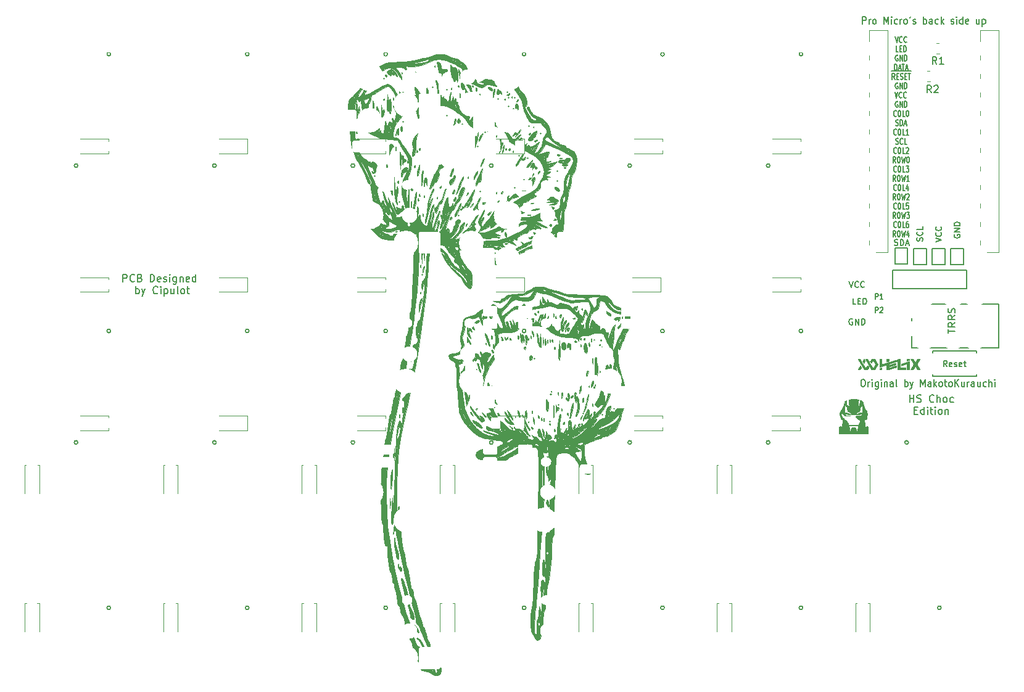
<source format=gbr>
G04 #@! TF.GenerationSoftware,KiCad,Pcbnew,(5.1.10)-1*
G04 #@! TF.CreationDate,2021-12-24T02:36:39+01:00*
G04 #@! TF.ProjectId,helixhschoc,68656c69-7868-4736-9368-6f632e6b6963,rev?*
G04 #@! TF.SameCoordinates,Original*
G04 #@! TF.FileFunction,Legend,Top*
G04 #@! TF.FilePolarity,Positive*
%FSLAX46Y46*%
G04 Gerber Fmt 4.6, Leading zero omitted, Abs format (unit mm)*
G04 Created by KiCad (PCBNEW (5.1.10)-1) date 2021-12-24 02:36:39*
%MOMM*%
%LPD*%
G01*
G04 APERTURE LIST*
%ADD10C,0.150000*%
%ADD11C,0.120000*%
%ADD12C,0.010000*%
%ADD13C,2.600000*%
%ADD14C,5.100400*%
%ADD15C,2.400000*%
%ADD16O,2.900000X2.100000*%
%ADD17C,1.600000*%
%ADD18C,1.924000*%
%ADD19C,1.797000*%
%ADD20C,1.390600*%
%ADD21C,3.400000*%
%ADD22C,3.829000*%
%ADD23C,2.101800*%
G04 APERTURE END LIST*
D10*
X204731136Y-95912335D02*
X204460202Y-95525287D01*
X204266679Y-95912335D02*
X204266679Y-95099535D01*
X204576317Y-95099535D01*
X204653726Y-95138240D01*
X204692431Y-95176944D01*
X204731136Y-95254354D01*
X204731136Y-95370468D01*
X204692431Y-95447878D01*
X204653726Y-95486582D01*
X204576317Y-95525287D01*
X204266679Y-95525287D01*
X205389117Y-95873630D02*
X205311707Y-95912335D01*
X205156888Y-95912335D01*
X205079479Y-95873630D01*
X205040774Y-95796220D01*
X205040774Y-95486582D01*
X205079479Y-95409173D01*
X205156888Y-95370468D01*
X205311707Y-95370468D01*
X205389117Y-95409173D01*
X205427821Y-95486582D01*
X205427821Y-95563992D01*
X205040774Y-95641401D01*
X205737460Y-95873630D02*
X205814869Y-95912335D01*
X205969688Y-95912335D01*
X206047098Y-95873630D01*
X206085802Y-95796220D01*
X206085802Y-95757516D01*
X206047098Y-95680106D01*
X205969688Y-95641401D01*
X205853574Y-95641401D01*
X205776164Y-95602697D01*
X205737460Y-95525287D01*
X205737460Y-95486582D01*
X205776164Y-95409173D01*
X205853574Y-95370468D01*
X205969688Y-95370468D01*
X206047098Y-95409173D01*
X206743783Y-95873630D02*
X206666374Y-95912335D01*
X206511555Y-95912335D01*
X206434145Y-95873630D01*
X206395440Y-95796220D01*
X206395440Y-95486582D01*
X206434145Y-95409173D01*
X206511555Y-95370468D01*
X206666374Y-95370468D01*
X206743783Y-95409173D01*
X206782488Y-95486582D01*
X206782488Y-95563992D01*
X206395440Y-95641401D01*
X207014717Y-95370468D02*
X207324355Y-95370468D01*
X207130831Y-95099535D02*
X207130831Y-95796220D01*
X207169536Y-95873630D01*
X207246945Y-95912335D01*
X207324355Y-95912335D01*
X199604349Y-100804920D02*
X199604349Y-99804920D01*
X199604349Y-100281111D02*
X200175778Y-100281111D01*
X200175778Y-100804920D02*
X200175778Y-99804920D01*
X200604349Y-100757301D02*
X200747206Y-100804920D01*
X200985301Y-100804920D01*
X201080540Y-100757301D01*
X201128159Y-100709682D01*
X201175778Y-100614444D01*
X201175778Y-100519206D01*
X201128159Y-100423968D01*
X201080540Y-100376349D01*
X200985301Y-100328730D01*
X200794825Y-100281111D01*
X200699587Y-100233492D01*
X200651968Y-100185873D01*
X200604349Y-100090635D01*
X200604349Y-99995397D01*
X200651968Y-99900159D01*
X200699587Y-99852540D01*
X200794825Y-99804920D01*
X201032920Y-99804920D01*
X201175778Y-99852540D01*
X202937682Y-100709682D02*
X202890063Y-100757301D01*
X202747206Y-100804920D01*
X202651968Y-100804920D01*
X202509111Y-100757301D01*
X202413873Y-100662063D01*
X202366254Y-100566825D01*
X202318635Y-100376349D01*
X202318635Y-100233492D01*
X202366254Y-100043016D01*
X202413873Y-99947778D01*
X202509111Y-99852540D01*
X202651968Y-99804920D01*
X202747206Y-99804920D01*
X202890063Y-99852540D01*
X202937682Y-99900159D01*
X203366254Y-100804920D02*
X203366254Y-99804920D01*
X203794825Y-100804920D02*
X203794825Y-100281111D01*
X203747206Y-100185873D01*
X203651968Y-100138254D01*
X203509111Y-100138254D01*
X203413873Y-100185873D01*
X203366254Y-100233492D01*
X204413873Y-100804920D02*
X204318635Y-100757301D01*
X204271016Y-100709682D01*
X204223397Y-100614444D01*
X204223397Y-100328730D01*
X204271016Y-100233492D01*
X204318635Y-100185873D01*
X204413873Y-100138254D01*
X204556730Y-100138254D01*
X204651968Y-100185873D01*
X204699587Y-100233492D01*
X204747206Y-100328730D01*
X204747206Y-100614444D01*
X204699587Y-100709682D01*
X204651968Y-100757301D01*
X204556730Y-100804920D01*
X204413873Y-100804920D01*
X205604349Y-100757301D02*
X205509111Y-100804920D01*
X205318635Y-100804920D01*
X205223397Y-100757301D01*
X205175778Y-100709682D01*
X205128159Y-100614444D01*
X205128159Y-100328730D01*
X205175778Y-100233492D01*
X205223397Y-100185873D01*
X205318635Y-100138254D01*
X205509111Y-100138254D01*
X205604349Y-100185873D01*
X200247206Y-101931111D02*
X200580540Y-101931111D01*
X200723397Y-102454920D02*
X200247206Y-102454920D01*
X200247206Y-101454920D01*
X200723397Y-101454920D01*
X201580540Y-102454920D02*
X201580540Y-101454920D01*
X201580540Y-102407301D02*
X201485301Y-102454920D01*
X201294825Y-102454920D01*
X201199587Y-102407301D01*
X201151968Y-102359682D01*
X201104349Y-102264444D01*
X201104349Y-101978730D01*
X201151968Y-101883492D01*
X201199587Y-101835873D01*
X201294825Y-101788254D01*
X201485301Y-101788254D01*
X201580540Y-101835873D01*
X202056730Y-102454920D02*
X202056730Y-101788254D01*
X202056730Y-101454920D02*
X202009111Y-101502540D01*
X202056730Y-101550159D01*
X202104349Y-101502540D01*
X202056730Y-101454920D01*
X202056730Y-101550159D01*
X202390063Y-101788254D02*
X202771016Y-101788254D01*
X202532920Y-101454920D02*
X202532920Y-102312063D01*
X202580540Y-102407301D01*
X202675778Y-102454920D01*
X202771016Y-102454920D01*
X203104349Y-102454920D02*
X203104349Y-101788254D01*
X203104349Y-101454920D02*
X203056730Y-101502540D01*
X203104349Y-101550159D01*
X203151968Y-101502540D01*
X203104349Y-101454920D01*
X203104349Y-101550159D01*
X203723397Y-102454920D02*
X203628159Y-102407301D01*
X203580540Y-102359682D01*
X203532920Y-102264444D01*
X203532920Y-101978730D01*
X203580540Y-101883492D01*
X203628159Y-101835873D01*
X203723397Y-101788254D01*
X203866254Y-101788254D01*
X203961492Y-101835873D01*
X204009111Y-101883492D01*
X204056730Y-101978730D01*
X204056730Y-102264444D01*
X204009111Y-102359682D01*
X203961492Y-102407301D01*
X203866254Y-102454920D01*
X203723397Y-102454920D01*
X204485301Y-101788254D02*
X204485301Y-102454920D01*
X204485301Y-101883492D02*
X204532920Y-101835873D01*
X204628159Y-101788254D01*
X204771016Y-101788254D01*
X204866254Y-101835873D01*
X204913873Y-101931111D01*
X204913873Y-102454920D01*
X91624187Y-84262720D02*
X91624187Y-83262720D01*
X92005140Y-83262720D01*
X92100378Y-83310340D01*
X92147997Y-83357959D01*
X92195616Y-83453197D01*
X92195616Y-83596054D01*
X92147997Y-83691292D01*
X92100378Y-83738911D01*
X92005140Y-83786530D01*
X91624187Y-83786530D01*
X93195616Y-84167482D02*
X93147997Y-84215101D01*
X93005140Y-84262720D01*
X92909901Y-84262720D01*
X92767044Y-84215101D01*
X92671806Y-84119863D01*
X92624187Y-84024625D01*
X92576568Y-83834149D01*
X92576568Y-83691292D01*
X92624187Y-83500816D01*
X92671806Y-83405578D01*
X92767044Y-83310340D01*
X92909901Y-83262720D01*
X93005140Y-83262720D01*
X93147997Y-83310340D01*
X93195616Y-83357959D01*
X93957520Y-83738911D02*
X94100378Y-83786530D01*
X94147997Y-83834149D01*
X94195616Y-83929387D01*
X94195616Y-84072244D01*
X94147997Y-84167482D01*
X94100378Y-84215101D01*
X94005140Y-84262720D01*
X93624187Y-84262720D01*
X93624187Y-83262720D01*
X93957520Y-83262720D01*
X94052759Y-83310340D01*
X94100378Y-83357959D01*
X94147997Y-83453197D01*
X94147997Y-83548435D01*
X94100378Y-83643673D01*
X94052759Y-83691292D01*
X93957520Y-83738911D01*
X93624187Y-83738911D01*
X95386092Y-84262720D02*
X95386092Y-83262720D01*
X95624187Y-83262720D01*
X95767044Y-83310340D01*
X95862282Y-83405578D01*
X95909901Y-83500816D01*
X95957520Y-83691292D01*
X95957520Y-83834149D01*
X95909901Y-84024625D01*
X95862282Y-84119863D01*
X95767044Y-84215101D01*
X95624187Y-84262720D01*
X95386092Y-84262720D01*
X96767044Y-84215101D02*
X96671806Y-84262720D01*
X96481330Y-84262720D01*
X96386092Y-84215101D01*
X96338473Y-84119863D01*
X96338473Y-83738911D01*
X96386092Y-83643673D01*
X96481330Y-83596054D01*
X96671806Y-83596054D01*
X96767044Y-83643673D01*
X96814663Y-83738911D01*
X96814663Y-83834149D01*
X96338473Y-83929387D01*
X97195616Y-84215101D02*
X97290854Y-84262720D01*
X97481330Y-84262720D01*
X97576568Y-84215101D01*
X97624187Y-84119863D01*
X97624187Y-84072244D01*
X97576568Y-83977006D01*
X97481330Y-83929387D01*
X97338473Y-83929387D01*
X97243235Y-83881768D01*
X97195616Y-83786530D01*
X97195616Y-83738911D01*
X97243235Y-83643673D01*
X97338473Y-83596054D01*
X97481330Y-83596054D01*
X97576568Y-83643673D01*
X98052759Y-84262720D02*
X98052759Y-83596054D01*
X98052759Y-83262720D02*
X98005140Y-83310340D01*
X98052759Y-83357959D01*
X98100378Y-83310340D01*
X98052759Y-83262720D01*
X98052759Y-83357959D01*
X98957520Y-83596054D02*
X98957520Y-84405578D01*
X98909901Y-84500816D01*
X98862282Y-84548435D01*
X98767044Y-84596054D01*
X98624187Y-84596054D01*
X98528949Y-84548435D01*
X98957520Y-84215101D02*
X98862282Y-84262720D01*
X98671806Y-84262720D01*
X98576568Y-84215101D01*
X98528949Y-84167482D01*
X98481330Y-84072244D01*
X98481330Y-83786530D01*
X98528949Y-83691292D01*
X98576568Y-83643673D01*
X98671806Y-83596054D01*
X98862282Y-83596054D01*
X98957520Y-83643673D01*
X99433711Y-83596054D02*
X99433711Y-84262720D01*
X99433711Y-83691292D02*
X99481330Y-83643673D01*
X99576568Y-83596054D01*
X99719425Y-83596054D01*
X99814663Y-83643673D01*
X99862282Y-83738911D01*
X99862282Y-84262720D01*
X100719425Y-84215101D02*
X100624187Y-84262720D01*
X100433711Y-84262720D01*
X100338473Y-84215101D01*
X100290854Y-84119863D01*
X100290854Y-83738911D01*
X100338473Y-83643673D01*
X100433711Y-83596054D01*
X100624187Y-83596054D01*
X100719425Y-83643673D01*
X100767044Y-83738911D01*
X100767044Y-83834149D01*
X100290854Y-83929387D01*
X101624187Y-84262720D02*
X101624187Y-83262720D01*
X101624187Y-84215101D02*
X101528949Y-84262720D01*
X101338473Y-84262720D01*
X101243235Y-84215101D01*
X101195616Y-84167482D01*
X101147997Y-84072244D01*
X101147997Y-83786530D01*
X101195616Y-83691292D01*
X101243235Y-83643673D01*
X101338473Y-83596054D01*
X101528949Y-83596054D01*
X101624187Y-83643673D01*
X93386092Y-85912720D02*
X93386092Y-84912720D01*
X93386092Y-85293673D02*
X93481330Y-85246054D01*
X93671806Y-85246054D01*
X93767044Y-85293673D01*
X93814663Y-85341292D01*
X93862282Y-85436530D01*
X93862282Y-85722244D01*
X93814663Y-85817482D01*
X93767044Y-85865101D01*
X93671806Y-85912720D01*
X93481330Y-85912720D01*
X93386092Y-85865101D01*
X94195616Y-85246054D02*
X94433711Y-85912720D01*
X94671806Y-85246054D02*
X94433711Y-85912720D01*
X94338473Y-86150816D01*
X94290854Y-86198435D01*
X94195616Y-86246054D01*
X96386092Y-85817482D02*
X96338473Y-85865101D01*
X96195616Y-85912720D01*
X96100378Y-85912720D01*
X95957520Y-85865101D01*
X95862282Y-85769863D01*
X95814663Y-85674625D01*
X95767044Y-85484149D01*
X95767044Y-85341292D01*
X95814663Y-85150816D01*
X95862282Y-85055578D01*
X95957520Y-84960340D01*
X96100378Y-84912720D01*
X96195616Y-84912720D01*
X96338473Y-84960340D01*
X96386092Y-85007959D01*
X96814663Y-85912720D02*
X96814663Y-85246054D01*
X96814663Y-84912720D02*
X96767044Y-84960340D01*
X96814663Y-85007959D01*
X96862282Y-84960340D01*
X96814663Y-84912720D01*
X96814663Y-85007959D01*
X97290854Y-85246054D02*
X97290854Y-86246054D01*
X97290854Y-85293673D02*
X97386092Y-85246054D01*
X97576568Y-85246054D01*
X97671806Y-85293673D01*
X97719425Y-85341292D01*
X97767044Y-85436530D01*
X97767044Y-85722244D01*
X97719425Y-85817482D01*
X97671806Y-85865101D01*
X97576568Y-85912720D01*
X97386092Y-85912720D01*
X97290854Y-85865101D01*
X98624187Y-85246054D02*
X98624187Y-85912720D01*
X98195616Y-85246054D02*
X98195616Y-85769863D01*
X98243235Y-85865101D01*
X98338473Y-85912720D01*
X98481330Y-85912720D01*
X98576568Y-85865101D01*
X98624187Y-85817482D01*
X99243235Y-85912720D02*
X99147997Y-85865101D01*
X99100378Y-85769863D01*
X99100378Y-84912720D01*
X99767044Y-85912720D02*
X99671806Y-85865101D01*
X99624187Y-85817482D01*
X99576568Y-85722244D01*
X99576568Y-85436530D01*
X99624187Y-85341292D01*
X99671806Y-85293673D01*
X99767044Y-85246054D01*
X99909901Y-85246054D01*
X100005140Y-85293673D01*
X100052759Y-85341292D01*
X100100378Y-85436530D01*
X100100378Y-85722244D01*
X100052759Y-85817482D01*
X100005140Y-85865101D01*
X99909901Y-85912720D01*
X99767044Y-85912720D01*
X100386092Y-85246054D02*
X100767044Y-85246054D01*
X100528949Y-84912720D02*
X100528949Y-85769863D01*
X100576568Y-85865101D01*
X100671806Y-85912720D01*
X100767044Y-85912720D01*
X193135740Y-97676720D02*
X193307168Y-97676720D01*
X193392882Y-97724340D01*
X193478597Y-97819578D01*
X193521454Y-98010054D01*
X193521454Y-98343387D01*
X193478597Y-98533863D01*
X193392882Y-98629101D01*
X193307168Y-98676720D01*
X193135740Y-98676720D01*
X193050025Y-98629101D01*
X192964311Y-98533863D01*
X192921454Y-98343387D01*
X192921454Y-98010054D01*
X192964311Y-97819578D01*
X193050025Y-97724340D01*
X193135740Y-97676720D01*
X193907168Y-98676720D02*
X193907168Y-98010054D01*
X193907168Y-98200530D02*
X193950025Y-98105292D01*
X193992882Y-98057673D01*
X194078597Y-98010054D01*
X194164311Y-98010054D01*
X194464311Y-98676720D02*
X194464311Y-98010054D01*
X194464311Y-97676720D02*
X194421454Y-97724340D01*
X194464311Y-97771959D01*
X194507168Y-97724340D01*
X194464311Y-97676720D01*
X194464311Y-97771959D01*
X195278597Y-98010054D02*
X195278597Y-98819578D01*
X195235740Y-98914816D01*
X195192882Y-98962435D01*
X195107168Y-99010054D01*
X194978597Y-99010054D01*
X194892882Y-98962435D01*
X195278597Y-98629101D02*
X195192882Y-98676720D01*
X195021454Y-98676720D01*
X194935740Y-98629101D01*
X194892882Y-98581482D01*
X194850025Y-98486244D01*
X194850025Y-98200530D01*
X194892882Y-98105292D01*
X194935740Y-98057673D01*
X195021454Y-98010054D01*
X195192882Y-98010054D01*
X195278597Y-98057673D01*
X195707168Y-98676720D02*
X195707168Y-98010054D01*
X195707168Y-97676720D02*
X195664311Y-97724340D01*
X195707168Y-97771959D01*
X195750025Y-97724340D01*
X195707168Y-97676720D01*
X195707168Y-97771959D01*
X196135740Y-98010054D02*
X196135740Y-98676720D01*
X196135740Y-98105292D02*
X196178597Y-98057673D01*
X196264311Y-98010054D01*
X196392882Y-98010054D01*
X196478597Y-98057673D01*
X196521454Y-98152911D01*
X196521454Y-98676720D01*
X197335740Y-98676720D02*
X197335740Y-98152911D01*
X197292882Y-98057673D01*
X197207168Y-98010054D01*
X197035740Y-98010054D01*
X196950025Y-98057673D01*
X197335740Y-98629101D02*
X197250025Y-98676720D01*
X197035740Y-98676720D01*
X196950025Y-98629101D01*
X196907168Y-98533863D01*
X196907168Y-98438625D01*
X196950025Y-98343387D01*
X197035740Y-98295768D01*
X197250025Y-98295768D01*
X197335740Y-98248149D01*
X197892882Y-98676720D02*
X197807168Y-98629101D01*
X197764311Y-98533863D01*
X197764311Y-97676720D01*
X198921454Y-98676720D02*
X198921454Y-97676720D01*
X198921454Y-98057673D02*
X199007168Y-98010054D01*
X199178597Y-98010054D01*
X199264311Y-98057673D01*
X199307168Y-98105292D01*
X199350025Y-98200530D01*
X199350025Y-98486244D01*
X199307168Y-98581482D01*
X199264311Y-98629101D01*
X199178597Y-98676720D01*
X199007168Y-98676720D01*
X198921454Y-98629101D01*
X199650025Y-98010054D02*
X199864311Y-98676720D01*
X200078597Y-98010054D02*
X199864311Y-98676720D01*
X199778597Y-98914816D01*
X199735740Y-98962435D01*
X199650025Y-99010054D01*
X201107168Y-98676720D02*
X201107168Y-97676720D01*
X201407168Y-98391006D01*
X201707168Y-97676720D01*
X201707168Y-98676720D01*
X202521454Y-98676720D02*
X202521454Y-98152911D01*
X202478597Y-98057673D01*
X202392882Y-98010054D01*
X202221454Y-98010054D01*
X202135740Y-98057673D01*
X202521454Y-98629101D02*
X202435740Y-98676720D01*
X202221454Y-98676720D01*
X202135740Y-98629101D01*
X202092882Y-98533863D01*
X202092882Y-98438625D01*
X202135740Y-98343387D01*
X202221454Y-98295768D01*
X202435740Y-98295768D01*
X202521454Y-98248149D01*
X202950025Y-98676720D02*
X202950025Y-97676720D01*
X203035740Y-98295768D02*
X203292882Y-98676720D01*
X203292882Y-98010054D02*
X202950025Y-98391006D01*
X203807168Y-98676720D02*
X203721454Y-98629101D01*
X203678597Y-98581482D01*
X203635740Y-98486244D01*
X203635740Y-98200530D01*
X203678597Y-98105292D01*
X203721454Y-98057673D01*
X203807168Y-98010054D01*
X203935740Y-98010054D01*
X204021454Y-98057673D01*
X204064311Y-98105292D01*
X204107168Y-98200530D01*
X204107168Y-98486244D01*
X204064311Y-98581482D01*
X204021454Y-98629101D01*
X203935740Y-98676720D01*
X203807168Y-98676720D01*
X204364311Y-98010054D02*
X204707168Y-98010054D01*
X204492882Y-97676720D02*
X204492882Y-98533863D01*
X204535740Y-98629101D01*
X204621454Y-98676720D01*
X204707168Y-98676720D01*
X205135740Y-98676720D02*
X205050025Y-98629101D01*
X205007168Y-98581482D01*
X204964311Y-98486244D01*
X204964311Y-98200530D01*
X205007168Y-98105292D01*
X205050025Y-98057673D01*
X205135740Y-98010054D01*
X205264311Y-98010054D01*
X205350025Y-98057673D01*
X205392882Y-98105292D01*
X205435740Y-98200530D01*
X205435740Y-98486244D01*
X205392882Y-98581482D01*
X205350025Y-98629101D01*
X205264311Y-98676720D01*
X205135740Y-98676720D01*
X205821454Y-98676720D02*
X205821454Y-97676720D01*
X206335740Y-98676720D02*
X205950025Y-98105292D01*
X206335740Y-97676720D02*
X205821454Y-98248149D01*
X207107168Y-98010054D02*
X207107168Y-98676720D01*
X206721454Y-98010054D02*
X206721454Y-98533863D01*
X206764311Y-98629101D01*
X206850025Y-98676720D01*
X206978597Y-98676720D01*
X207064311Y-98629101D01*
X207107168Y-98581482D01*
X207535740Y-98676720D02*
X207535740Y-98010054D01*
X207535740Y-98200530D02*
X207578597Y-98105292D01*
X207621454Y-98057673D01*
X207707168Y-98010054D01*
X207792882Y-98010054D01*
X208478597Y-98676720D02*
X208478597Y-98152911D01*
X208435740Y-98057673D01*
X208350025Y-98010054D01*
X208178597Y-98010054D01*
X208092882Y-98057673D01*
X208478597Y-98629101D02*
X208392882Y-98676720D01*
X208178597Y-98676720D01*
X208092882Y-98629101D01*
X208050025Y-98533863D01*
X208050025Y-98438625D01*
X208092882Y-98343387D01*
X208178597Y-98295768D01*
X208392882Y-98295768D01*
X208478597Y-98248149D01*
X209292882Y-98010054D02*
X209292882Y-98676720D01*
X208907168Y-98010054D02*
X208907168Y-98533863D01*
X208950025Y-98629101D01*
X209035740Y-98676720D01*
X209164311Y-98676720D01*
X209250025Y-98629101D01*
X209292882Y-98581482D01*
X210107168Y-98629101D02*
X210021454Y-98676720D01*
X209850025Y-98676720D01*
X209764311Y-98629101D01*
X209721454Y-98581482D01*
X209678597Y-98486244D01*
X209678597Y-98200530D01*
X209721454Y-98105292D01*
X209764311Y-98057673D01*
X209850025Y-98010054D01*
X210021454Y-98010054D01*
X210107168Y-98057673D01*
X210492882Y-98676720D02*
X210492882Y-97676720D01*
X210878597Y-98676720D02*
X210878597Y-98152911D01*
X210835740Y-98057673D01*
X210750025Y-98010054D01*
X210621454Y-98010054D01*
X210535740Y-98057673D01*
X210492882Y-98105292D01*
X211307168Y-98676720D02*
X211307168Y-98010054D01*
X211307168Y-97676720D02*
X211264311Y-97724340D01*
X211307168Y-97771959D01*
X211350025Y-97724340D01*
X211307168Y-97676720D01*
X211307168Y-97771959D01*
X197673397Y-75541535D02*
X197473397Y-75154487D01*
X197330540Y-75541535D02*
X197330540Y-74728735D01*
X197559111Y-74728735D01*
X197616254Y-74767440D01*
X197644825Y-74806144D01*
X197673397Y-74883554D01*
X197673397Y-74999668D01*
X197644825Y-75077078D01*
X197616254Y-75115782D01*
X197559111Y-75154487D01*
X197330540Y-75154487D01*
X198044825Y-74728735D02*
X198159111Y-74728735D01*
X198216254Y-74767440D01*
X198273397Y-74844849D01*
X198301968Y-74999668D01*
X198301968Y-75270601D01*
X198273397Y-75425420D01*
X198216254Y-75502830D01*
X198159111Y-75541535D01*
X198044825Y-75541535D01*
X197987682Y-75502830D01*
X197930540Y-75425420D01*
X197901968Y-75270601D01*
X197901968Y-74999668D01*
X197930540Y-74844849D01*
X197987682Y-74767440D01*
X198044825Y-74728735D01*
X198501968Y-74728735D02*
X198644825Y-75541535D01*
X198759111Y-74960963D01*
X198873397Y-75541535D01*
X199016254Y-74728735D01*
X199187682Y-74728735D02*
X199559111Y-74728735D01*
X199359111Y-75038373D01*
X199444825Y-75038373D01*
X199501968Y-75077078D01*
X199530540Y-75115782D01*
X199559111Y-75193192D01*
X199559111Y-75386716D01*
X199530540Y-75464125D01*
X199501968Y-75502830D01*
X199444825Y-75541535D01*
X199273397Y-75541535D01*
X199216254Y-75502830D01*
X199187682Y-75464125D01*
X197773397Y-69126405D02*
X197744825Y-69165110D01*
X197659111Y-69203815D01*
X197601968Y-69203815D01*
X197516254Y-69165110D01*
X197459111Y-69087700D01*
X197430540Y-69010291D01*
X197401968Y-68855472D01*
X197401968Y-68739358D01*
X197430540Y-68584539D01*
X197459111Y-68507129D01*
X197516254Y-68429720D01*
X197601968Y-68391015D01*
X197659111Y-68391015D01*
X197744825Y-68429720D01*
X197773397Y-68468424D01*
X198144825Y-68391015D02*
X198259111Y-68391015D01*
X198316254Y-68429720D01*
X198373397Y-68507129D01*
X198401968Y-68661948D01*
X198401968Y-68932881D01*
X198373397Y-69087700D01*
X198316254Y-69165110D01*
X198259111Y-69203815D01*
X198144825Y-69203815D01*
X198087682Y-69165110D01*
X198030540Y-69087700D01*
X198001968Y-68932881D01*
X198001968Y-68661948D01*
X198030540Y-68507129D01*
X198087682Y-68429720D01*
X198144825Y-68391015D01*
X198944825Y-69203815D02*
X198659111Y-69203815D01*
X198659111Y-68391015D01*
X199087682Y-68391015D02*
X199459111Y-68391015D01*
X199259111Y-68700653D01*
X199344825Y-68700653D01*
X199401968Y-68739358D01*
X199430540Y-68778062D01*
X199459111Y-68855472D01*
X199459111Y-69048996D01*
X199430540Y-69126405D01*
X199401968Y-69165110D01*
X199344825Y-69203815D01*
X199173397Y-69203815D01*
X199116254Y-69165110D01*
X199087682Y-69126405D01*
X197073397Y-55355904D02*
X197673397Y-55355904D01*
X197559111Y-56503815D02*
X197359111Y-56116767D01*
X197216254Y-56503815D02*
X197216254Y-55691015D01*
X197444825Y-55691015D01*
X197501968Y-55729720D01*
X197530540Y-55768424D01*
X197559111Y-55845834D01*
X197559111Y-55961948D01*
X197530540Y-56039358D01*
X197501968Y-56078062D01*
X197444825Y-56116767D01*
X197216254Y-56116767D01*
X197673397Y-55355904D02*
X198216254Y-55355904D01*
X197816254Y-56078062D02*
X198016254Y-56078062D01*
X198101968Y-56503815D02*
X197816254Y-56503815D01*
X197816254Y-55691015D01*
X198101968Y-55691015D01*
X198216254Y-55355904D02*
X198787682Y-55355904D01*
X198330540Y-56465110D02*
X198416254Y-56503815D01*
X198559111Y-56503815D01*
X198616254Y-56465110D01*
X198644825Y-56426405D01*
X198673397Y-56348996D01*
X198673397Y-56271586D01*
X198644825Y-56194177D01*
X198616254Y-56155472D01*
X198559111Y-56116767D01*
X198444825Y-56078062D01*
X198387682Y-56039358D01*
X198359111Y-56000653D01*
X198330540Y-55923243D01*
X198330540Y-55845834D01*
X198359111Y-55768424D01*
X198387682Y-55729720D01*
X198444825Y-55691015D01*
X198587682Y-55691015D01*
X198673397Y-55729720D01*
X198787682Y-55355904D02*
X199330540Y-55355904D01*
X198930540Y-56078062D02*
X199130540Y-56078062D01*
X199216254Y-56503815D02*
X198930540Y-56503815D01*
X198930540Y-55691015D01*
X199216254Y-55691015D01*
X199330540Y-55355904D02*
X199787682Y-55355904D01*
X199387682Y-55691015D02*
X199730540Y-55691015D01*
X199559111Y-56503815D02*
X199559111Y-55691015D01*
X197973397Y-56999720D02*
X197916254Y-56961015D01*
X197830540Y-56961015D01*
X197744825Y-56999720D01*
X197687682Y-57077129D01*
X197659111Y-57154539D01*
X197630540Y-57309358D01*
X197630540Y-57425472D01*
X197659111Y-57580291D01*
X197687682Y-57657700D01*
X197744825Y-57735110D01*
X197830540Y-57773815D01*
X197887682Y-57773815D01*
X197973397Y-57735110D01*
X198001968Y-57696405D01*
X198001968Y-57425472D01*
X197887682Y-57425472D01*
X198259111Y-57773815D02*
X198259111Y-56961015D01*
X198601968Y-57773815D01*
X198601968Y-56961015D01*
X198887682Y-57773815D02*
X198887682Y-56961015D01*
X199030540Y-56961015D01*
X199116254Y-56999720D01*
X199173397Y-57077129D01*
X199201968Y-57154539D01*
X199230540Y-57309358D01*
X199230540Y-57425472D01*
X199201968Y-57580291D01*
X199173397Y-57657700D01*
X199116254Y-57735110D01*
X199030540Y-57773815D01*
X198887682Y-57773815D01*
X197773397Y-74206405D02*
X197744825Y-74245110D01*
X197659111Y-74283815D01*
X197601968Y-74283815D01*
X197516254Y-74245110D01*
X197459111Y-74167700D01*
X197430540Y-74090291D01*
X197401968Y-73935472D01*
X197401968Y-73819358D01*
X197430540Y-73664539D01*
X197459111Y-73587129D01*
X197516254Y-73509720D01*
X197601968Y-73471015D01*
X197659111Y-73471015D01*
X197744825Y-73509720D01*
X197773397Y-73548424D01*
X198144825Y-73471015D02*
X198259111Y-73471015D01*
X198316254Y-73509720D01*
X198373397Y-73587129D01*
X198401968Y-73741948D01*
X198401968Y-74012881D01*
X198373397Y-74167700D01*
X198316254Y-74245110D01*
X198259111Y-74283815D01*
X198144825Y-74283815D01*
X198087682Y-74245110D01*
X198030540Y-74167700D01*
X198001968Y-74012881D01*
X198001968Y-73741948D01*
X198030540Y-73587129D01*
X198087682Y-73509720D01*
X198144825Y-73471015D01*
X198944825Y-74283815D02*
X198659111Y-74283815D01*
X198659111Y-73471015D01*
X199430540Y-73471015D02*
X199144825Y-73471015D01*
X199116254Y-73858062D01*
X199144825Y-73819358D01*
X199201968Y-73780653D01*
X199344825Y-73780653D01*
X199401968Y-73819358D01*
X199430540Y-73858062D01*
X199459111Y-73935472D01*
X199459111Y-74128996D01*
X199430540Y-74206405D01*
X199401968Y-74245110D01*
X199344825Y-74283815D01*
X199201968Y-74283815D01*
X199144825Y-74245110D01*
X199116254Y-74206405D01*
X197716254Y-65355110D02*
X197801968Y-65393815D01*
X197944825Y-65393815D01*
X198001968Y-65355110D01*
X198030540Y-65316405D01*
X198059111Y-65238996D01*
X198059111Y-65161586D01*
X198030540Y-65084177D01*
X198001968Y-65045472D01*
X197944825Y-65006767D01*
X197830540Y-64968062D01*
X197773397Y-64929358D01*
X197744825Y-64890653D01*
X197716254Y-64813243D01*
X197716254Y-64735834D01*
X197744825Y-64658424D01*
X197773397Y-64619720D01*
X197830540Y-64581015D01*
X197973397Y-64581015D01*
X198059111Y-64619720D01*
X198659111Y-65316405D02*
X198630540Y-65355110D01*
X198544825Y-65393815D01*
X198487682Y-65393815D01*
X198401968Y-65355110D01*
X198344825Y-65277700D01*
X198316254Y-65200291D01*
X198287682Y-65045472D01*
X198287682Y-64929358D01*
X198316254Y-64774539D01*
X198344825Y-64697129D01*
X198401968Y-64619720D01*
X198487682Y-64581015D01*
X198544825Y-64581015D01*
X198630540Y-64619720D01*
X198659111Y-64658424D01*
X199201968Y-65393815D02*
X198916254Y-65393815D01*
X198916254Y-64581015D01*
X197673397Y-67933815D02*
X197473397Y-67546767D01*
X197330540Y-67933815D02*
X197330540Y-67121015D01*
X197559111Y-67121015D01*
X197616254Y-67159720D01*
X197644825Y-67198424D01*
X197673397Y-67275834D01*
X197673397Y-67391948D01*
X197644825Y-67469358D01*
X197616254Y-67508062D01*
X197559111Y-67546767D01*
X197330540Y-67546767D01*
X198044825Y-67121015D02*
X198159111Y-67121015D01*
X198216254Y-67159720D01*
X198273397Y-67237129D01*
X198301968Y-67391948D01*
X198301968Y-67662881D01*
X198273397Y-67817700D01*
X198216254Y-67895110D01*
X198159111Y-67933815D01*
X198044825Y-67933815D01*
X197987682Y-67895110D01*
X197930540Y-67817700D01*
X197901968Y-67662881D01*
X197901968Y-67391948D01*
X197930540Y-67237129D01*
X197987682Y-67159720D01*
X198044825Y-67121015D01*
X198501968Y-67121015D02*
X198644825Y-67933815D01*
X198759111Y-67353243D01*
X198873397Y-67933815D01*
X199016254Y-67121015D01*
X199359111Y-67121015D02*
X199416254Y-67121015D01*
X199473397Y-67159720D01*
X199501968Y-67198424D01*
X199530540Y-67275834D01*
X199559111Y-67430653D01*
X199559111Y-67624177D01*
X199530540Y-67778996D01*
X199501968Y-67856405D01*
X199473397Y-67895110D01*
X199416254Y-67933815D01*
X199359111Y-67933815D01*
X199301968Y-67895110D01*
X199273397Y-67856405D01*
X199244825Y-67778996D01*
X199216254Y-67624177D01*
X199216254Y-67430653D01*
X199244825Y-67275834D01*
X199273397Y-67198424D01*
X199301968Y-67159720D01*
X199359111Y-67121015D01*
X197773397Y-71666405D02*
X197744825Y-71705110D01*
X197659111Y-71743815D01*
X197601968Y-71743815D01*
X197516254Y-71705110D01*
X197459111Y-71627700D01*
X197430540Y-71550291D01*
X197401968Y-71395472D01*
X197401968Y-71279358D01*
X197430540Y-71124539D01*
X197459111Y-71047129D01*
X197516254Y-70969720D01*
X197601968Y-70931015D01*
X197659111Y-70931015D01*
X197744825Y-70969720D01*
X197773397Y-71008424D01*
X198144825Y-70931015D02*
X198259111Y-70931015D01*
X198316254Y-70969720D01*
X198373397Y-71047129D01*
X198401968Y-71201948D01*
X198401968Y-71472881D01*
X198373397Y-71627700D01*
X198316254Y-71705110D01*
X198259111Y-71743815D01*
X198144825Y-71743815D01*
X198087682Y-71705110D01*
X198030540Y-71627700D01*
X198001968Y-71472881D01*
X198001968Y-71201948D01*
X198030540Y-71047129D01*
X198087682Y-70969720D01*
X198144825Y-70931015D01*
X198944825Y-71743815D02*
X198659111Y-71743815D01*
X198659111Y-70931015D01*
X199401968Y-71201948D02*
X199401968Y-71743815D01*
X199259111Y-70892310D02*
X199116254Y-71472881D01*
X199487682Y-71472881D01*
X197701968Y-62815110D02*
X197787682Y-62853815D01*
X197930540Y-62853815D01*
X197987682Y-62815110D01*
X198016254Y-62776405D01*
X198044825Y-62698996D01*
X198044825Y-62621586D01*
X198016254Y-62544177D01*
X197987682Y-62505472D01*
X197930540Y-62466767D01*
X197816254Y-62428062D01*
X197759111Y-62389358D01*
X197730540Y-62350653D01*
X197701968Y-62273243D01*
X197701968Y-62195834D01*
X197730540Y-62118424D01*
X197759111Y-62079720D01*
X197816254Y-62041015D01*
X197959111Y-62041015D01*
X198044825Y-62079720D01*
X198301968Y-62853815D02*
X198301968Y-62041015D01*
X198444825Y-62041015D01*
X198530540Y-62079720D01*
X198587682Y-62157129D01*
X198616254Y-62234539D01*
X198644825Y-62389358D01*
X198644825Y-62505472D01*
X198616254Y-62660291D01*
X198587682Y-62737700D01*
X198530540Y-62815110D01*
X198444825Y-62853815D01*
X198301968Y-62853815D01*
X198873397Y-62621586D02*
X199159111Y-62621586D01*
X198816254Y-62853815D02*
X199016254Y-62041015D01*
X199216254Y-62853815D01*
X197773397Y-66586405D02*
X197744825Y-66625110D01*
X197659111Y-66663815D01*
X197601968Y-66663815D01*
X197516254Y-66625110D01*
X197459111Y-66547700D01*
X197430540Y-66470291D01*
X197401968Y-66315472D01*
X197401968Y-66199358D01*
X197430540Y-66044539D01*
X197459111Y-65967129D01*
X197516254Y-65889720D01*
X197601968Y-65851015D01*
X197659111Y-65851015D01*
X197744825Y-65889720D01*
X197773397Y-65928424D01*
X198144825Y-65851015D02*
X198259111Y-65851015D01*
X198316254Y-65889720D01*
X198373397Y-65967129D01*
X198401968Y-66121948D01*
X198401968Y-66392881D01*
X198373397Y-66547700D01*
X198316254Y-66625110D01*
X198259111Y-66663815D01*
X198144825Y-66663815D01*
X198087682Y-66625110D01*
X198030540Y-66547700D01*
X198001968Y-66392881D01*
X198001968Y-66121948D01*
X198030540Y-65967129D01*
X198087682Y-65889720D01*
X198144825Y-65851015D01*
X198944825Y-66663815D02*
X198659111Y-66663815D01*
X198659111Y-65851015D01*
X199116254Y-65928424D02*
X199144825Y-65889720D01*
X199201968Y-65851015D01*
X199344825Y-65851015D01*
X199401968Y-65889720D01*
X199430540Y-65928424D01*
X199459111Y-66005834D01*
X199459111Y-66083243D01*
X199430540Y-66199358D01*
X199087682Y-66663815D01*
X199459111Y-66663815D01*
X197673397Y-78093815D02*
X197473397Y-77706767D01*
X197330540Y-78093815D02*
X197330540Y-77281015D01*
X197559111Y-77281015D01*
X197616254Y-77319720D01*
X197644825Y-77358424D01*
X197673397Y-77435834D01*
X197673397Y-77551948D01*
X197644825Y-77629358D01*
X197616254Y-77668062D01*
X197559111Y-77706767D01*
X197330540Y-77706767D01*
X198044825Y-77281015D02*
X198159111Y-77281015D01*
X198216254Y-77319720D01*
X198273397Y-77397129D01*
X198301968Y-77551948D01*
X198301968Y-77822881D01*
X198273397Y-77977700D01*
X198216254Y-78055110D01*
X198159111Y-78093815D01*
X198044825Y-78093815D01*
X197987682Y-78055110D01*
X197930540Y-77977700D01*
X197901968Y-77822881D01*
X197901968Y-77551948D01*
X197930540Y-77397129D01*
X197987682Y-77319720D01*
X198044825Y-77281015D01*
X198501968Y-77281015D02*
X198644825Y-78093815D01*
X198759111Y-77513243D01*
X198873397Y-78093815D01*
X199016254Y-77281015D01*
X199501968Y-77551948D02*
X199501968Y-78093815D01*
X199359111Y-77242310D02*
X199216254Y-77822881D01*
X199587682Y-77822881D01*
X191288246Y-84232435D02*
X191559180Y-85045235D01*
X191830113Y-84232435D01*
X192565503Y-84967825D02*
X192526799Y-85006530D01*
X192410684Y-85045235D01*
X192333275Y-85045235D01*
X192217160Y-85006530D01*
X192139751Y-84929120D01*
X192101046Y-84851711D01*
X192062341Y-84696892D01*
X192062341Y-84580778D01*
X192101046Y-84425959D01*
X192139751Y-84348549D01*
X192217160Y-84271140D01*
X192333275Y-84232435D01*
X192410684Y-84232435D01*
X192526799Y-84271140D01*
X192565503Y-84309844D01*
X193378303Y-84967825D02*
X193339599Y-85006530D01*
X193223484Y-85045235D01*
X193146075Y-85045235D01*
X193029960Y-85006530D01*
X192952551Y-84929120D01*
X192913846Y-84851711D01*
X192875141Y-84696892D01*
X192875141Y-84580778D01*
X192913846Y-84425959D01*
X192952551Y-84348549D01*
X193029960Y-84271140D01*
X193146075Y-84232435D01*
X193223484Y-84232435D01*
X193339599Y-84271140D01*
X193378303Y-84309844D01*
X193119111Y-48899920D02*
X193119111Y-47899920D01*
X193461968Y-47899920D01*
X193547682Y-47947540D01*
X193590540Y-47995159D01*
X193633397Y-48090397D01*
X193633397Y-48233254D01*
X193590540Y-48328492D01*
X193547682Y-48376111D01*
X193461968Y-48423730D01*
X193119111Y-48423730D01*
X194019111Y-48899920D02*
X194019111Y-48233254D01*
X194019111Y-48423730D02*
X194061968Y-48328492D01*
X194104825Y-48280873D01*
X194190540Y-48233254D01*
X194276254Y-48233254D01*
X194704825Y-48899920D02*
X194619111Y-48852301D01*
X194576254Y-48804682D01*
X194533397Y-48709444D01*
X194533397Y-48423730D01*
X194576254Y-48328492D01*
X194619111Y-48280873D01*
X194704825Y-48233254D01*
X194833397Y-48233254D01*
X194919111Y-48280873D01*
X194961968Y-48328492D01*
X195004825Y-48423730D01*
X195004825Y-48709444D01*
X194961968Y-48804682D01*
X194919111Y-48852301D01*
X194833397Y-48899920D01*
X194704825Y-48899920D01*
X196076254Y-48899920D02*
X196076254Y-47899920D01*
X196376254Y-48614206D01*
X196676254Y-47899920D01*
X196676254Y-48899920D01*
X197104825Y-48899920D02*
X197104825Y-48233254D01*
X197104825Y-47899920D02*
X197061968Y-47947540D01*
X197104825Y-47995159D01*
X197147682Y-47947540D01*
X197104825Y-47899920D01*
X197104825Y-47995159D01*
X197919111Y-48852301D02*
X197833397Y-48899920D01*
X197661968Y-48899920D01*
X197576254Y-48852301D01*
X197533397Y-48804682D01*
X197490540Y-48709444D01*
X197490540Y-48423730D01*
X197533397Y-48328492D01*
X197576254Y-48280873D01*
X197661968Y-48233254D01*
X197833397Y-48233254D01*
X197919111Y-48280873D01*
X198304825Y-48899920D02*
X198304825Y-48233254D01*
X198304825Y-48423730D02*
X198347682Y-48328492D01*
X198390540Y-48280873D01*
X198476254Y-48233254D01*
X198561968Y-48233254D01*
X198990540Y-48899920D02*
X198904825Y-48852301D01*
X198861968Y-48804682D01*
X198819111Y-48709444D01*
X198819111Y-48423730D01*
X198861968Y-48328492D01*
X198904825Y-48280873D01*
X198990540Y-48233254D01*
X199119111Y-48233254D01*
X199204825Y-48280873D01*
X199247682Y-48328492D01*
X199290540Y-48423730D01*
X199290540Y-48709444D01*
X199247682Y-48804682D01*
X199204825Y-48852301D01*
X199119111Y-48899920D01*
X198990540Y-48899920D01*
X199719111Y-47899920D02*
X199633397Y-48090397D01*
X200061968Y-48852301D02*
X200147682Y-48899920D01*
X200319111Y-48899920D01*
X200404825Y-48852301D01*
X200447682Y-48757063D01*
X200447682Y-48709444D01*
X200404825Y-48614206D01*
X200319111Y-48566587D01*
X200190540Y-48566587D01*
X200104825Y-48518968D01*
X200061968Y-48423730D01*
X200061968Y-48376111D01*
X200104825Y-48280873D01*
X200190540Y-48233254D01*
X200319111Y-48233254D01*
X200404825Y-48280873D01*
X201519111Y-48899920D02*
X201519111Y-47899920D01*
X201519111Y-48280873D02*
X201604825Y-48233254D01*
X201776254Y-48233254D01*
X201861968Y-48280873D01*
X201904825Y-48328492D01*
X201947682Y-48423730D01*
X201947682Y-48709444D01*
X201904825Y-48804682D01*
X201861968Y-48852301D01*
X201776254Y-48899920D01*
X201604825Y-48899920D01*
X201519111Y-48852301D01*
X202719111Y-48899920D02*
X202719111Y-48376111D01*
X202676254Y-48280873D01*
X202590540Y-48233254D01*
X202419111Y-48233254D01*
X202333397Y-48280873D01*
X202719111Y-48852301D02*
X202633397Y-48899920D01*
X202419111Y-48899920D01*
X202333397Y-48852301D01*
X202290540Y-48757063D01*
X202290540Y-48661825D01*
X202333397Y-48566587D01*
X202419111Y-48518968D01*
X202633397Y-48518968D01*
X202719111Y-48471349D01*
X203533397Y-48852301D02*
X203447682Y-48899920D01*
X203276254Y-48899920D01*
X203190540Y-48852301D01*
X203147682Y-48804682D01*
X203104825Y-48709444D01*
X203104825Y-48423730D01*
X203147682Y-48328492D01*
X203190540Y-48280873D01*
X203276254Y-48233254D01*
X203447682Y-48233254D01*
X203533397Y-48280873D01*
X203919111Y-48899920D02*
X203919111Y-47899920D01*
X204004825Y-48518968D02*
X204261968Y-48899920D01*
X204261968Y-48233254D02*
X203919111Y-48614206D01*
X205290540Y-48852301D02*
X205376254Y-48899920D01*
X205547682Y-48899920D01*
X205633397Y-48852301D01*
X205676254Y-48757063D01*
X205676254Y-48709444D01*
X205633397Y-48614206D01*
X205547682Y-48566587D01*
X205419111Y-48566587D01*
X205333397Y-48518968D01*
X205290540Y-48423730D01*
X205290540Y-48376111D01*
X205333397Y-48280873D01*
X205419111Y-48233254D01*
X205547682Y-48233254D01*
X205633397Y-48280873D01*
X206061968Y-48899920D02*
X206061968Y-48233254D01*
X206061968Y-47899920D02*
X206019111Y-47947540D01*
X206061968Y-47995159D01*
X206104825Y-47947540D01*
X206061968Y-47899920D01*
X206061968Y-47995159D01*
X206876254Y-48899920D02*
X206876254Y-47899920D01*
X206876254Y-48852301D02*
X206790540Y-48899920D01*
X206619111Y-48899920D01*
X206533397Y-48852301D01*
X206490540Y-48804682D01*
X206447682Y-48709444D01*
X206447682Y-48423730D01*
X206490540Y-48328492D01*
X206533397Y-48280873D01*
X206619111Y-48233254D01*
X206790540Y-48233254D01*
X206876254Y-48280873D01*
X207647682Y-48852301D02*
X207561968Y-48899920D01*
X207390540Y-48899920D01*
X207304825Y-48852301D01*
X207261968Y-48757063D01*
X207261968Y-48376111D01*
X207304825Y-48280873D01*
X207390540Y-48233254D01*
X207561968Y-48233254D01*
X207647682Y-48280873D01*
X207690540Y-48376111D01*
X207690540Y-48471349D01*
X207261968Y-48566587D01*
X209147682Y-48233254D02*
X209147682Y-48899920D01*
X208761968Y-48233254D02*
X208761968Y-48757063D01*
X208804825Y-48852301D01*
X208890540Y-48899920D01*
X209019111Y-48899920D01*
X209104825Y-48852301D01*
X209147682Y-48804682D01*
X209576254Y-48233254D02*
X209576254Y-49233254D01*
X209576254Y-48280873D02*
X209661968Y-48233254D01*
X209833397Y-48233254D01*
X209919111Y-48280873D01*
X209961968Y-48328492D01*
X210004825Y-48423730D01*
X210004825Y-48709444D01*
X209961968Y-48804682D01*
X209919111Y-48852301D01*
X209833397Y-48899920D01*
X209661968Y-48899920D01*
X209576254Y-48852301D01*
X197530540Y-55233815D02*
X197530540Y-54421015D01*
X197673397Y-54421015D01*
X197759111Y-54459720D01*
X197816254Y-54537129D01*
X197844825Y-54614539D01*
X197873397Y-54769358D01*
X197873397Y-54885472D01*
X197844825Y-55040291D01*
X197816254Y-55117700D01*
X197759111Y-55195110D01*
X197673397Y-55233815D01*
X197530540Y-55233815D01*
X198101968Y-55001586D02*
X198387682Y-55001586D01*
X198044825Y-55233815D02*
X198244825Y-54421015D01*
X198444825Y-55233815D01*
X198559111Y-54421015D02*
X198901968Y-54421015D01*
X198730540Y-55233815D02*
X198730540Y-54421015D01*
X199073397Y-55001586D02*
X199359111Y-55001586D01*
X199016254Y-55233815D02*
X199216254Y-54421015D01*
X199416254Y-55233815D01*
X197773397Y-76746405D02*
X197744825Y-76785110D01*
X197659111Y-76823815D01*
X197601968Y-76823815D01*
X197516254Y-76785110D01*
X197459111Y-76707700D01*
X197430540Y-76630291D01*
X197401968Y-76475472D01*
X197401968Y-76359358D01*
X197430540Y-76204539D01*
X197459111Y-76127129D01*
X197516254Y-76049720D01*
X197601968Y-76011015D01*
X197659111Y-76011015D01*
X197744825Y-76049720D01*
X197773397Y-76088424D01*
X198144825Y-76011015D02*
X198259111Y-76011015D01*
X198316254Y-76049720D01*
X198373397Y-76127129D01*
X198401968Y-76281948D01*
X198401968Y-76552881D01*
X198373397Y-76707700D01*
X198316254Y-76785110D01*
X198259111Y-76823815D01*
X198144825Y-76823815D01*
X198087682Y-76785110D01*
X198030540Y-76707700D01*
X198001968Y-76552881D01*
X198001968Y-76281948D01*
X198030540Y-76127129D01*
X198087682Y-76049720D01*
X198144825Y-76011015D01*
X198944825Y-76823815D02*
X198659111Y-76823815D01*
X198659111Y-76011015D01*
X199401968Y-76011015D02*
X199287682Y-76011015D01*
X199230540Y-76049720D01*
X199201968Y-76088424D01*
X199144825Y-76204539D01*
X199116254Y-76359358D01*
X199116254Y-76668996D01*
X199144825Y-76746405D01*
X199173397Y-76785110D01*
X199230540Y-76823815D01*
X199344825Y-76823815D01*
X199401968Y-76785110D01*
X199430540Y-76746405D01*
X199459111Y-76668996D01*
X199459111Y-76475472D01*
X199430540Y-76398062D01*
X199401968Y-76359358D01*
X199344825Y-76320653D01*
X199230540Y-76320653D01*
X199173397Y-76359358D01*
X199144825Y-76398062D01*
X199116254Y-76475472D01*
X192208025Y-87345235D02*
X191820978Y-87345235D01*
X191820978Y-86532435D01*
X192478959Y-86919482D02*
X192749892Y-86919482D01*
X192866006Y-87345235D02*
X192478959Y-87345235D01*
X192478959Y-86532435D01*
X192866006Y-86532435D01*
X193214349Y-87345235D02*
X193214349Y-86532435D01*
X193407873Y-86532435D01*
X193523987Y-86571140D01*
X193601397Y-86648549D01*
X193640101Y-86725959D01*
X193678806Y-86880778D01*
X193678806Y-86996892D01*
X193640101Y-87151711D01*
X193601397Y-87229120D01*
X193523987Y-87306530D01*
X193407873Y-87345235D01*
X193214349Y-87345235D01*
X191752703Y-89402920D02*
X191675294Y-89364215D01*
X191559180Y-89364215D01*
X191443065Y-89402920D01*
X191365656Y-89480329D01*
X191326951Y-89557739D01*
X191288246Y-89712558D01*
X191288246Y-89828672D01*
X191326951Y-89983491D01*
X191365656Y-90060900D01*
X191443065Y-90138310D01*
X191559180Y-90177015D01*
X191636589Y-90177015D01*
X191752703Y-90138310D01*
X191791408Y-90099605D01*
X191791408Y-89828672D01*
X191636589Y-89828672D01*
X192139751Y-90177015D02*
X192139751Y-89364215D01*
X192604208Y-90177015D01*
X192604208Y-89364215D01*
X192991256Y-90177015D02*
X192991256Y-89364215D01*
X193184780Y-89364215D01*
X193300894Y-89402920D01*
X193378303Y-89480329D01*
X193417008Y-89557739D01*
X193455713Y-89712558D01*
X193455713Y-89828672D01*
X193417008Y-89983491D01*
X193378303Y-90060900D01*
X193300894Y-90138310D01*
X193184780Y-90177015D01*
X192991256Y-90177015D01*
X197630540Y-50611015D02*
X197830540Y-51423815D01*
X198030540Y-50611015D01*
X198573397Y-51346405D02*
X198544825Y-51385110D01*
X198459111Y-51423815D01*
X198401968Y-51423815D01*
X198316254Y-51385110D01*
X198259111Y-51307700D01*
X198230540Y-51230291D01*
X198201968Y-51075472D01*
X198201968Y-50959358D01*
X198230540Y-50804539D01*
X198259111Y-50727129D01*
X198316254Y-50649720D01*
X198401968Y-50611015D01*
X198459111Y-50611015D01*
X198544825Y-50649720D01*
X198573397Y-50688424D01*
X199173397Y-51346405D02*
X199144825Y-51385110D01*
X199059111Y-51423815D01*
X199001968Y-51423815D01*
X198916254Y-51385110D01*
X198859111Y-51307700D01*
X198830540Y-51230291D01*
X198801968Y-51075472D01*
X198801968Y-50959358D01*
X198830540Y-50804539D01*
X198859111Y-50727129D01*
X198916254Y-50649720D01*
X199001968Y-50611015D01*
X199059111Y-50611015D01*
X199144825Y-50649720D01*
X199173397Y-50688424D01*
X198044825Y-52693815D02*
X197759111Y-52693815D01*
X197759111Y-51881015D01*
X198244825Y-52268062D02*
X198444825Y-52268062D01*
X198530540Y-52693815D02*
X198244825Y-52693815D01*
X198244825Y-51881015D01*
X198530540Y-51881015D01*
X198787682Y-52693815D02*
X198787682Y-51881015D01*
X198930540Y-51881015D01*
X199016254Y-51919720D01*
X199073397Y-51997129D01*
X199101968Y-52074539D01*
X199130540Y-52229358D01*
X199130540Y-52345472D01*
X199101968Y-52500291D01*
X199073397Y-52577700D01*
X199016254Y-52655110D01*
X198930540Y-52693815D01*
X198787682Y-52693815D01*
X197773397Y-64046405D02*
X197744825Y-64085110D01*
X197659111Y-64123815D01*
X197601968Y-64123815D01*
X197516254Y-64085110D01*
X197459111Y-64007700D01*
X197430540Y-63930291D01*
X197401968Y-63775472D01*
X197401968Y-63659358D01*
X197430540Y-63504539D01*
X197459111Y-63427129D01*
X197516254Y-63349720D01*
X197601968Y-63311015D01*
X197659111Y-63311015D01*
X197744825Y-63349720D01*
X197773397Y-63388424D01*
X198144825Y-63311015D02*
X198259111Y-63311015D01*
X198316254Y-63349720D01*
X198373397Y-63427129D01*
X198401968Y-63581948D01*
X198401968Y-63852881D01*
X198373397Y-64007700D01*
X198316254Y-64085110D01*
X198259111Y-64123815D01*
X198144825Y-64123815D01*
X198087682Y-64085110D01*
X198030540Y-64007700D01*
X198001968Y-63852881D01*
X198001968Y-63581948D01*
X198030540Y-63427129D01*
X198087682Y-63349720D01*
X198144825Y-63311015D01*
X198944825Y-64123815D02*
X198659111Y-64123815D01*
X198659111Y-63311015D01*
X199459111Y-64123815D02*
X199116254Y-64123815D01*
X199287682Y-64123815D02*
X199287682Y-63311015D01*
X199230540Y-63427129D01*
X199173397Y-63504539D01*
X199116254Y-63543243D01*
X197773397Y-61506405D02*
X197744825Y-61545110D01*
X197659111Y-61583815D01*
X197601968Y-61583815D01*
X197516254Y-61545110D01*
X197459111Y-61467700D01*
X197430540Y-61390291D01*
X197401968Y-61235472D01*
X197401968Y-61119358D01*
X197430540Y-60964539D01*
X197459111Y-60887129D01*
X197516254Y-60809720D01*
X197601968Y-60771015D01*
X197659111Y-60771015D01*
X197744825Y-60809720D01*
X197773397Y-60848424D01*
X198144825Y-60771015D02*
X198259111Y-60771015D01*
X198316254Y-60809720D01*
X198373397Y-60887129D01*
X198401968Y-61041948D01*
X198401968Y-61312881D01*
X198373397Y-61467700D01*
X198316254Y-61545110D01*
X198259111Y-61583815D01*
X198144825Y-61583815D01*
X198087682Y-61545110D01*
X198030540Y-61467700D01*
X198001968Y-61312881D01*
X198001968Y-61041948D01*
X198030540Y-60887129D01*
X198087682Y-60809720D01*
X198144825Y-60771015D01*
X198944825Y-61583815D02*
X198659111Y-61583815D01*
X198659111Y-60771015D01*
X199259111Y-60771015D02*
X199316254Y-60771015D01*
X199373397Y-60809720D01*
X199401968Y-60848424D01*
X199430540Y-60925834D01*
X199459111Y-61080653D01*
X199459111Y-61274177D01*
X199430540Y-61428996D01*
X199401968Y-61506405D01*
X199373397Y-61545110D01*
X199316254Y-61583815D01*
X199259111Y-61583815D01*
X199201968Y-61545110D01*
X199173397Y-61506405D01*
X199144825Y-61428996D01*
X199116254Y-61274177D01*
X199116254Y-61080653D01*
X199144825Y-60925834D01*
X199173397Y-60848424D01*
X199201968Y-60809720D01*
X199259111Y-60771015D01*
X197673397Y-70473815D02*
X197473397Y-70086767D01*
X197330540Y-70473815D02*
X197330540Y-69661015D01*
X197559111Y-69661015D01*
X197616254Y-69699720D01*
X197644825Y-69738424D01*
X197673397Y-69815834D01*
X197673397Y-69931948D01*
X197644825Y-70009358D01*
X197616254Y-70048062D01*
X197559111Y-70086767D01*
X197330540Y-70086767D01*
X198044825Y-69661015D02*
X198159111Y-69661015D01*
X198216254Y-69699720D01*
X198273397Y-69777129D01*
X198301968Y-69931948D01*
X198301968Y-70202881D01*
X198273397Y-70357700D01*
X198216254Y-70435110D01*
X198159111Y-70473815D01*
X198044825Y-70473815D01*
X197987682Y-70435110D01*
X197930540Y-70357700D01*
X197901968Y-70202881D01*
X197901968Y-69931948D01*
X197930540Y-69777129D01*
X197987682Y-69699720D01*
X198044825Y-69661015D01*
X198501968Y-69661015D02*
X198644825Y-70473815D01*
X198759111Y-69893243D01*
X198873397Y-70473815D01*
X199016254Y-69661015D01*
X199559111Y-70473815D02*
X199216254Y-70473815D01*
X199387682Y-70473815D02*
X199387682Y-69661015D01*
X199330540Y-69777129D01*
X199273397Y-69854539D01*
X199216254Y-69893243D01*
X197673397Y-73013815D02*
X197473397Y-72626767D01*
X197330540Y-73013815D02*
X197330540Y-72201015D01*
X197559111Y-72201015D01*
X197616254Y-72239720D01*
X197644825Y-72278424D01*
X197673397Y-72355834D01*
X197673397Y-72471948D01*
X197644825Y-72549358D01*
X197616254Y-72588062D01*
X197559111Y-72626767D01*
X197330540Y-72626767D01*
X198044825Y-72201015D02*
X198159111Y-72201015D01*
X198216254Y-72239720D01*
X198273397Y-72317129D01*
X198301968Y-72471948D01*
X198301968Y-72742881D01*
X198273397Y-72897700D01*
X198216254Y-72975110D01*
X198159111Y-73013815D01*
X198044825Y-73013815D01*
X197987682Y-72975110D01*
X197930540Y-72897700D01*
X197901968Y-72742881D01*
X197901968Y-72471948D01*
X197930540Y-72317129D01*
X197987682Y-72239720D01*
X198044825Y-72201015D01*
X198501968Y-72201015D02*
X198644825Y-73013815D01*
X198759111Y-72433243D01*
X198873397Y-73013815D01*
X199016254Y-72201015D01*
X199216254Y-72278424D02*
X199244825Y-72239720D01*
X199301968Y-72201015D01*
X199444825Y-72201015D01*
X199501968Y-72239720D01*
X199530540Y-72278424D01*
X199559111Y-72355834D01*
X199559111Y-72433243D01*
X199530540Y-72549358D01*
X199187682Y-73013815D01*
X199559111Y-73013815D01*
X197973397Y-59539720D02*
X197916254Y-59501015D01*
X197830540Y-59501015D01*
X197744825Y-59539720D01*
X197687682Y-59617129D01*
X197659111Y-59694539D01*
X197630540Y-59849358D01*
X197630540Y-59965472D01*
X197659111Y-60120291D01*
X197687682Y-60197700D01*
X197744825Y-60275110D01*
X197830540Y-60313815D01*
X197887682Y-60313815D01*
X197973397Y-60275110D01*
X198001968Y-60236405D01*
X198001968Y-59965472D01*
X197887682Y-59965472D01*
X198259111Y-60313815D02*
X198259111Y-59501015D01*
X198601968Y-60313815D01*
X198601968Y-59501015D01*
X198887682Y-60313815D02*
X198887682Y-59501015D01*
X199030540Y-59501015D01*
X199116254Y-59539720D01*
X199173397Y-59617129D01*
X199201968Y-59694539D01*
X199230540Y-59849358D01*
X199230540Y-59965472D01*
X199201968Y-60120291D01*
X199173397Y-60197700D01*
X199116254Y-60275110D01*
X199030540Y-60313815D01*
X198887682Y-60313815D01*
X197573160Y-58231015D02*
X197773160Y-59043815D01*
X197973160Y-58231015D01*
X198516017Y-58966405D02*
X198487445Y-59005110D01*
X198401731Y-59043815D01*
X198344588Y-59043815D01*
X198258874Y-59005110D01*
X198201731Y-58927700D01*
X198173160Y-58850291D01*
X198144588Y-58695472D01*
X198144588Y-58579358D01*
X198173160Y-58424539D01*
X198201731Y-58347129D01*
X198258874Y-58269720D01*
X198344588Y-58231015D01*
X198401731Y-58231015D01*
X198487445Y-58269720D01*
X198516017Y-58308424D01*
X199116017Y-58966405D02*
X199087445Y-59005110D01*
X199001731Y-59043815D01*
X198944588Y-59043815D01*
X198858874Y-59005110D01*
X198801731Y-58927700D01*
X198773160Y-58850291D01*
X198744588Y-58695472D01*
X198744588Y-58579358D01*
X198773160Y-58424539D01*
X198801731Y-58347129D01*
X198858874Y-58269720D01*
X198944588Y-58231015D01*
X199001731Y-58231015D01*
X199087445Y-58269720D01*
X199116017Y-58308424D01*
X197973397Y-53189720D02*
X197916254Y-53151015D01*
X197830540Y-53151015D01*
X197744825Y-53189720D01*
X197687682Y-53267129D01*
X197659111Y-53344539D01*
X197630540Y-53499358D01*
X197630540Y-53615472D01*
X197659111Y-53770291D01*
X197687682Y-53847700D01*
X197744825Y-53925110D01*
X197830540Y-53963815D01*
X197887682Y-53963815D01*
X197973397Y-53925110D01*
X198001968Y-53886405D01*
X198001968Y-53615472D01*
X197887682Y-53615472D01*
X198259111Y-53963815D02*
X198259111Y-53151015D01*
X198601968Y-53963815D01*
X198601968Y-53151015D01*
X198887682Y-53963815D02*
X198887682Y-53151015D01*
X199030540Y-53151015D01*
X199116254Y-53189720D01*
X199173397Y-53267129D01*
X199201968Y-53344539D01*
X199230540Y-53499358D01*
X199230540Y-53615472D01*
X199201968Y-53770291D01*
X199173397Y-53847700D01*
X199116254Y-53925110D01*
X199030540Y-53963815D01*
X198887682Y-53963815D01*
X208805140Y-93776740D02*
X208805140Y-94026740D01*
X202805140Y-93776740D02*
X208805140Y-93776740D01*
X202805140Y-93776740D02*
X202805140Y-94026740D01*
X202805140Y-97276740D02*
X202805140Y-97026740D01*
X208805140Y-97276740D02*
X208805140Y-97026740D01*
X202805140Y-97276740D02*
X208805140Y-97276740D01*
X211852940Y-87357540D02*
X211852940Y-93357540D01*
X211852940Y-93357540D02*
X199852940Y-93357540D01*
X199852940Y-93357540D02*
X199852940Y-87357540D01*
X199852940Y-87357540D02*
X211852940Y-87357540D01*
D11*
X211852940Y-49714340D02*
X211852940Y-80194340D01*
X209312940Y-49714340D02*
X211852940Y-49714340D01*
X194072940Y-80194340D02*
X194072940Y-49714340D01*
X196612940Y-80194340D02*
X194072940Y-80194340D01*
X196612940Y-49714340D02*
X194072940Y-49714340D01*
X209312940Y-80194340D02*
X211852940Y-80194340D01*
X196612940Y-52254340D02*
X196612940Y-80194340D01*
X209312940Y-49714340D02*
X209312940Y-80194340D01*
X196612940Y-52254340D02*
X196612940Y-49714340D01*
D10*
X203930540Y-129027540D02*
G75*
G03*
X203930540Y-129027540I-250000J0D01*
G01*
X184930540Y-129027540D02*
G75*
G03*
X184930540Y-129027540I-250000J0D01*
G01*
X165930540Y-129027540D02*
G75*
G03*
X165930540Y-129027540I-250000J0D01*
G01*
X146930540Y-129027540D02*
G75*
G03*
X146930540Y-129027540I-250000J0D01*
G01*
X127930540Y-129027540D02*
G75*
G03*
X127930540Y-129027540I-250000J0D01*
G01*
X108930540Y-129027540D02*
G75*
G03*
X108930540Y-129027540I-250000J0D01*
G01*
X89930540Y-129027540D02*
G75*
G03*
X89930540Y-129027540I-250000J0D01*
G01*
X199430540Y-106327540D02*
G75*
G03*
X199430540Y-106327540I-250000J0D01*
G01*
X180430540Y-106327540D02*
G75*
G03*
X180430540Y-106327540I-250000J0D01*
G01*
X161430540Y-106327540D02*
G75*
G03*
X161430540Y-106327540I-250000J0D01*
G01*
X142430540Y-106327540D02*
G75*
G03*
X142430540Y-106327540I-250000J0D01*
G01*
X123430540Y-106327540D02*
G75*
G03*
X123430540Y-106327540I-250000J0D01*
G01*
X104430540Y-106327540D02*
G75*
G03*
X104430540Y-106327540I-250000J0D01*
G01*
X85430540Y-106327540D02*
G75*
G03*
X85430540Y-106327540I-250000J0D01*
G01*
X184930540Y-91027540D02*
G75*
G03*
X184930540Y-91027540I-250000J0D01*
G01*
X165930540Y-91027540D02*
G75*
G03*
X165930540Y-91027540I-250000J0D01*
G01*
X146930540Y-91027540D02*
G75*
G03*
X146930540Y-91027540I-250000J0D01*
G01*
X127930540Y-91027540D02*
G75*
G03*
X127930540Y-91027540I-250000J0D01*
G01*
X108930540Y-91027540D02*
G75*
G03*
X108930540Y-91027540I-250000J0D01*
G01*
X89930540Y-91027540D02*
G75*
G03*
X89930540Y-91027540I-250000J0D01*
G01*
X180430540Y-68327540D02*
G75*
G03*
X180430540Y-68327540I-250000J0D01*
G01*
X161430540Y-68327540D02*
G75*
G03*
X161430540Y-68327540I-250000J0D01*
G01*
X142430540Y-68327540D02*
G75*
G03*
X142430540Y-68327540I-250000J0D01*
G01*
X123430540Y-68327540D02*
G75*
G03*
X123430540Y-68327540I-250000J0D01*
G01*
X104430540Y-68327540D02*
G75*
G03*
X104430540Y-68327540I-250000J0D01*
G01*
X85430540Y-68327540D02*
G75*
G03*
X85430540Y-68327540I-250000J0D01*
G01*
X184930540Y-53027540D02*
G75*
G03*
X184930540Y-53027540I-250000J0D01*
G01*
X165930540Y-53027540D02*
G75*
G03*
X165930540Y-53027540I-250000J0D01*
G01*
X146930540Y-53027540D02*
G75*
G03*
X146930540Y-53027540I-250000J0D01*
G01*
X127930540Y-53027540D02*
G75*
G03*
X127930540Y-53027540I-250000J0D01*
G01*
X108930540Y-53027540D02*
G75*
G03*
X108930540Y-53027540I-250000J0D01*
G01*
X89930540Y-53027540D02*
G75*
G03*
X89930540Y-53027540I-250000J0D01*
G01*
X197236080Y-85234780D02*
X197236080Y-82694780D01*
X207396080Y-82694780D02*
X207396080Y-85234780D01*
X197236080Y-82694780D02*
X207396080Y-82694780D01*
X197236080Y-85234780D02*
X207396080Y-85234780D01*
X197603540Y-81843940D02*
X197603540Y-79634140D01*
X199330740Y-81843940D02*
X197603540Y-81843940D01*
X199330740Y-79634140D02*
X199330740Y-81843940D01*
X197603540Y-79634140D02*
X199330740Y-79634140D01*
X200162160Y-81902300D02*
X200162160Y-79692500D01*
X201889360Y-81902300D02*
X200162160Y-81902300D01*
X201889360Y-79692500D02*
X201889360Y-81902300D01*
X200162160Y-79692500D02*
X201889360Y-79692500D01*
X202704700Y-81902300D02*
X202704700Y-79692500D01*
X204431900Y-81902300D02*
X202704700Y-81902300D01*
X204431900Y-79692500D02*
X204431900Y-81902300D01*
X202704700Y-79692500D02*
X204431900Y-79692500D01*
X205242160Y-81902300D02*
X205242160Y-79692500D01*
X206969360Y-81902300D02*
X205242160Y-81902300D01*
X206969360Y-79692500D02*
X206969360Y-81902300D01*
X205242160Y-79692500D02*
X206969360Y-79692500D01*
D11*
X194155540Y-128391940D02*
X192155540Y-128391940D01*
X192155540Y-128391940D02*
X192155540Y-132291940D01*
X194155540Y-128391940D02*
X194155540Y-132291940D01*
X175155540Y-128391940D02*
X173155540Y-128391940D01*
X173155540Y-128391940D02*
X173155540Y-132291940D01*
X175155540Y-128391940D02*
X175155540Y-132291940D01*
X156155540Y-128391940D02*
X154155540Y-128391940D01*
X154155540Y-128391940D02*
X154155540Y-132291940D01*
X156155540Y-128391940D02*
X156155540Y-132291940D01*
X137155540Y-128391940D02*
X135155540Y-128391940D01*
X135155540Y-128391940D02*
X135155540Y-132291940D01*
X137155540Y-128391940D02*
X137155540Y-132291940D01*
X118155540Y-128391940D02*
X116155540Y-128391940D01*
X116155540Y-128391940D02*
X116155540Y-132291940D01*
X118155540Y-128391940D02*
X118155540Y-132291940D01*
X99155540Y-128391940D02*
X97155540Y-128391940D01*
X97155540Y-128391940D02*
X97155540Y-132291940D01*
X99155540Y-128391940D02*
X99155540Y-132291940D01*
X80155540Y-128391940D02*
X78155540Y-128391940D01*
X78155540Y-128391940D02*
X78155540Y-132291940D01*
X80155540Y-128391940D02*
X80155540Y-132291940D01*
X194155540Y-109391940D02*
X192155540Y-109391940D01*
X192155540Y-109391940D02*
X192155540Y-113291940D01*
X194155540Y-109391940D02*
X194155540Y-113291940D01*
X175155540Y-109391940D02*
X173155540Y-109391940D01*
X173155540Y-109391940D02*
X173155540Y-113291940D01*
X175155540Y-109391940D02*
X175155540Y-113291940D01*
X156155540Y-109391940D02*
X154155540Y-109391940D01*
X154155540Y-109391940D02*
X154155540Y-113291940D01*
X156155540Y-109391940D02*
X156155540Y-113291940D01*
X137155540Y-109391940D02*
X135155540Y-109391940D01*
X135155540Y-109391940D02*
X135155540Y-113291940D01*
X137155540Y-109391940D02*
X137155540Y-113291940D01*
X118155540Y-109391940D02*
X116155540Y-109391940D01*
X116155540Y-109391940D02*
X116155540Y-113291940D01*
X118155540Y-109391940D02*
X118155540Y-113291940D01*
X99155540Y-109391940D02*
X97155540Y-109391940D01*
X97155540Y-109391940D02*
X97155540Y-113291940D01*
X99155540Y-109391940D02*
X99155540Y-113291940D01*
X80155540Y-109391940D02*
X78155540Y-109391940D01*
X78155540Y-109391940D02*
X78155540Y-113291940D01*
X80155540Y-109391940D02*
X80155540Y-113291940D01*
X184578940Y-104677540D02*
X184578940Y-102677540D01*
X184578940Y-102677540D02*
X180678940Y-102677540D01*
X184578940Y-104677540D02*
X180678940Y-104677540D01*
X165680540Y-104677540D02*
X165680540Y-102677540D01*
X165680540Y-102677540D02*
X161780540Y-102677540D01*
X165680540Y-104677540D02*
X161780540Y-104677540D01*
X146680540Y-104677540D02*
X146680540Y-102677540D01*
X146680540Y-102677540D02*
X142780540Y-102677540D01*
X146680540Y-104677540D02*
X142780540Y-104677540D01*
X127680540Y-104677540D02*
X127680540Y-102677540D01*
X127680540Y-102677540D02*
X123780540Y-102677540D01*
X127680540Y-104677540D02*
X123780540Y-104677540D01*
X108680540Y-104677540D02*
X108680540Y-102677540D01*
X108680540Y-102677540D02*
X104780540Y-102677540D01*
X108680540Y-104677540D02*
X104780540Y-104677540D01*
X89680540Y-104677540D02*
X89680540Y-102677540D01*
X89680540Y-102677540D02*
X85780540Y-102677540D01*
X89680540Y-104677540D02*
X85780540Y-104677540D01*
X184680540Y-85677540D02*
X184680540Y-83677540D01*
X184680540Y-83677540D02*
X180780540Y-83677540D01*
X184680540Y-85677540D02*
X180780540Y-85677540D01*
X165411140Y-85677540D02*
X165411140Y-83677540D01*
X165411140Y-83677540D02*
X161511140Y-83677540D01*
X165411140Y-85677540D02*
X161511140Y-85677540D01*
X146680540Y-85677540D02*
X146680540Y-83677540D01*
X146680540Y-83677540D02*
X142780540Y-83677540D01*
X146680540Y-85677540D02*
X142780540Y-85677540D01*
X127680540Y-85677540D02*
X127680540Y-83677540D01*
X127680540Y-83677540D02*
X123780540Y-83677540D01*
X127680540Y-85677540D02*
X123780540Y-85677540D01*
X108680540Y-85677540D02*
X108680540Y-83677540D01*
X108680540Y-83677540D02*
X104780540Y-83677540D01*
X108680540Y-85677540D02*
X104780540Y-85677540D01*
X89680540Y-85677540D02*
X89680540Y-83677540D01*
X89680540Y-83677540D02*
X85780540Y-83677540D01*
X89680540Y-85677540D02*
X85780540Y-85677540D01*
X184680540Y-66677540D02*
X184680540Y-64677540D01*
X184680540Y-64677540D02*
X180780540Y-64677540D01*
X184680540Y-66677540D02*
X180780540Y-66677540D01*
X165680540Y-66677540D02*
X165680540Y-64677540D01*
X165680540Y-64677540D02*
X161780540Y-64677540D01*
X165680540Y-66677540D02*
X161780540Y-66677540D01*
X146680540Y-66677540D02*
X146680540Y-64677540D01*
X146680540Y-64677540D02*
X142780540Y-64677540D01*
X146680540Y-66677540D02*
X142780540Y-66677540D01*
X127680540Y-66677540D02*
X127680540Y-64677540D01*
X127680540Y-64677540D02*
X123780540Y-64677540D01*
X127680540Y-66677540D02*
X123780540Y-66677540D01*
X108680540Y-66677540D02*
X108680540Y-64677540D01*
X108680540Y-64677540D02*
X104780540Y-64677540D01*
X108680540Y-66677540D02*
X104780540Y-66677540D01*
X89680540Y-66677540D02*
X89680540Y-64677540D01*
X89680540Y-64677540D02*
X85780540Y-64677540D01*
X89680540Y-66677540D02*
X85780540Y-66677540D01*
X203237096Y-52957400D02*
X203691224Y-52957400D01*
X203237096Y-51487400D02*
X203691224Y-51487400D01*
X201988586Y-56759780D02*
X202442714Y-56759780D01*
X201988586Y-55289780D02*
X202442714Y-55289780D01*
D12*
G36*
X135654667Y-53059679D02*
G01*
X136008813Y-53103612D01*
X136141981Y-53178246D01*
X136285310Y-53289575D01*
X136652574Y-53431575D01*
X136956084Y-53518934D01*
X137416181Y-53662892D01*
X137711335Y-53805254D01*
X137770186Y-53875356D01*
X137898564Y-54013582D01*
X137968528Y-54023130D01*
X138252818Y-54158990D01*
X138558706Y-54492141D01*
X138804826Y-54910939D01*
X138909811Y-55303741D01*
X138909930Y-55314834D01*
X139062134Y-55800928D01*
X139477756Y-56197557D01*
X139881223Y-56382241D01*
X140138318Y-56560007D01*
X140145969Y-56729590D01*
X140211420Y-56935735D01*
X140470755Y-57123114D01*
X140795664Y-57225712D01*
X141040260Y-57189686D01*
X141040774Y-57189092D01*
X143235831Y-57189092D01*
X143431171Y-57267354D01*
X143468904Y-57279540D01*
X143869598Y-57397590D01*
X144071012Y-57408185D01*
X144181267Y-57311326D01*
X144201597Y-57279540D01*
X144131400Y-57173800D01*
X143791171Y-57132022D01*
X143682039Y-57132950D01*
X143310118Y-57150711D01*
X143235831Y-57189092D01*
X141040774Y-57189092D01*
X141173964Y-57035310D01*
X142654802Y-57035310D01*
X142736212Y-57116720D01*
X142817622Y-57035310D01*
X142736212Y-56953899D01*
X142654802Y-57035310D01*
X141173964Y-57035310D01*
X141191632Y-57014911D01*
X141058531Y-56898653D01*
X140741661Y-56878295D01*
X140501423Y-56886358D01*
X140582948Y-56854767D01*
X140660250Y-56839281D01*
X140946192Y-56727520D01*
X141026597Y-56617443D01*
X141165203Y-56514427D01*
X141495974Y-56470381D01*
X141891339Y-56482543D01*
X142223727Y-56548153D01*
X142362328Y-56646350D01*
X142555323Y-56744184D01*
X143030228Y-56806365D01*
X143715444Y-56827261D01*
X144590096Y-56851319D01*
X145192488Y-56934133D01*
X145573176Y-57091659D01*
X145782717Y-57339858D01*
X145837667Y-57497142D01*
X146052738Y-57870996D01*
X146330610Y-58100251D01*
X146667445Y-58426716D01*
X146887161Y-58894518D01*
X147014543Y-59474007D01*
X147044495Y-59903200D01*
X146977815Y-60122837D01*
X146870691Y-60118119D01*
X146757051Y-60126470D01*
X146788966Y-60349022D01*
X146942773Y-60721753D01*
X147194807Y-61180642D01*
X147355840Y-61430609D01*
X147672550Y-61826880D01*
X147969106Y-62086632D01*
X148075726Y-62134535D01*
X148312213Y-62102964D01*
X148325621Y-61949254D01*
X148118154Y-61786403D01*
X148068584Y-61768322D01*
X147794162Y-61571638D01*
X147473464Y-61205485D01*
X147196979Y-60791202D01*
X147055198Y-60450130D01*
X147050956Y-60403760D01*
X147158321Y-60221933D01*
X147213776Y-60210310D01*
X147353227Y-60344841D01*
X147379410Y-60495246D01*
X147520704Y-60854836D01*
X147872266Y-61225646D01*
X148335198Y-61516626D01*
X148585690Y-61605806D01*
X148972517Y-61789274D01*
X149424838Y-62120932D01*
X149608095Y-62289842D01*
X149993665Y-62751505D01*
X150206041Y-63249817D01*
X150297641Y-63736619D01*
X150483204Y-64458357D01*
X150799475Y-64917092D01*
X151229993Y-65089277D01*
X151243584Y-65089747D01*
X151432997Y-65189750D01*
X151447109Y-65244809D01*
X151587472Y-65380526D01*
X151926073Y-65499862D01*
X151935571Y-65501976D01*
X152277251Y-65615476D01*
X152423932Y-65740470D01*
X152424032Y-65743216D01*
X152561091Y-65882078D01*
X152895041Y-66040963D01*
X152934722Y-66055199D01*
X153467810Y-66336641D01*
X153768717Y-66763858D01*
X153880751Y-67405196D01*
X153884239Y-67553641D01*
X153840490Y-68165248D01*
X153719953Y-68766082D01*
X153550747Y-69249531D01*
X153369982Y-69503348D01*
X153274974Y-69705576D01*
X153180496Y-70125640D01*
X153130044Y-70480271D01*
X153052921Y-71003224D01*
X152961911Y-71395974D01*
X152906796Y-71526335D01*
X152825220Y-71755300D01*
X152719142Y-72217693D01*
X152608348Y-72824324D01*
X152581667Y-72991720D01*
X152470886Y-73619657D01*
X152356423Y-74124735D01*
X152259082Y-74418392D01*
X152239347Y-74448964D01*
X152174049Y-74674525D01*
X152124806Y-75137715D01*
X152099888Y-75750616D01*
X152098391Y-75947652D01*
X152089205Y-76627841D01*
X152047731Y-77071143D01*
X151953098Y-77366111D01*
X151784435Y-77601298D01*
X151683939Y-77706114D01*
X151344321Y-77984151D01*
X151059420Y-78118341D01*
X151032657Y-78120566D01*
X150820656Y-78202668D01*
X150795827Y-78268340D01*
X150652377Y-78388621D01*
X150284834Y-78536395D01*
X149981725Y-78624762D01*
X149522009Y-78762620D01*
X149226826Y-78889619D01*
X149167622Y-78947329D01*
X149025572Y-79049030D01*
X148675926Y-79152415D01*
X148597750Y-79168157D01*
X148222182Y-79270962D01*
X148033212Y-79386027D01*
X148027879Y-79404736D01*
X147887445Y-79527010D01*
X147535445Y-79678016D01*
X147376597Y-79729535D01*
X146973427Y-79884094D01*
X146744806Y-80037208D01*
X146725314Y-80080948D01*
X146597603Y-80227886D01*
X146531864Y-80237233D01*
X146243334Y-80331560D01*
X145866802Y-80560296D01*
X145512122Y-80842069D01*
X145289145Y-81095510D01*
X145261042Y-81178561D01*
X145127157Y-81403868D01*
X144974994Y-81492325D01*
X144669256Y-81671327D01*
X144573278Y-81772151D01*
X144356867Y-81860697D01*
X143929312Y-81907194D01*
X143402133Y-81913526D01*
X142886850Y-81881579D01*
X142494981Y-81813238D01*
X142345831Y-81734498D01*
X142131588Y-81596688D01*
X141745573Y-81471930D01*
X141718584Y-81465905D01*
X141359763Y-81348675D01*
X141191238Y-81216064D01*
X141189417Y-81203404D01*
X141054188Y-81050168D01*
X140720728Y-80861496D01*
X140639422Y-80825903D01*
X140244262Y-80626674D01*
X139994931Y-80438829D01*
X139978531Y-80416666D01*
X139739278Y-80265640D01*
X139551603Y-80237233D01*
X139292287Y-80167196D01*
X139273426Y-80136339D01*
X140281170Y-80136339D01*
X140317813Y-80199380D01*
X140538135Y-80385505D01*
X140879630Y-80650664D01*
X141006812Y-80705854D01*
X140945727Y-80563749D01*
X140730743Y-80369983D01*
X140488362Y-80227181D01*
X140281170Y-80136339D01*
X139273426Y-80136339D01*
X139235571Y-80074412D01*
X139111872Y-79993002D01*
X139724032Y-79993002D01*
X139805443Y-80074412D01*
X139886853Y-79993002D01*
X139805443Y-79911592D01*
X139724032Y-79993002D01*
X139111872Y-79993002D01*
X139089791Y-79978470D01*
X138719868Y-79919974D01*
X138481575Y-79911592D01*
X137727579Y-79911592D01*
X137826454Y-80520889D01*
X137930471Y-80928947D01*
X138062759Y-81167898D01*
X138091989Y-81185740D01*
X138246698Y-81373632D01*
X138258648Y-81457977D01*
X138365052Y-81689867D01*
X138637747Y-82049237D01*
X138864025Y-82298034D01*
X139215077Y-82695384D01*
X139406010Y-83053364D01*
X139494318Y-83511844D01*
X139522293Y-83899512D01*
X139524969Y-84644346D01*
X139433057Y-85083740D01*
X139242652Y-85225013D01*
X138949844Y-85075488D01*
X138912208Y-85042499D01*
X138610084Y-84697627D01*
X138290274Y-84230962D01*
X138221004Y-84112756D01*
X137987216Y-83735994D01*
X137808397Y-83516523D01*
X137767031Y-83493643D01*
X137546194Y-83372268D01*
X137199149Y-83054740D01*
X136787461Y-82610960D01*
X136372697Y-82110825D01*
X136016422Y-81624235D01*
X135899534Y-81428386D01*
X136147751Y-81428386D01*
X136264757Y-81786125D01*
X136652703Y-82237806D01*
X137325764Y-82799805D01*
X137352795Y-82820267D01*
X137857414Y-83245679D01*
X138281352Y-83681608D01*
X138512500Y-84000710D01*
X138705590Y-84308736D01*
X138845922Y-84419331D01*
X138859993Y-84411956D01*
X138843631Y-84229123D01*
X138770283Y-84063515D01*
X139235571Y-84063515D01*
X139316981Y-84144925D01*
X139398391Y-84063515D01*
X139316981Y-83982105D01*
X139235571Y-84063515D01*
X138770283Y-84063515D01*
X138691924Y-83886595D01*
X138635814Y-83786249D01*
X138596870Y-83737874D01*
X139235571Y-83737874D01*
X139316981Y-83819284D01*
X139398391Y-83737874D01*
X139316981Y-83656464D01*
X139235571Y-83737874D01*
X138596870Y-83737874D01*
X138326286Y-83401772D01*
X138006093Y-83108301D01*
X138584289Y-83108301D01*
X138664565Y-83347042D01*
X138825430Y-83440034D01*
X138885507Y-83409519D01*
X138863036Y-83242242D01*
X138776960Y-83132724D01*
X138613034Y-83040935D01*
X138584289Y-83108301D01*
X138006093Y-83108301D01*
X137852807Y-82967808D01*
X137462612Y-82678046D01*
X136966510Y-82308307D01*
X136563174Y-81936231D01*
X136377990Y-81701123D01*
X136218607Y-81454715D01*
X136147828Y-81426940D01*
X136147751Y-81428386D01*
X135899534Y-81428386D01*
X135797727Y-81257806D01*
X135736654Y-81132746D01*
X135979161Y-81132746D01*
X136060571Y-81214156D01*
X136141981Y-81132746D01*
X136060571Y-81051335D01*
X135979161Y-81132746D01*
X135736654Y-81132746D01*
X135520389Y-80689905D01*
X135381364Y-80379185D01*
X135372920Y-80291769D01*
X135487324Y-80393781D01*
X135639103Y-80562874D01*
X135873468Y-80822072D01*
X135926280Y-80840741D01*
X135829370Y-80624342D01*
X135814081Y-80592884D01*
X135589609Y-80334044D01*
X135208527Y-80070971D01*
X134750864Y-79837153D01*
X134296654Y-79666079D01*
X133925929Y-79591235D01*
X133718720Y-79646112D01*
X133699502Y-79708066D01*
X133687716Y-79901079D01*
X133654966Y-80367287D01*
X133605000Y-81055182D01*
X133541563Y-81913258D01*
X133468404Y-82890006D01*
X133458066Y-83027103D01*
X133324592Y-84567294D01*
X133145888Y-86286875D01*
X132931324Y-88117009D01*
X132690272Y-89988859D01*
X132432102Y-91833590D01*
X132166188Y-93582364D01*
X131901899Y-95166344D01*
X131648607Y-96516695D01*
X131570356Y-96893132D01*
X131345922Y-97947539D01*
X131101928Y-99105068D01*
X130867937Y-100224878D01*
X130674832Y-101159669D01*
X130492214Y-102032692D01*
X130304937Y-102896122D01*
X130137086Y-103640562D01*
X130029594Y-104090438D01*
X129777461Y-105304371D01*
X129559849Y-106767952D01*
X129383628Y-108406364D01*
X129255666Y-110144790D01*
X129182832Y-111908412D01*
X129170067Y-113452617D01*
X129181687Y-114369394D01*
X129197308Y-115107774D01*
X129215635Y-115633257D01*
X129235368Y-115911345D01*
X129255211Y-115907535D01*
X129260379Y-115854220D01*
X129326642Y-115323220D01*
X129408137Y-115092628D01*
X129491957Y-115138431D01*
X129565195Y-115436613D01*
X129614944Y-115963160D01*
X129629161Y-116540371D01*
X129645097Y-117286268D01*
X129688540Y-118111277D01*
X129752943Y-118952851D01*
X129831756Y-119748439D01*
X129918432Y-120435493D01*
X130006422Y-120951463D01*
X130089179Y-121233799D01*
X130124086Y-121268002D01*
X130199723Y-121416678D01*
X130283048Y-121808016D01*
X130356949Y-122359986D01*
X130361853Y-122407746D01*
X130434207Y-122968857D01*
X130517197Y-123375783D01*
X130593757Y-123546494D01*
X130598998Y-123547489D01*
X130674284Y-123697087D01*
X130773566Y-124097996D01*
X130880536Y-124678392D01*
X130931725Y-125012874D01*
X131037105Y-125656023D01*
X131144061Y-126155518D01*
X131235959Y-126439518D01*
X131270999Y-126478258D01*
X131369637Y-126623119D01*
X131470895Y-126989817D01*
X131510107Y-127210951D01*
X131599724Y-127646976D01*
X131700400Y-127909304D01*
X131742563Y-127943643D01*
X131827124Y-128091502D01*
X131939941Y-128482956D01*
X132059273Y-129039818D01*
X132082121Y-129164797D01*
X132199344Y-129745424D01*
X132313131Y-130176393D01*
X132402165Y-130379539D01*
X132415202Y-130385951D01*
X132511955Y-130529485D01*
X132613100Y-130888326D01*
X132641340Y-131037233D01*
X132738331Y-131444022D01*
X132847383Y-131671278D01*
X132879559Y-131688515D01*
X132978913Y-131833962D01*
X133109308Y-132212577D01*
X133224475Y-132665438D01*
X133354973Y-133176584D01*
X133477939Y-133530195D01*
X133556127Y-133642361D01*
X133652140Y-133785889D01*
X133752871Y-134144714D01*
X133781084Y-134293643D01*
X133876796Y-134700391D01*
X133982675Y-134927664D01*
X134013565Y-134944925D01*
X134135024Y-135084266D01*
X134293495Y-135433848D01*
X134350956Y-135596207D01*
X134509940Y-135997656D01*
X134652062Y-136226883D01*
X134689721Y-136247489D01*
X134807087Y-136387615D01*
X134918556Y-136725731D01*
X134920827Y-136735951D01*
X135038975Y-137077776D01*
X135175060Y-137224321D01*
X135177995Y-137224412D01*
X135307164Y-137350870D01*
X135313957Y-137642793D01*
X135210336Y-137969005D01*
X135095278Y-138131555D01*
X134800657Y-138322358D01*
X134451713Y-138297330D01*
X133961677Y-138049458D01*
X133943904Y-138038515D01*
X133478301Y-137823827D01*
X133033395Y-137725055D01*
X133025106Y-137724774D01*
X132749734Y-137631464D01*
X134025314Y-137631464D01*
X134106725Y-137712874D01*
X134188135Y-137631464D01*
X134106725Y-137550053D01*
X134025314Y-137631464D01*
X132749734Y-137631464D01*
X132615778Y-137586073D01*
X132471727Y-137305823D01*
X133862494Y-137305823D01*
X133943904Y-137387233D01*
X134025314Y-137305823D01*
X133943904Y-137224412D01*
X133862494Y-137305823D01*
X132471727Y-137305823D01*
X132417242Y-137199824D01*
X132397109Y-136955235D01*
X132348991Y-136817361D01*
X133699673Y-136817361D01*
X133781084Y-136898771D01*
X133862494Y-136817361D01*
X133781084Y-136735951D01*
X133699673Y-136817361D01*
X132348991Y-136817361D01*
X132289463Y-136646799D01*
X132152879Y-136468460D01*
X132075765Y-136328899D01*
X133211212Y-136328899D01*
X133292622Y-136410310D01*
X133536853Y-136410310D01*
X133596426Y-136544329D01*
X133645400Y-136518857D01*
X133664886Y-136325627D01*
X133645400Y-136301763D01*
X133548603Y-136324113D01*
X133536853Y-136410310D01*
X133292622Y-136410310D01*
X133374032Y-136328899D01*
X133292622Y-136247489D01*
X133211212Y-136328899D01*
X132075765Y-136328899D01*
X131957980Y-136115733D01*
X131938642Y-136003258D01*
X133374032Y-136003258D01*
X133455443Y-136084669D01*
X133536853Y-136003258D01*
X133455443Y-135921848D01*
X133374032Y-136003258D01*
X131938642Y-136003258D01*
X131908648Y-135828808D01*
X131853650Y-135528392D01*
X131752210Y-135433387D01*
X131719580Y-135390918D01*
X132334659Y-135390918D01*
X132396417Y-135623606D01*
X132609504Y-135757041D01*
X132643517Y-135759028D01*
X132786893Y-135634058D01*
X132772874Y-135444653D01*
X132707627Y-135351976D01*
X132885571Y-135351976D01*
X132966981Y-135433387D01*
X133048391Y-135351976D01*
X132966981Y-135270566D01*
X132885571Y-135351976D01*
X132707627Y-135351976D01*
X132615972Y-135221791D01*
X132472757Y-135213897D01*
X132334659Y-135390918D01*
X131719580Y-135390918D01*
X131640051Y-135287410D01*
X131504950Y-134907539D01*
X131393993Y-134456464D01*
X131271623Y-133944724D01*
X131155183Y-133591054D01*
X131080456Y-133479540D01*
X130992249Y-133334761D01*
X130897272Y-132968246D01*
X130858825Y-132746848D01*
X130769670Y-132310837D01*
X130670155Y-132048506D01*
X130628684Y-132014156D01*
X130535564Y-131868373D01*
X130413657Y-131488961D01*
X130306636Y-131037233D01*
X130179657Y-130525227D01*
X130051363Y-130171531D01*
X129962730Y-130060310D01*
X129849663Y-129916628D01*
X129739398Y-129557464D01*
X129710571Y-129409028D01*
X129609050Y-129002099D01*
X129488748Y-128774898D01*
X129452029Y-128757746D01*
X129331850Y-128621066D01*
X129303520Y-128427826D01*
X129272818Y-128042535D01*
X129193729Y-127525443D01*
X129085772Y-126969165D01*
X128968469Y-126466316D01*
X128861340Y-126109510D01*
X128789642Y-125989797D01*
X128709003Y-125843116D01*
X128620315Y-125464607D01*
X128588639Y-125257105D01*
X128815058Y-125257105D01*
X128896468Y-125338515D01*
X128977879Y-125257105D01*
X128896468Y-125175694D01*
X128815058Y-125257105D01*
X128588639Y-125257105D01*
X128563783Y-125094284D01*
X128484096Y-124604686D01*
X128395676Y-124279416D01*
X128338851Y-124198771D01*
X128267355Y-124049711D01*
X128181745Y-123655831D01*
X128091718Y-123097081D01*
X128075989Y-122977617D01*
X128326597Y-122977617D01*
X128408007Y-123059028D01*
X128489417Y-122977617D01*
X128408007Y-122896207D01*
X128326597Y-122977617D01*
X128075989Y-122977617D01*
X128006967Y-122453410D01*
X127937187Y-121804768D01*
X127892070Y-121231104D01*
X127881313Y-120812368D01*
X127906979Y-120637053D01*
X127903042Y-120523101D01*
X127779087Y-120549259D01*
X127664829Y-120537807D01*
X127579575Y-120369077D01*
X127512085Y-119994043D01*
X127452890Y-119381998D01*
X127688169Y-119381998D01*
X127718104Y-119593178D01*
X127773685Y-119595700D01*
X127812553Y-119377782D01*
X127786539Y-119283627D01*
X127714242Y-119221954D01*
X127688169Y-119381998D01*
X127452890Y-119381998D01*
X127451118Y-119363684D01*
X127424015Y-119000599D01*
X127362317Y-118314754D01*
X127288407Y-117769719D01*
X127213071Y-117434036D01*
X127165878Y-117360310D01*
X127125945Y-117204989D01*
X127090362Y-116769003D01*
X127076972Y-116464797D01*
X127381415Y-116464797D01*
X127399014Y-116742866D01*
X127449985Y-116767348D01*
X127456473Y-116752832D01*
X127488683Y-116429602D01*
X127462507Y-116264370D01*
X127410678Y-116197972D01*
X127382489Y-116414234D01*
X127381415Y-116464797D01*
X127076972Y-116464797D01*
X127060795Y-116097316D01*
X127038911Y-115234893D01*
X127026377Y-114226700D01*
X127024933Y-113799893D01*
X127737840Y-113799893D01*
X127795627Y-115822467D01*
X127958284Y-117864980D01*
X128223916Y-119973632D01*
X128590629Y-122194624D01*
X128736862Y-122977617D01*
X128934034Y-123928362D01*
X129180774Y-124996642D01*
X129463267Y-126133744D01*
X129767698Y-127290952D01*
X130080251Y-128419552D01*
X130387114Y-129470826D01*
X130674469Y-130396062D01*
X130928503Y-131146542D01*
X131135401Y-131673553D01*
X131272684Y-131919641D01*
X131423140Y-131911089D01*
X131547566Y-131698181D01*
X131684873Y-131327005D01*
X131959581Y-131746262D01*
X132155850Y-132110769D01*
X132231796Y-132374773D01*
X132182711Y-132473122D01*
X132071468Y-132339797D01*
X131946720Y-132195228D01*
X131911819Y-132353356D01*
X131911141Y-132397922D01*
X131828134Y-132615384D01*
X131646304Y-132599607D01*
X131471392Y-132581568D01*
X131453216Y-132773111D01*
X131489090Y-132948533D01*
X131691488Y-133636894D01*
X131915736Y-134100023D01*
X132138372Y-134291195D01*
X132164541Y-134293643D01*
X132417341Y-134419703D01*
X132546888Y-134578579D01*
X132678442Y-134728347D01*
X132717799Y-134670589D01*
X132629213Y-134234039D01*
X132402399Y-133742593D01*
X132122603Y-133378210D01*
X132105772Y-133364185D01*
X131922361Y-133198464D01*
X132013953Y-133171344D01*
X132148774Y-133189535D01*
X132447774Y-133395415D01*
X132716756Y-133905711D01*
X132727236Y-133933715D01*
X132904819Y-134318294D01*
X133064412Y-134506214D01*
X133121727Y-134502147D01*
X133194140Y-134531268D01*
X133169027Y-134741624D01*
X133139927Y-134995274D01*
X133191223Y-135038689D01*
X133301178Y-135141672D01*
X133481206Y-135478485D01*
X133691716Y-135974682D01*
X134019542Y-136814955D01*
X134256166Y-137392333D01*
X134422780Y-137749549D01*
X134540581Y-137929338D01*
X134630761Y-137974433D01*
X134675303Y-137957904D01*
X134744691Y-137745965D01*
X134688383Y-137503584D01*
X134577349Y-137230785D01*
X134364540Y-136721387D01*
X134076367Y-136038138D01*
X133739242Y-135243790D01*
X133577197Y-134863515D01*
X133218216Y-134012342D01*
X132890241Y-133216652D01*
X132622242Y-132548035D01*
X132443189Y-132078080D01*
X132403056Y-131962052D01*
X132220159Y-131543767D01*
X132016793Y-131279158D01*
X131968817Y-131250782D01*
X131811505Y-131043171D01*
X131829798Y-130866346D01*
X131820626Y-130602015D01*
X131726548Y-130099839D01*
X131563370Y-129431647D01*
X131346899Y-128669269D01*
X131344690Y-128661977D01*
X131125673Y-127891021D01*
X130868085Y-126906402D01*
X130586774Y-125772920D01*
X130296587Y-124555375D01*
X130012372Y-123318568D01*
X129748977Y-122127299D01*
X129521250Y-121046369D01*
X129344039Y-120140577D01*
X129232191Y-119474725D01*
X129221454Y-119395566D01*
X129117606Y-118714104D01*
X129019564Y-118346826D01*
X128921469Y-118282482D01*
X128817465Y-118509825D01*
X128797503Y-118581464D01*
X128743776Y-118782361D01*
X128712010Y-118876195D01*
X128704903Y-118823297D01*
X128725151Y-118583998D01*
X128775451Y-118118629D01*
X128824600Y-117685951D01*
X129341294Y-117685951D01*
X129358270Y-117982173D01*
X129400534Y-118017083D01*
X129415756Y-117970887D01*
X129441078Y-117557937D01*
X129415756Y-117401015D01*
X129368563Y-117350341D01*
X129342869Y-117575480D01*
X129341294Y-117685951D01*
X128824600Y-117685951D01*
X128858500Y-117387523D01*
X128908190Y-116953258D01*
X128946324Y-116488863D01*
X128916409Y-116315533D01*
X128829278Y-116383387D01*
X128708891Y-116708496D01*
X128650449Y-117165766D01*
X128649780Y-117197489D01*
X128620194Y-117543728D01*
X128542592Y-117574642D01*
X128509279Y-117523130D01*
X128465550Y-117269764D01*
X128447794Y-116767335D01*
X128456777Y-116091445D01*
X128487812Y-115406464D01*
X128535570Y-114623007D01*
X128569567Y-114146287D01*
X128594470Y-113957922D01*
X128614949Y-114039528D01*
X128635673Y-114372725D01*
X128653239Y-114755181D01*
X128674883Y-114988704D01*
X128704381Y-114920312D01*
X128740477Y-114573603D01*
X128781914Y-113972174D01*
X128827435Y-113139625D01*
X128875784Y-112099553D01*
X128925703Y-110875556D01*
X128975937Y-109491234D01*
X129025229Y-107970183D01*
X129039085Y-107509669D01*
X129056751Y-107102617D01*
X129140699Y-107102617D01*
X129200273Y-107236637D01*
X129249246Y-107211164D01*
X129268733Y-107017935D01*
X129249246Y-106994070D01*
X129152449Y-107016421D01*
X129140699Y-107102617D01*
X129056751Y-107102617D01*
X129079795Y-106571687D01*
X129122355Y-105945439D01*
X129156727Y-105945439D01*
X129221021Y-105887220D01*
X129319005Y-105732241D01*
X129494283Y-105347846D01*
X129631545Y-104893969D01*
X129678971Y-104471698D01*
X129630409Y-104174293D01*
X129626199Y-104167057D01*
X129528438Y-104175108D01*
X129430240Y-104466785D01*
X129390951Y-104679687D01*
X129303854Y-105200323D01*
X129222131Y-105629700D01*
X129202441Y-105718643D01*
X129156727Y-105945439D01*
X129122355Y-105945439D01*
X129142507Y-105648922D01*
X129219059Y-104840798D01*
X129301287Y-104246738D01*
X129311316Y-104193709D01*
X129425149Y-103647378D01*
X129509163Y-103377475D01*
X129591618Y-103340005D01*
X129700775Y-103490976D01*
X129729692Y-103542427D01*
X129884124Y-103801267D01*
X129939471Y-103782813D01*
X129949032Y-103581624D01*
X129985344Y-103173691D01*
X130061628Y-102701499D01*
X130098627Y-102347537D01*
X130023373Y-102258262D01*
X130009679Y-102265496D01*
X129916958Y-102202937D01*
X129922225Y-101879443D01*
X129927260Y-101843375D01*
X129989032Y-101522609D01*
X130053076Y-101497125D01*
X130117822Y-101648448D01*
X130184016Y-101723748D01*
X130215294Y-101493555D01*
X130215530Y-101215966D01*
X130182873Y-100788511D01*
X130118305Y-100551592D01*
X130076917Y-100533588D01*
X129947668Y-100552303D01*
X129979279Y-100389618D01*
X130139064Y-100126014D01*
X130334562Y-99899197D01*
X130602207Y-99528022D01*
X130788141Y-99083525D01*
X130861414Y-98674695D01*
X130791077Y-98410520D01*
X130763571Y-98388424D01*
X130620104Y-98417245D01*
X130606084Y-98490658D01*
X130554108Y-98621378D01*
X130519273Y-98603414D01*
X130488784Y-98403118D01*
X130516987Y-98006134D01*
X130533532Y-97889690D01*
X130944579Y-97889690D01*
X130974515Y-98100871D01*
X131030095Y-98103392D01*
X131068964Y-97885475D01*
X131042950Y-97791319D01*
X130970652Y-97729646D01*
X130944579Y-97889690D01*
X130533532Y-97889690D01*
X130540083Y-97843585D01*
X130649169Y-97394725D01*
X130815503Y-97198032D01*
X130963859Y-97170566D01*
X131200084Y-97087004D01*
X131224119Y-96804220D01*
X131106959Y-96535356D01*
X130968564Y-96478579D01*
X130784891Y-96405304D01*
X130768904Y-96337474D01*
X130896756Y-96223733D01*
X131077250Y-96236297D01*
X131258287Y-96237069D01*
X131387436Y-96082140D01*
X131500593Y-95707417D01*
X131577019Y-95343945D01*
X131663994Y-94816322D01*
X131696819Y-94427179D01*
X131675725Y-94278241D01*
X131597567Y-94325916D01*
X131583007Y-94456891D01*
X131476125Y-94689952D01*
X131364589Y-94728258D01*
X131240135Y-94654572D01*
X131217210Y-94389720D01*
X131273473Y-93954861D01*
X131351151Y-93452953D01*
X131401586Y-93070636D01*
X131410480Y-92970800D01*
X131548540Y-92816084D01*
X131705122Y-92807980D01*
X131936259Y-92741594D01*
X132041578Y-92408067D01*
X132041578Y-92408066D01*
X132037568Y-92084639D01*
X131960168Y-91960150D01*
X131885874Y-91812783D01*
X131833944Y-91432891D01*
X131832174Y-91390438D01*
X132103210Y-91390438D01*
X132120809Y-91668507D01*
X132171779Y-91692989D01*
X132178268Y-91678473D01*
X132210478Y-91355244D01*
X132184301Y-91190011D01*
X132132473Y-91123613D01*
X132104284Y-91339876D01*
X132103210Y-91390438D01*
X131832174Y-91390438D01*
X131818656Y-91066301D01*
X131835373Y-90566534D01*
X131894467Y-90349803D01*
X131954896Y-90374473D01*
X132042980Y-90427640D01*
X132017773Y-90203670D01*
X132074392Y-89762165D01*
X132231508Y-89552388D01*
X132372646Y-89341327D01*
X132496708Y-88965479D01*
X132614531Y-88377520D01*
X132736952Y-87530123D01*
X132787789Y-87123173D01*
X132917928Y-86002055D01*
X132998258Y-85191448D01*
X133029017Y-84680093D01*
X133010440Y-84456728D01*
X132942763Y-84510092D01*
X132836605Y-84796207D01*
X132654187Y-85366079D01*
X132597037Y-84840861D01*
X132663305Y-84276121D01*
X132875549Y-83955352D01*
X133062524Y-83689351D01*
X133166387Y-83333882D01*
X133208301Y-82794132D01*
X133212627Y-82445313D01*
X133229193Y-81702505D01*
X133270746Y-80943857D01*
X133316717Y-80440758D01*
X133355200Y-79885766D01*
X133299215Y-79618904D01*
X133233891Y-79585951D01*
X133115724Y-79737844D01*
X133039496Y-80151975D01*
X133021852Y-80440758D01*
X132995313Y-81295566D01*
X132775829Y-79504540D01*
X132678535Y-81784028D01*
X132553514Y-80592135D01*
X132483623Y-80004512D01*
X132414854Y-79556543D01*
X132360777Y-79334941D01*
X132355579Y-79327326D01*
X132325537Y-79455807D01*
X132288898Y-79857731D01*
X132249128Y-80481058D01*
X132209691Y-81273745D01*
X132184076Y-81903193D01*
X132131418Y-82958589D01*
X132048624Y-84178092D01*
X131942274Y-85494839D01*
X131818945Y-86841966D01*
X131685217Y-88152611D01*
X131547667Y-89359910D01*
X131412875Y-90396999D01*
X131287420Y-91197014D01*
X131250642Y-91390438D01*
X131152736Y-91917123D01*
X131028761Y-92644626D01*
X130899114Y-93451453D01*
X130840630Y-93832746D01*
X130734163Y-94460730D01*
X130568705Y-95338037D01*
X130357978Y-96396571D01*
X130115702Y-97568238D01*
X129855602Y-98784939D01*
X129699420Y-99495973D01*
X129088223Y-102369111D01*
X128593258Y-104984989D01*
X128212630Y-107389806D01*
X127944448Y-109629762D01*
X127786815Y-111751058D01*
X127737840Y-113799893D01*
X127024933Y-113799893D01*
X127024032Y-113534028D01*
X127029648Y-112456838D01*
X127045412Y-111496976D01*
X127052793Y-111254540D01*
X127396242Y-111254540D01*
X127406589Y-111640674D01*
X127435610Y-111781815D01*
X127464288Y-111704536D01*
X127493607Y-111257851D01*
X127466510Y-110890433D01*
X127429206Y-110777443D01*
X127403567Y-110953422D01*
X127396242Y-111254540D01*
X127052793Y-111254540D01*
X127069697Y-110699406D01*
X127100878Y-110109093D01*
X127137330Y-109771001D01*
X127162374Y-109707746D01*
X127226745Y-109555930D01*
X127242385Y-109463515D01*
X127559063Y-109463515D01*
X127569410Y-109849648D01*
X127598430Y-109990789D01*
X127627108Y-109913510D01*
X127656427Y-109466825D01*
X127629331Y-109099407D01*
X127592026Y-108986418D01*
X127566387Y-109162397D01*
X127559063Y-109463515D01*
X127242385Y-109463515D01*
X127296483Y-109143880D01*
X127362687Y-108536688D01*
X127411297Y-107887044D01*
X127427321Y-107672489D01*
X127716375Y-107672489D01*
X127729481Y-108007587D01*
X127766378Y-108094077D01*
X127787185Y-108040734D01*
X127817513Y-107649731D01*
X127790471Y-107389452D01*
X127747580Y-107299211D01*
X127720598Y-107494912D01*
X127716375Y-107672489D01*
X127427321Y-107672489D01*
X127467148Y-107139245D01*
X127533817Y-106507201D01*
X127542460Y-106451335D01*
X127875910Y-106451335D01*
X127892885Y-106747557D01*
X127935149Y-106782468D01*
X127950371Y-106736271D01*
X127975693Y-106323321D01*
X127950371Y-106166399D01*
X127903178Y-106115725D01*
X127877484Y-106340864D01*
X127875910Y-106451335D01*
X127542460Y-106451335D01*
X127602307Y-106064544D01*
X127655002Y-105892492D01*
X127730452Y-105665787D01*
X127735627Y-105640683D01*
X128014039Y-105640683D01*
X128016184Y-105765233D01*
X128049880Y-105799035D01*
X128065450Y-105800053D01*
X128120838Y-105651423D01*
X128216017Y-105252646D01*
X128334922Y-104674386D01*
X128402193Y-104318633D01*
X128513905Y-103664690D01*
X128587282Y-103141867D01*
X128612619Y-102824952D01*
X128603613Y-102766386D01*
X128545750Y-102882511D01*
X128449503Y-103252813D01*
X128331153Y-103810449D01*
X128266871Y-104149029D01*
X128132386Y-104889931D01*
X128050441Y-105368032D01*
X128014039Y-105640683D01*
X127735627Y-105640683D01*
X127828001Y-105192635D01*
X127933115Y-104550165D01*
X128002291Y-104049733D01*
X128102079Y-103358965D01*
X128202941Y-102807569D01*
X128291230Y-102462998D01*
X128339977Y-102380823D01*
X128390437Y-102285844D01*
X128665092Y-102285844D01*
X128695027Y-102497025D01*
X128750608Y-102499546D01*
X128789476Y-102281628D01*
X128763463Y-102187473D01*
X128691165Y-102125800D01*
X128665092Y-102285844D01*
X128390437Y-102285844D01*
X128418663Y-102232716D01*
X128504648Y-101845116D01*
X128554346Y-101485310D01*
X128846800Y-101485310D01*
X128864399Y-101763378D01*
X128915369Y-101787860D01*
X128921858Y-101773344D01*
X128954067Y-101450115D01*
X128927891Y-101284883D01*
X128876063Y-101218485D01*
X128847873Y-101434747D01*
X128846800Y-101485310D01*
X128554346Y-101485310D01*
X128576836Y-101322489D01*
X128650551Y-100784236D01*
X128678082Y-100657639D01*
X128990733Y-100657639D01*
X129020668Y-100868819D01*
X129076249Y-100871341D01*
X129115117Y-100653423D01*
X129089104Y-100559268D01*
X129016806Y-100497595D01*
X128990733Y-100657639D01*
X128678082Y-100657639D01*
X128733425Y-100403162D01*
X128805044Y-100264156D01*
X128873852Y-100113977D01*
X128895426Y-100019925D01*
X129140699Y-100019925D01*
X129222109Y-100101335D01*
X129303520Y-100019925D01*
X129222109Y-99938515D01*
X129140699Y-100019925D01*
X128895426Y-100019925D01*
X128966634Y-99709500D01*
X129011718Y-99450053D01*
X129327945Y-99450053D01*
X129364528Y-99453067D01*
X129449204Y-99205773D01*
X129565475Y-98777034D01*
X129696844Y-98235713D01*
X129826813Y-97650673D01*
X129938886Y-97090777D01*
X130016564Y-96624889D01*
X130030062Y-96519284D01*
X130031193Y-96369687D01*
X129971862Y-96505586D01*
X129862485Y-96894640D01*
X129715415Y-97496207D01*
X129552413Y-98220978D01*
X129423861Y-98842499D01*
X129345092Y-99283461D01*
X129327945Y-99450053D01*
X129011718Y-99450053D01*
X129069106Y-99119812D01*
X129133239Y-98676656D01*
X129236393Y-97981834D01*
X129340166Y-97405435D01*
X129429407Y-97026290D01*
X129469631Y-96926335D01*
X129560000Y-96681583D01*
X129656984Y-96232859D01*
X129707618Y-95908707D01*
X129791265Y-95432069D01*
X129883265Y-95121765D01*
X129936938Y-95053899D01*
X130018944Y-94906347D01*
X130122285Y-94520621D01*
X130231628Y-93982116D01*
X130331640Y-93376229D01*
X130406985Y-92788355D01*
X130442332Y-92303890D01*
X130443263Y-92234083D01*
X130486984Y-91818373D01*
X130592660Y-91550150D01*
X130597422Y-91545117D01*
X130676740Y-91323130D01*
X130760397Y-90857613D01*
X130835239Y-90230210D01*
X130865014Y-89884348D01*
X130925926Y-89229749D01*
X130995559Y-88718885D01*
X131063017Y-88423246D01*
X131094529Y-88378258D01*
X131132041Y-88307703D01*
X131169583Y-88081188D01*
X131208416Y-87676438D01*
X131249803Y-87071177D01*
X131295006Y-86243130D01*
X131345287Y-85170023D01*
X131381709Y-84307746D01*
X131627353Y-84307746D01*
X131640055Y-84659901D01*
X131672529Y-84756573D01*
X131697915Y-84674092D01*
X131724852Y-84199635D01*
X131697915Y-83941399D01*
X131657650Y-83864241D01*
X131632103Y-84068806D01*
X131627353Y-84307746D01*
X131381709Y-84307746D01*
X131401908Y-83829579D01*
X131450426Y-82598130D01*
X131792396Y-82598130D01*
X131802743Y-82984263D01*
X131831764Y-83125405D01*
X131860442Y-83048125D01*
X131889761Y-82601440D01*
X131862664Y-82234023D01*
X131825360Y-82121033D01*
X131799721Y-82297012D01*
X131792396Y-82598130D01*
X131450426Y-82598130D01*
X131466131Y-82199523D01*
X131509659Y-81051335D01*
X131540086Y-80089944D01*
X131545678Y-79399934D01*
X131523263Y-78927768D01*
X131469668Y-78619906D01*
X131381720Y-78422812D01*
X131351434Y-78381342D01*
X131296115Y-78329496D01*
X132234289Y-78329496D01*
X132393019Y-78623840D01*
X132852971Y-78899506D01*
X133589784Y-79144062D01*
X134029436Y-79245676D01*
X134908885Y-79491854D01*
X135553120Y-79849741D01*
X136048933Y-80382515D01*
X136390716Y-80964574D01*
X136763889Y-81596007D01*
X137166785Y-82106692D01*
X137542044Y-82432396D01*
X137776825Y-82516720D01*
X137809335Y-82392092D01*
X137714162Y-82110939D01*
X137514843Y-81811503D01*
X137506102Y-81806127D01*
X137945933Y-81806127D01*
X138001253Y-81942764D01*
X138198573Y-82200242D01*
X138445908Y-82472921D01*
X138651272Y-82655165D01*
X138706465Y-82679540D01*
X138659185Y-82569348D01*
X138459919Y-82296177D01*
X138393147Y-82212536D01*
X138131810Y-81924936D01*
X137963062Y-81802620D01*
X137945933Y-81806127D01*
X137506102Y-81806127D01*
X137339850Y-81703888D01*
X137125097Y-81572114D01*
X137060024Y-81458387D01*
X137056640Y-81248730D01*
X137124014Y-81214156D01*
X137272861Y-81341472D01*
X137281725Y-81404113D01*
X137345835Y-81514949D01*
X137386576Y-81489219D01*
X137336633Y-81330427D01*
X137100006Y-81025827D01*
X136810427Y-80723479D01*
X136736889Y-80644284D01*
X137118904Y-80644284D01*
X137200314Y-80725694D01*
X137281725Y-80644284D01*
X137200314Y-80562874D01*
X137118904Y-80644284D01*
X136736889Y-80644284D01*
X136434507Y-80318643D01*
X136956084Y-80318643D01*
X137037494Y-80400053D01*
X137118904Y-80318643D01*
X137037494Y-80237233D01*
X136956084Y-80318643D01*
X136434507Y-80318643D01*
X136405494Y-80287399D01*
X136091484Y-79871846D01*
X135976913Y-79661450D01*
X135879833Y-79511703D01*
X136196255Y-79511703D01*
X136231773Y-79732929D01*
X136349656Y-79643082D01*
X136379259Y-79597201D01*
X136377510Y-79553387D01*
X137118904Y-79553387D01*
X137220802Y-79769732D01*
X137313381Y-79878120D01*
X137510498Y-79989244D01*
X137628279Y-79877753D01*
X137644010Y-79812196D01*
X140590225Y-79812196D01*
X140792873Y-80027603D01*
X141173592Y-80296810D01*
X141671498Y-80583197D01*
X142225709Y-80850142D01*
X142775341Y-81061022D01*
X143033445Y-81134983D01*
X143646757Y-81279283D01*
X144016637Y-81339364D01*
X144214892Y-81312666D01*
X144310713Y-81199711D01*
X144701231Y-81199711D01*
X144845500Y-81113671D01*
X145173012Y-80761921D01*
X145179964Y-80753671D01*
X145541914Y-80444838D01*
X146153603Y-80056921D01*
X146958061Y-79620238D01*
X147898315Y-79165110D01*
X148917392Y-78721855D01*
X149249032Y-78588186D01*
X150014650Y-78274522D01*
X150622480Y-78003418D01*
X151032661Y-77794617D01*
X151205329Y-77667860D01*
X151166412Y-77638592D01*
X150890231Y-77699477D01*
X150378796Y-77875141D01*
X149691420Y-78141544D01*
X148887420Y-78474646D01*
X148026111Y-78850408D01*
X147166806Y-79244790D01*
X146955991Y-79345037D01*
X146035570Y-79828684D01*
X145394333Y-80268457D01*
X145034563Y-80634024D01*
X144758241Y-81034883D01*
X144701231Y-81199711D01*
X144310713Y-81199711D01*
X144313326Y-81196631D01*
X144352791Y-81087966D01*
X144570296Y-80716676D01*
X144967583Y-80266401D01*
X145448114Y-79830468D01*
X145915350Y-79502200D01*
X146075636Y-79422466D01*
X146395809Y-79259249D01*
X146452489Y-79103415D01*
X146361605Y-78954528D01*
X146236373Y-78778601D01*
X146334882Y-78831855D01*
X146427515Y-78903225D01*
X146631470Y-79004353D01*
X146895860Y-78976760D01*
X147312286Y-78803256D01*
X147526554Y-78696956D01*
X147975049Y-78452539D01*
X148275371Y-78256033D01*
X148353520Y-78171349D01*
X148255947Y-77981634D01*
X148084054Y-77767041D01*
X147939072Y-77541238D01*
X148001264Y-77469284D01*
X148225053Y-77593314D01*
X148391306Y-77794925D01*
X148632482Y-78054185D01*
X148849730Y-78115513D01*
X148953377Y-77976666D01*
X148927651Y-77808347D01*
X148917689Y-77565640D01*
X149074787Y-77532267D01*
X149338350Y-77616598D01*
X149458750Y-77728617D01*
X149363431Y-77793782D01*
X149330443Y-77794925D01*
X149185059Y-77844232D01*
X149201572Y-77883149D01*
X149392102Y-77881957D01*
X149768243Y-77775281D01*
X149951090Y-77706775D01*
X150391734Y-77481148D01*
X150533233Y-77268606D01*
X150520368Y-77202385D01*
X150558594Y-76936410D01*
X150772742Y-76649643D01*
X151057248Y-76444899D01*
X151306548Y-76424993D01*
X151314066Y-76429354D01*
X151432863Y-76434644D01*
X151392674Y-76259714D01*
X151264093Y-75869226D01*
X151184533Y-75581722D01*
X151034657Y-75243994D01*
X150831596Y-75224943D01*
X150744085Y-75295813D01*
X150769124Y-75461466D01*
X150920473Y-75616276D01*
X151093552Y-75773299D01*
X150992077Y-75826096D01*
X150795827Y-75830722D01*
X150341898Y-75734174D01*
X150072720Y-75591670D01*
X149771644Y-75406469D01*
X149586925Y-75359326D01*
X149584326Y-75447494D01*
X149747079Y-75605279D01*
X149956984Y-75785387D01*
X149889956Y-75806397D01*
X149676399Y-75750656D01*
X149406729Y-75717374D01*
X149394509Y-75813016D01*
X149331660Y-75917488D01*
X148969711Y-75932385D01*
X148845027Y-75922768D01*
X148436897Y-75899914D01*
X148208358Y-75915267D01*
X148190699Y-75928861D01*
X148326790Y-76023818D01*
X148677287Y-76198564D01*
X149004802Y-76345065D01*
X149455302Y-76561540D01*
X149750948Y-76747087D01*
X149818904Y-76830092D01*
X149688043Y-76849344D01*
X149355188Y-76746831D01*
X149126917Y-76650797D01*
X148658885Y-76461593D01*
X148286748Y-76351293D01*
X148190699Y-76339489D01*
X148157060Y-76394212D01*
X148375991Y-76526829D01*
X148475635Y-76572284D01*
X148844039Y-76766689D01*
X148996174Y-76914186D01*
X148908023Y-76972131D01*
X148679161Y-76933645D01*
X148419431Y-76922511D01*
X148353520Y-76990956D01*
X148232775Y-77065564D01*
X148098305Y-77035488D01*
X147813977Y-77028533D01*
X147480142Y-77138224D01*
X147215756Y-77307214D01*
X147139777Y-77478159D01*
X147147532Y-77493823D01*
X147077146Y-77596268D01*
X146827964Y-77632105D01*
X146412657Y-77727210D01*
X146178703Y-77876335D01*
X145906206Y-78076362D01*
X145765132Y-78120566D01*
X145669267Y-78240842D01*
X145696780Y-78383738D01*
X145731701Y-78554626D01*
X145584339Y-78528492D01*
X145427790Y-78448904D01*
X145176549Y-78347013D01*
X145168480Y-78429963D01*
X145149572Y-78592004D01*
X145066013Y-78612648D01*
X145028556Y-78697272D01*
X145216690Y-78899827D01*
X145259930Y-78934669D01*
X145516069Y-79170095D01*
X145514652Y-79250095D01*
X145289386Y-79164874D01*
X145020494Y-79004248D01*
X144616361Y-78843409D01*
X144173222Y-78808337D01*
X143815252Y-78895509D01*
X143676214Y-79042397D01*
X143760341Y-79241472D01*
X144047561Y-79485643D01*
X144111414Y-79525258D01*
X144442065Y-79755936D01*
X144605056Y-79938994D01*
X144608648Y-79957784D01*
X144494072Y-79962948D01*
X144207693Y-79807440D01*
X144089744Y-79727095D01*
X143551759Y-79460816D01*
X142962795Y-79326781D01*
X142939264Y-79325356D01*
X142553319Y-79314699D01*
X142362954Y-79327549D01*
X142359129Y-79336065D01*
X142607957Y-79495959D01*
X142880051Y-79614804D01*
X143060738Y-79649785D01*
X143071892Y-79602195D01*
X143032091Y-79441231D01*
X143240186Y-79486838D01*
X143697715Y-79739395D01*
X143743186Y-79767344D01*
X144092281Y-80020277D01*
X144213728Y-80179770D01*
X144103808Y-80202867D01*
X143767785Y-80051631D01*
X143351225Y-79905914D01*
X142821682Y-79823224D01*
X142736212Y-79818896D01*
X142232158Y-79772286D01*
X141825440Y-79684025D01*
X141781201Y-79667361D01*
X142329161Y-79667361D01*
X142410571Y-79748771D01*
X142491981Y-79667361D01*
X142410571Y-79585951D01*
X142329161Y-79667361D01*
X141781201Y-79667361D01*
X141773284Y-79664379D01*
X141558110Y-79607855D01*
X141579368Y-79721102D01*
X141622263Y-79892054D01*
X141414694Y-79857892D01*
X141190508Y-79749355D01*
X140822893Y-79659130D01*
X140626530Y-79687211D01*
X140590225Y-79812196D01*
X137644010Y-79812196D01*
X137678765Y-79667361D01*
X140049673Y-79667361D01*
X140131084Y-79748771D01*
X140212494Y-79667361D01*
X140131084Y-79585951D01*
X140049673Y-79667361D01*
X137678765Y-79667361D01*
X137690207Y-79619681D01*
X137668423Y-79553020D01*
X137586272Y-79504540D01*
X141189417Y-79504540D01*
X141270827Y-79585951D01*
X141352238Y-79504540D01*
X142003520Y-79504540D01*
X142084930Y-79585951D01*
X142166340Y-79504540D01*
X142084930Y-79423130D01*
X142003520Y-79504540D01*
X141352238Y-79504540D01*
X141270827Y-79423130D01*
X141189417Y-79504540D01*
X137586272Y-79504540D01*
X137476327Y-79439658D01*
X137232737Y-79442053D01*
X137118904Y-79553387D01*
X136377510Y-79553387D01*
X136371061Y-79391935D01*
X136334594Y-79360133D01*
X136213392Y-79408356D01*
X136196255Y-79511703D01*
X135879833Y-79511703D01*
X135782238Y-79361163D01*
X135691945Y-79314583D01*
X140755229Y-79314583D01*
X140777579Y-79411380D01*
X140863776Y-79423130D01*
X140997796Y-79363557D01*
X140972323Y-79314583D01*
X141569332Y-79314583D01*
X141591682Y-79411380D01*
X141677879Y-79423130D01*
X141811898Y-79363557D01*
X141786426Y-79314583D01*
X141593196Y-79295097D01*
X141569332Y-79314583D01*
X140972323Y-79314583D01*
X140779093Y-79295097D01*
X140755229Y-79314583D01*
X135691945Y-79314583D01*
X135586739Y-79260310D01*
X135375205Y-79225019D01*
X138388927Y-79225019D01*
X138615327Y-79219701D01*
X139023291Y-79186918D01*
X139075126Y-79178899D01*
X141189417Y-79178899D01*
X141270827Y-79260310D01*
X141352238Y-79178899D01*
X142003520Y-79178899D01*
X142084930Y-79260310D01*
X142166340Y-79178899D01*
X142084930Y-79097489D01*
X142003520Y-79178899D01*
X141352238Y-79178899D01*
X141270827Y-79097489D01*
X141189417Y-79178899D01*
X139075126Y-79178899D01*
X139623386Y-79094082D01*
X140171013Y-78941758D01*
X140358475Y-78861966D01*
X140918756Y-78693910D01*
X141762679Y-78614853D01*
X142120633Y-78609028D01*
X142891750Y-78582908D01*
X143236751Y-78527617D01*
X144608648Y-78527617D01*
X144690058Y-78609028D01*
X144771468Y-78527617D01*
X144690058Y-78446207D01*
X144608648Y-78527617D01*
X143236751Y-78527617D01*
X143522500Y-78481822D01*
X144179190Y-78271681D01*
X144606310Y-78099526D01*
X145485102Y-77700499D01*
X146201831Y-77316693D01*
X146731547Y-76968681D01*
X146984415Y-76736592D01*
X148027879Y-76736592D01*
X148109289Y-76818002D01*
X148190699Y-76736592D01*
X148109289Y-76655181D01*
X148027879Y-76736592D01*
X146984415Y-76736592D01*
X147049302Y-76677037D01*
X147130148Y-76462332D01*
X146949137Y-76345140D01*
X146752768Y-76329540D01*
X146347481Y-76396270D01*
X146106597Y-76524925D01*
X145938159Y-76639082D01*
X145937185Y-76475823D01*
X146010042Y-76261447D01*
X146224789Y-76075263D01*
X146709239Y-75988272D01*
X146864850Y-75980975D01*
X147620827Y-75958050D01*
X146725314Y-75847365D01*
X146016337Y-75790002D01*
X145543098Y-75817034D01*
X145337114Y-75924442D01*
X145352781Y-76022411D01*
X145322123Y-76158342D01*
X145269539Y-76166720D01*
X145116619Y-76298445D01*
X145097109Y-76410951D01*
X144966777Y-76626813D01*
X144852879Y-76655181D01*
X144636202Y-76743100D01*
X144608648Y-76818002D01*
X144469309Y-76940398D01*
X144201597Y-76980823D01*
X143911807Y-77042225D01*
X143835250Y-77163996D01*
X143745921Y-77373708D01*
X143649766Y-77429349D01*
X143506023Y-77425255D01*
X143554360Y-77299917D01*
X143589147Y-77162950D01*
X143380520Y-77212995D01*
X143373499Y-77215856D01*
X142939127Y-77373326D01*
X142741990Y-77434470D01*
X142580885Y-77510560D01*
X142675879Y-77604932D01*
X142986220Y-77729251D01*
X143329642Y-77862608D01*
X143386347Y-77927999D01*
X143179025Y-77958991D01*
X143143263Y-77961588D01*
X142736212Y-77990205D01*
X143143263Y-78134213D01*
X143331462Y-78215277D01*
X143239115Y-78234367D01*
X142871818Y-78199626D01*
X142441382Y-78181343D01*
X142173603Y-78229514D01*
X142139126Y-78261863D01*
X141962061Y-78320312D01*
X141563345Y-78321883D01*
X141204203Y-78287495D01*
X140598763Y-78243114D01*
X140041318Y-78258846D01*
X139820228Y-78292585D01*
X139547112Y-78376448D01*
X139529056Y-78426427D01*
X139555397Y-78429541D01*
X139688148Y-78505654D01*
X139580171Y-78664596D01*
X139289395Y-78859400D01*
X138873750Y-79043101D01*
X138747109Y-79084863D01*
X138441217Y-79183163D01*
X138388927Y-79225019D01*
X135375205Y-79225019D01*
X135251770Y-79204426D01*
X134972132Y-79116995D01*
X134631723Y-79003575D01*
X134564307Y-78988942D01*
X137824460Y-78988942D01*
X137846810Y-79085739D01*
X137933007Y-79097489D01*
X138067027Y-79037916D01*
X138041554Y-78988942D01*
X137848324Y-78969456D01*
X137824460Y-78988942D01*
X134564307Y-78988942D01*
X134464487Y-78967276D01*
X134281967Y-78895741D01*
X137189523Y-78895741D01*
X137349567Y-78921814D01*
X137560747Y-78891879D01*
X137563269Y-78836298D01*
X137506217Y-78826122D01*
X138475742Y-78826122D01*
X138498092Y-78922918D01*
X138584289Y-78934669D01*
X138718309Y-78875095D01*
X138692836Y-78826122D01*
X138499606Y-78806635D01*
X138475742Y-78826122D01*
X137506217Y-78826122D01*
X137345351Y-78797430D01*
X137251196Y-78823444D01*
X137189523Y-78895741D01*
X134281967Y-78895741D01*
X134244651Y-78881116D01*
X133943811Y-78705349D01*
X133847620Y-78663301D01*
X137987280Y-78663301D01*
X138009631Y-78760098D01*
X138095827Y-78771848D01*
X138229847Y-78712275D01*
X138204374Y-78663301D01*
X138011144Y-78643815D01*
X137987280Y-78663301D01*
X133847620Y-78663301D01*
X133612729Y-78560623D01*
X138523130Y-78560623D01*
X138747109Y-78583319D01*
X138978254Y-78557732D01*
X138950635Y-78501195D01*
X138617285Y-78479690D01*
X138543584Y-78501195D01*
X138523130Y-78560623D01*
X133612729Y-78560623D01*
X133598998Y-78554621D01*
X133449438Y-78618744D01*
X133270436Y-78697287D01*
X133141030Y-78618347D01*
X132902379Y-78532278D01*
X132816572Y-78569479D01*
X132644379Y-78550279D01*
X132465207Y-78374126D01*
X132293988Y-78171699D01*
X132237563Y-78234614D01*
X132234289Y-78329496D01*
X131296115Y-78329496D01*
X131130855Y-78174614D01*
X130922333Y-78228402D01*
X130834620Y-78296412D01*
X130533942Y-78420081D01*
X129972592Y-78494512D01*
X129121183Y-78523344D01*
X128997800Y-78523913D01*
X128215417Y-78513873D01*
X127676109Y-78471210D01*
X127297915Y-78383062D01*
X126998868Y-78236564D01*
X126945309Y-78201792D01*
X126544725Y-77897094D01*
X126521184Y-77876335D01*
X127186853Y-77876335D01*
X127268263Y-77957746D01*
X127349673Y-77876335D01*
X127268263Y-77794925D01*
X127186853Y-77876335D01*
X126521184Y-77876335D01*
X126336535Y-77713515D01*
X126861212Y-77713515D01*
X126942622Y-77794925D01*
X127024032Y-77713515D01*
X126942622Y-77632105D01*
X126861212Y-77713515D01*
X126336535Y-77713515D01*
X126101842Y-77506567D01*
X125688209Y-77100854D01*
X125375375Y-76750604D01*
X125234887Y-76526461D01*
X125233007Y-76511087D01*
X125110795Y-76325852D01*
X124848801Y-76115251D01*
X124276886Y-75667608D01*
X123986224Y-75242980D01*
X123955027Y-75070137D01*
X124321470Y-75070137D01*
X124399627Y-75201581D01*
X124644967Y-75502548D01*
X124998582Y-75908198D01*
X125401566Y-76353690D01*
X125795012Y-76774186D01*
X126120012Y-77104846D01*
X126317661Y-77280829D01*
X126341250Y-77293337D01*
X126302220Y-77179532D01*
X126233601Y-77051815D01*
X126698391Y-77051815D01*
X126824572Y-77182740D01*
X127121743Y-77382146D01*
X127467850Y-77576508D01*
X127740840Y-77692299D01*
X127772965Y-77699147D01*
X128054952Y-77805200D01*
X128104790Y-77844486D01*
X128327754Y-77948190D01*
X128583625Y-77948107D01*
X128633720Y-77918639D01*
X130361853Y-77918639D01*
X130962821Y-77938192D01*
X131391474Y-78002041D01*
X131669157Y-78133838D01*
X131691693Y-78161271D01*
X131809960Y-78246512D01*
X131878516Y-78067117D01*
X131884940Y-77771500D01*
X131844936Y-77676940D01*
X131644439Y-77655365D01*
X131248436Y-77709848D01*
X131057146Y-77751541D01*
X130361853Y-77918639D01*
X128633720Y-77918639D01*
X128734676Y-77859253D01*
X128722651Y-77777132D01*
X128754432Y-77674761D01*
X129056723Y-77670675D01*
X129323619Y-77705336D01*
X129736753Y-77748034D01*
X129862936Y-77709244D01*
X129818780Y-77664219D01*
X129711772Y-77550694D01*
X130117622Y-77550694D01*
X130199032Y-77632105D01*
X130280443Y-77550694D01*
X130199032Y-77469284D01*
X130117622Y-77550694D01*
X129711772Y-77550694D01*
X129641578Y-77476226D01*
X129627466Y-77406305D01*
X129608057Y-77123194D01*
X129369592Y-77069995D01*
X129019496Y-77203532D01*
X128425717Y-77428309D01*
X127861243Y-77426408D01*
X127263034Y-77233361D01*
X126901245Y-77094907D01*
X126708262Y-77045820D01*
X126698391Y-77051815D01*
X126233601Y-77051815D01*
X126142250Y-76881792D01*
X126127708Y-76856646D01*
X127569363Y-76856646D01*
X127611800Y-76931297D01*
X127765444Y-76995168D01*
X128312187Y-77039494D01*
X128920141Y-76802912D01*
X129036813Y-76727267D01*
X129198772Y-76585409D01*
X129159476Y-76462489D01*
X128878120Y-76295838D01*
X128698455Y-76207626D01*
X128056932Y-75897675D01*
X128131207Y-76286219D01*
X128114918Y-76607771D01*
X127851996Y-76766967D01*
X127827002Y-76773736D01*
X127569363Y-76856646D01*
X126127708Y-76856646D01*
X126097020Y-76803582D01*
X126048779Y-76736592D01*
X127024032Y-76736592D01*
X127105443Y-76818002D01*
X127186853Y-76736592D01*
X127105443Y-76655181D01*
X127024032Y-76736592D01*
X126048779Y-76736592D01*
X125856813Y-76470020D01*
X125520171Y-76085310D01*
X126047109Y-76085310D01*
X126128520Y-76166720D01*
X126209930Y-76085310D01*
X126128520Y-76003899D01*
X126047109Y-76085310D01*
X125520171Y-76085310D01*
X125505769Y-76068852D01*
X125110013Y-75664637D01*
X124735670Y-75321932D01*
X124448867Y-75105294D01*
X124321470Y-75070137D01*
X123955027Y-75070137D01*
X123930443Y-74933936D01*
X123976024Y-74664704D01*
X124176379Y-74555626D01*
X124492224Y-74538515D01*
X124908123Y-74592923D01*
X125171646Y-74725591D01*
X125184211Y-74742306D01*
X125417732Y-74962708D01*
X125744252Y-75167279D01*
X126138466Y-75465870D01*
X126380036Y-75773283D01*
X126620123Y-76030644D01*
X126997598Y-76268445D01*
X127398558Y-76433174D01*
X127709095Y-76471319D01*
X127787465Y-76434484D01*
X127738946Y-76277342D01*
X127511508Y-75985491D01*
X127369449Y-75835805D01*
X127026996Y-75426940D01*
X126795212Y-75029519D01*
X126762095Y-74932986D01*
X126690099Y-74758179D01*
X127566511Y-74758179D01*
X127616455Y-74909740D01*
X127827933Y-75184090D01*
X128116215Y-75490946D01*
X128396577Y-75740029D01*
X128582803Y-75841079D01*
X128574655Y-75703773D01*
X128528808Y-75431622D01*
X128423823Y-75113024D01*
X128288424Y-74923101D01*
X128184811Y-74927138D01*
X128163776Y-75048487D01*
X128088112Y-75095358D01*
X127932858Y-74936237D01*
X127710740Y-74745110D01*
X127566511Y-74758179D01*
X126690099Y-74758179D01*
X126639046Y-74634222D01*
X126525298Y-74538515D01*
X126407792Y-74396297D01*
X126297645Y-74050053D01*
X126535571Y-74050053D01*
X126595144Y-74184073D01*
X126644118Y-74158600D01*
X126646854Y-74131464D01*
X127349673Y-74131464D01*
X127431084Y-74212874D01*
X127504353Y-74139605D01*
X128170295Y-74139605D01*
X128253495Y-74508918D01*
X128356447Y-74666058D01*
X128561385Y-74810791D01*
X128606999Y-74704307D01*
X128486827Y-74382921D01*
X128427268Y-74267974D01*
X128257642Y-73984484D01*
X128185236Y-73975800D01*
X128170295Y-74139605D01*
X127504353Y-74139605D01*
X127512494Y-74131464D01*
X127431084Y-74050053D01*
X127349673Y-74131464D01*
X126646854Y-74131464D01*
X126663604Y-73965370D01*
X126644118Y-73941506D01*
X126547321Y-73963857D01*
X126535571Y-74050053D01*
X126297645Y-74050053D01*
X126296448Y-74046293D01*
X126280598Y-73968643D01*
X126214712Y-73724412D01*
X127186853Y-73724412D01*
X127246426Y-73858432D01*
X127295400Y-73832959D01*
X127314886Y-73639729D01*
X127295400Y-73615865D01*
X127198603Y-73638216D01*
X127186853Y-73724412D01*
X126214712Y-73724412D01*
X126179294Y-73593122D01*
X126067894Y-73404122D01*
X126049965Y-73398771D01*
X126372750Y-73398771D01*
X126432324Y-73532791D01*
X126481297Y-73507318D01*
X126500784Y-73314088D01*
X126481297Y-73290224D01*
X126384501Y-73312575D01*
X126372750Y-73398771D01*
X126049965Y-73398771D01*
X125960953Y-73252661D01*
X125895086Y-72991720D01*
X126209930Y-72991720D01*
X126291340Y-73073130D01*
X126372750Y-72991720D01*
X126291340Y-72910310D01*
X126209930Y-72991720D01*
X125895086Y-72991720D01*
X125866369Y-72877956D01*
X125815218Y-72561839D01*
X125781462Y-72326870D01*
X126059964Y-72326870D01*
X126089899Y-72538050D01*
X126145480Y-72540571D01*
X126184348Y-72322654D01*
X126158334Y-72228499D01*
X126086037Y-72166825D01*
X126059964Y-72326870D01*
X125781462Y-72326870D01*
X125729485Y-71965074D01*
X125644657Y-71444925D01*
X125884289Y-71444925D01*
X125943862Y-71578945D01*
X125992836Y-71553472D01*
X126012322Y-71360242D01*
X125992836Y-71336378D01*
X125896039Y-71358728D01*
X125884289Y-71444925D01*
X125644657Y-71444925D01*
X125640410Y-71418889D01*
X125606006Y-71233958D01*
X125571260Y-70901752D01*
X125663408Y-70842221D01*
X125697445Y-70860206D01*
X125758891Y-70804066D01*
X125686624Y-70509159D01*
X125597455Y-70274946D01*
X125374920Y-69770359D01*
X125090306Y-69173508D01*
X124779747Y-68553994D01*
X124479374Y-67981417D01*
X124225320Y-67525380D01*
X124053716Y-67255484D01*
X124007179Y-67211592D01*
X124042905Y-67346416D01*
X124202226Y-67712225D01*
X124458631Y-68251021D01*
X124741919Y-68819038D01*
X125142195Y-69622099D01*
X125397963Y-70180611D01*
X125522559Y-70534848D01*
X125529323Y-70725089D01*
X125431591Y-70791609D01*
X125395827Y-70793643D01*
X125241735Y-70666738D01*
X125233007Y-70606385D01*
X125163910Y-70371660D01*
X124989333Y-69953424D01*
X124758351Y-69454794D01*
X124520036Y-68978888D01*
X124323461Y-68628823D01*
X124237324Y-68514156D01*
X124114616Y-68309379D01*
X124022826Y-68066399D01*
X123886005Y-67782636D01*
X123777810Y-67700053D01*
X123663311Y-67557633D01*
X123516212Y-67194367D01*
X123446916Y-66967361D01*
X123767622Y-66967361D01*
X123849032Y-67048771D01*
X123930443Y-66967361D01*
X123849032Y-66885951D01*
X123767622Y-66967361D01*
X123446916Y-66967361D01*
X123434490Y-66926656D01*
X123284223Y-66457964D01*
X123140691Y-66134001D01*
X123082579Y-66059081D01*
X123015013Y-65866532D01*
X122982585Y-65664797D01*
X123609788Y-65664797D01*
X123676976Y-65693922D01*
X123767622Y-65583387D01*
X123905399Y-65286562D01*
X123925456Y-65176335D01*
X123858269Y-65147210D01*
X123767622Y-65257746D01*
X123629846Y-65554570D01*
X123609788Y-65664797D01*
X122982585Y-65664797D01*
X122943559Y-65422019D01*
X122909286Y-65094925D01*
X123441981Y-65094925D01*
X123501555Y-65228945D01*
X123550528Y-65203472D01*
X123570015Y-65010242D01*
X123550528Y-64986378D01*
X123453732Y-65008728D01*
X123441981Y-65094925D01*
X122909286Y-65094925D01*
X122878269Y-64798920D01*
X122842050Y-64302950D01*
X122787047Y-63600600D01*
X122719173Y-63027380D01*
X122648399Y-62656158D01*
X122602929Y-62555787D01*
X122524606Y-62350069D01*
X122478180Y-61909627D01*
X122461854Y-61323629D01*
X122462879Y-61268643D01*
X123256234Y-61268643D01*
X123351885Y-62967468D01*
X123407101Y-63820814D01*
X123464633Y-64382416D01*
X123532996Y-64686110D01*
X123620707Y-64765732D01*
X123736279Y-64655121D01*
X123765288Y-64610240D01*
X123894526Y-64532534D01*
X123993219Y-64690660D01*
X124045833Y-64995153D01*
X124036832Y-65356551D01*
X123951627Y-65683325D01*
X123857289Y-66044377D01*
X123975366Y-66396603D01*
X124053077Y-66523438D01*
X124392247Y-66984762D01*
X124734868Y-67353699D01*
X125010520Y-67560048D01*
X125110891Y-67577938D01*
X125227391Y-67659948D01*
X125233007Y-67709662D01*
X125332757Y-67806905D01*
X125395827Y-67781464D01*
X125549197Y-67810631D01*
X125571502Y-67893970D01*
X125609728Y-68009841D01*
X125663682Y-67911976D01*
X125805505Y-67798896D01*
X126114359Y-67886211D01*
X126141628Y-67898472D01*
X126425782Y-68102645D01*
X126441465Y-68384366D01*
X126430908Y-68419241D01*
X126340396Y-68810374D01*
X126322531Y-69002617D01*
X126218306Y-69287201D01*
X125988811Y-69420958D01*
X125851358Y-69389316D01*
X125728601Y-69173391D01*
X125723962Y-69115124D01*
X125787528Y-69050918D01*
X125884289Y-69165438D01*
X126014399Y-69287840D01*
X126044616Y-69219460D01*
X125965721Y-68819325D01*
X125765593Y-68555974D01*
X125636206Y-68514156D01*
X125391433Y-68384703D01*
X125350276Y-68310630D01*
X125222565Y-68183710D01*
X125169394Y-68206576D01*
X125184743Y-68388766D01*
X125320693Y-68785908D01*
X125550202Y-69322710D01*
X125635565Y-69504547D01*
X125903398Y-70085568D01*
X126104592Y-70564202D01*
X126204700Y-70857140D01*
X126209930Y-70893745D01*
X126341904Y-71105989D01*
X126490303Y-71192033D01*
X126661368Y-71317819D01*
X126580667Y-71417054D01*
X126493415Y-71575418D01*
X126510346Y-71918413D01*
X126635033Y-72504037D01*
X126651828Y-72571283D01*
X126798353Y-73115396D01*
X126907344Y-73388177D01*
X127008545Y-73436909D01*
X127123212Y-73320595D01*
X127282166Y-73144712D01*
X127375689Y-73232571D01*
X127440611Y-73460172D01*
X127572263Y-73774424D01*
X127710385Y-73887233D01*
X127794051Y-73766895D01*
X127754573Y-73602297D01*
X127593399Y-73169456D01*
X127434809Y-72673987D01*
X127307924Y-72217619D01*
X127241863Y-71902079D01*
X127244734Y-71821232D01*
X127325090Y-71929867D01*
X127478214Y-72270966D01*
X127660823Y-72743590D01*
X127898601Y-73358532D01*
X128049651Y-73660506D01*
X128114639Y-73650239D01*
X128094232Y-73328457D01*
X128075232Y-73195246D01*
X127994830Y-72666079D01*
X128222590Y-73244853D01*
X128448029Y-73771237D01*
X128724952Y-74359424D01*
X128795524Y-74500226D01*
X129040972Y-75008048D01*
X129122882Y-75264562D01*
X129043818Y-75298558D01*
X128855763Y-75176881D01*
X128667388Y-75043635D01*
X128711678Y-75118023D01*
X128775222Y-75190377D01*
X129083163Y-75368367D01*
X129481938Y-75419403D01*
X129828660Y-75341714D01*
X129965836Y-75205118D01*
X130076915Y-75186953D01*
X130251273Y-75383829D01*
X130439393Y-75705303D01*
X130591758Y-76060937D01*
X130658849Y-76360288D01*
X130648331Y-76451656D01*
X130714461Y-76626208D01*
X130836746Y-76655181D01*
X131061421Y-76540536D01*
X131094545Y-76430887D01*
X130979840Y-76140695D01*
X130868467Y-76018964D01*
X130725478Y-75762201D01*
X130594563Y-75297480D01*
X130527785Y-74899989D01*
X130396354Y-74202689D01*
X130192481Y-73487361D01*
X130080002Y-73189365D01*
X129853627Y-72294942D01*
X129854820Y-71292100D01*
X130076571Y-70298284D01*
X130281465Y-69814716D01*
X130453381Y-69429941D01*
X130509704Y-69198470D01*
X130487277Y-69167931D01*
X130149874Y-69320161D01*
X129923107Y-69691956D01*
X129911114Y-69735310D01*
X129852676Y-69874559D01*
X129821230Y-69699157D01*
X129816047Y-69572489D01*
X129899668Y-69051783D01*
X130142644Y-68668530D01*
X130486079Y-68514288D01*
X130496808Y-68514156D01*
X130679959Y-68607925D01*
X130654714Y-68785096D01*
X130628346Y-68967969D01*
X130759917Y-68926761D01*
X130902048Y-68666795D01*
X130920474Y-68211365D01*
X130830673Y-67659411D01*
X130648120Y-67109866D01*
X130409906Y-66689289D01*
X130065921Y-66184760D01*
X129726098Y-65607748D01*
X129658898Y-65479998D01*
X129316009Y-64806737D01*
X128210726Y-64741059D01*
X126933244Y-64526942D01*
X126128520Y-64225362D01*
X125992270Y-64151131D01*
X128659413Y-64151131D01*
X128696174Y-64369531D01*
X128857785Y-64438349D01*
X129032976Y-64443643D01*
X129395438Y-64540749D01*
X129675791Y-64879021D01*
X129725587Y-64972810D01*
X129973012Y-65394128D01*
X130333935Y-65932263D01*
X130625281Y-66331119D01*
X130989048Y-66848382D01*
X131180444Y-67264968D01*
X131251136Y-67716527D01*
X131257366Y-67990722D01*
X131165997Y-68782665D01*
X130948244Y-69359657D01*
X130754506Y-69871143D01*
X130604111Y-70594244D01*
X130509227Y-71416427D01*
X130482019Y-72225164D01*
X130534655Y-72907922D01*
X130553657Y-73009269D01*
X130616893Y-73262771D01*
X130664924Y-73307269D01*
X130705506Y-73111767D01*
X130746392Y-72645265D01*
X130782087Y-72096207D01*
X130816570Y-71572239D01*
X130841119Y-71311452D01*
X130856870Y-71326676D01*
X130864962Y-71630739D01*
X130866531Y-72236473D01*
X130863498Y-73014733D01*
X130862022Y-73974708D01*
X130873484Y-74664566D01*
X130903853Y-75139755D01*
X130959099Y-75455725D01*
X131045192Y-75667924D01*
X131166607Y-75830151D01*
X131482899Y-76180248D01*
X131690004Y-75807138D01*
X131829108Y-75396327D01*
X131902562Y-74870181D01*
X131905371Y-74782746D01*
X131942509Y-74312015D01*
X132024060Y-73966977D01*
X132047239Y-73920862D01*
X132110239Y-73948165D01*
X132136472Y-74240850D01*
X132125231Y-74653554D01*
X132108284Y-75160007D01*
X132137821Y-75363013D01*
X132216859Y-75281854D01*
X132221920Y-75271207D01*
X132327108Y-75087520D01*
X132372809Y-75175309D01*
X132385665Y-75444031D01*
X132485136Y-75878316D01*
X132715532Y-76270427D01*
X133004059Y-76527358D01*
X133261584Y-76563152D01*
X133397864Y-76371395D01*
X133542731Y-75952520D01*
X133650688Y-75469671D01*
X133794609Y-74768972D01*
X133953467Y-74180841D01*
X134106938Y-73766225D01*
X134234699Y-73586072D01*
X134275839Y-73595022D01*
X134274113Y-73781573D01*
X134178198Y-74160743D01*
X134113098Y-74357629D01*
X133948691Y-74951439D01*
X133819709Y-75638647D01*
X133788898Y-75889117D01*
X133751309Y-76338941D01*
X133760362Y-76489479D01*
X133820624Y-76364364D01*
X133858316Y-76248130D01*
X133989248Y-75749958D01*
X134108426Y-75176399D01*
X134120229Y-75108387D01*
X134200815Y-74749358D01*
X134274469Y-74613110D01*
X134296289Y-74637572D01*
X134299040Y-74879633D01*
X134241910Y-75338636D01*
X134140335Y-75899431D01*
X134036710Y-76501244D01*
X134013535Y-76864529D01*
X134061876Y-76968008D01*
X134172799Y-76790402D01*
X134327227Y-76344532D01*
X134531250Y-75723700D01*
X134742778Y-75176661D01*
X134931354Y-74772935D01*
X135066522Y-74582041D01*
X135099591Y-74581594D01*
X135084803Y-74760683D01*
X134972939Y-75159827D01*
X134787481Y-75696582D01*
X134764411Y-75758322D01*
X134506789Y-76494764D01*
X134372714Y-76999419D01*
X134365637Y-77251798D01*
X134489005Y-77231411D01*
X134521632Y-77200915D01*
X134664792Y-76922789D01*
X134747298Y-76557774D01*
X134793075Y-76176217D01*
X134820852Y-75963194D01*
X134964778Y-75842250D01*
X134985091Y-75841079D01*
X135043806Y-75978140D01*
X135010356Y-76323653D01*
X134901292Y-76779115D01*
X134759352Y-77184348D01*
X134740532Y-77418499D01*
X134900664Y-77469284D01*
X135080765Y-77342199D01*
X135173043Y-77225053D01*
X136141981Y-77225053D01*
X136223391Y-77306464D01*
X136304802Y-77225053D01*
X136223391Y-77143643D01*
X136141981Y-77225053D01*
X135173043Y-77225053D01*
X135331440Y-77023972D01*
X135596125Y-76609144D01*
X135818258Y-76192258D01*
X135941277Y-75867856D01*
X135934174Y-75741819D01*
X135834855Y-75833020D01*
X135661377Y-76140916D01*
X135572858Y-76327880D01*
X135364819Y-76724075D01*
X135186279Y-76955879D01*
X135136149Y-76980823D01*
X135104968Y-76857168D01*
X135215344Y-76554213D01*
X135241736Y-76501512D01*
X135400219Y-76024586D01*
X135341401Y-75678258D01*
X135490699Y-75678258D01*
X135550273Y-75812278D01*
X135599246Y-75786805D01*
X135618733Y-75593576D01*
X135599246Y-75569711D01*
X135502449Y-75592062D01*
X135490699Y-75678258D01*
X135341401Y-75678258D01*
X135327328Y-75595399D01*
X135271652Y-75434832D01*
X136024722Y-75434832D01*
X136094637Y-75383826D01*
X136114511Y-75352617D01*
X136274911Y-75004444D01*
X136374291Y-74701335D01*
X136422061Y-74456300D01*
X136352146Y-74507306D01*
X136332271Y-74538515D01*
X136171872Y-74886688D01*
X136072492Y-75189797D01*
X136024722Y-75434832D01*
X135271652Y-75434832D01*
X135214915Y-75271207D01*
X135653520Y-75271207D01*
X135734930Y-75352617D01*
X135816340Y-75271207D01*
X135734930Y-75189797D01*
X135653520Y-75271207D01*
X135214915Y-75271207D01*
X135192945Y-75207847D01*
X135193107Y-75064268D01*
X135331057Y-75110638D01*
X135355548Y-75125487D01*
X135479704Y-75133921D01*
X135449985Y-74992907D01*
X135451670Y-74945566D01*
X135816340Y-74945566D01*
X135897750Y-75026976D01*
X135979161Y-74945566D01*
X135897750Y-74864156D01*
X135816340Y-74945566D01*
X135451670Y-74945566D01*
X135459114Y-74736477D01*
X135559319Y-74284536D01*
X135717685Y-73742688D01*
X135901297Y-73216532D01*
X136077240Y-72811671D01*
X136178026Y-72657170D01*
X136235078Y-72735499D01*
X136259027Y-73056064D01*
X136254775Y-73299562D01*
X136280071Y-73808273D01*
X136396367Y-74035340D01*
X136583421Y-73965722D01*
X136771766Y-73683707D01*
X136899501Y-73457442D01*
X136927266Y-73505297D01*
X136885024Y-73805823D01*
X136864766Y-74030923D01*
X136926800Y-73997455D01*
X137088838Y-73687259D01*
X137171424Y-73512167D01*
X137393872Y-73100969D01*
X137580523Y-72871302D01*
X137661525Y-72855922D01*
X137723452Y-72848907D01*
X137691675Y-72732347D01*
X137697309Y-72503258D01*
X137770186Y-72503258D01*
X137851597Y-72584669D01*
X137933007Y-72503258D01*
X137851597Y-72421848D01*
X137770186Y-72503258D01*
X137697309Y-72503258D01*
X137698738Y-72445158D01*
X137825527Y-72000309D01*
X137923725Y-71760387D01*
X138109109Y-71396638D01*
X138230722Y-71243726D01*
X138257565Y-71282105D01*
X138284613Y-71444207D01*
X138395108Y-71322473D01*
X138421468Y-71282105D01*
X138557817Y-71120840D01*
X138579989Y-71217346D01*
X138498126Y-71528416D01*
X138322366Y-72010841D01*
X138157167Y-72408321D01*
X137924882Y-72895610D01*
X137728030Y-73222915D01*
X137610206Y-73319116D01*
X137485290Y-73408751D01*
X137309506Y-73721181D01*
X137230727Y-73906029D01*
X137046103Y-74286368D01*
X136882035Y-74477699D01*
X136831329Y-74480630D01*
X136714613Y-74575165D01*
X136551985Y-74907947D01*
X136406439Y-75321192D01*
X136223373Y-75915526D01*
X136057278Y-76453433D01*
X135978461Y-76707825D01*
X135903677Y-77008157D01*
X135962923Y-77052263D01*
X136051193Y-76988605D01*
X136257393Y-76911804D01*
X136367725Y-77072770D01*
X136408767Y-77379009D01*
X136377131Y-77483977D01*
X136384753Y-77623916D01*
X136425449Y-77632105D01*
X136706881Y-77490264D01*
X136908731Y-77148490D01*
X136956084Y-76866848D01*
X137026117Y-76576975D01*
X137146041Y-76492361D01*
X137258092Y-76429366D01*
X137233180Y-76389543D01*
X137208755Y-76174690D01*
X137355996Y-75900865D01*
X137586257Y-75704747D01*
X137694505Y-75678258D01*
X137898106Y-75793755D01*
X137907677Y-76052310D01*
X137780236Y-76256271D01*
X137645944Y-76523452D01*
X137568559Y-76858074D01*
X137420797Y-77243213D01*
X137116418Y-77694896D01*
X136956697Y-77875702D01*
X136671012Y-78200293D01*
X136544709Y-78406941D01*
X136565459Y-78446207D01*
X136761845Y-78338046D01*
X137091538Y-78060497D01*
X137335745Y-77822975D01*
X137688734Y-77401303D01*
X137854486Y-77070218D01*
X137853170Y-76970221D01*
X137972927Y-76970221D01*
X137995199Y-76980823D01*
X138143786Y-76866200D01*
X138177238Y-76818002D01*
X138218728Y-76665783D01*
X138196456Y-76655181D01*
X138047868Y-76769804D01*
X138014417Y-76818002D01*
X137972927Y-76970221D01*
X137853170Y-76970221D01*
X137853060Y-76961939D01*
X137907853Y-76699069D01*
X138180544Y-76340321D01*
X138280938Y-76241902D01*
X138575955Y-75978092D01*
X138663621Y-75935896D01*
X138566926Y-76106743D01*
X138541642Y-76144707D01*
X138376496Y-76489479D01*
X138358346Y-76725538D01*
X138297753Y-76941509D01*
X138064866Y-77307852D01*
X137762354Y-77683769D01*
X137398222Y-78131980D01*
X137273300Y-78381007D01*
X137350891Y-78446207D01*
X137650783Y-78330876D01*
X137877886Y-78133985D01*
X138165384Y-77918290D01*
X138521095Y-77964773D01*
X138538874Y-77971431D01*
X139056666Y-78068387D01*
X139445625Y-77952370D01*
X139595150Y-77713515D01*
X139886853Y-77713515D01*
X139968263Y-77794925D01*
X140049673Y-77713515D01*
X139968263Y-77632105D01*
X139886853Y-77713515D01*
X139595150Y-77713515D01*
X139634818Y-77650150D01*
X139642622Y-77554862D01*
X139619278Y-77286966D01*
X139495191Y-77307079D01*
X139357686Y-77424711D01*
X139142220Y-77579314D01*
X139072750Y-77566320D01*
X138965821Y-77530886D01*
X138869225Y-77577212D01*
X138548065Y-77715432D01*
X138310095Y-77719133D01*
X138258648Y-77646079D01*
X138366235Y-77463920D01*
X138628942Y-77178664D01*
X138665699Y-77143643D01*
X138933324Y-76924407D01*
X139068694Y-76876501D01*
X139072750Y-76890967D01*
X139172575Y-76912574D01*
X139316981Y-76818002D01*
X139522526Y-76567101D01*
X139561212Y-76441305D01*
X139478832Y-76415364D01*
X139304907Y-76583357D01*
X139153356Y-76747760D01*
X139162531Y-76677542D01*
X139313059Y-76409388D01*
X139415395Y-76248130D01*
X139561212Y-76248130D01*
X139642622Y-76329540D01*
X139724032Y-76248130D01*
X139642622Y-76166720D01*
X139561212Y-76248130D01*
X139415395Y-76248130D01*
X139585566Y-75979983D01*
X139767435Y-75707521D01*
X140048185Y-75328897D01*
X140258321Y-75110794D01*
X140328161Y-75088370D01*
X140295248Y-75257540D01*
X140104522Y-75562731D01*
X140063399Y-75616380D01*
X139845972Y-75971149D01*
X139886713Y-76165893D01*
X139899399Y-76174474D01*
X139995732Y-76315162D01*
X139896330Y-76405094D01*
X139792722Y-76571521D01*
X139892964Y-76743955D01*
X140000412Y-77016680D01*
X139973099Y-77135818D01*
X139967407Y-77349475D01*
X140217611Y-77483879D01*
X140661358Y-77528772D01*
X141236297Y-77473897D01*
X141577235Y-77399724D01*
X142804258Y-76961610D01*
X143754251Y-76356296D01*
X144416831Y-75596848D01*
X145422750Y-75596848D01*
X145504161Y-75678258D01*
X145585571Y-75596848D01*
X145504161Y-75515438D01*
X145422750Y-75596848D01*
X144416831Y-75596848D01*
X144432475Y-75578917D01*
X144787672Y-74755609D01*
X145802665Y-74755609D01*
X145825015Y-74852405D01*
X145911212Y-74864156D01*
X146045232Y-74804582D01*
X146019759Y-74755609D01*
X145826529Y-74736122D01*
X145802665Y-74755609D01*
X144787672Y-74755609D01*
X144816098Y-74689723D01*
X145326152Y-74689723D01*
X145595824Y-74622752D01*
X145819202Y-74542545D01*
X146150157Y-74465958D01*
X146236853Y-74542545D01*
X146375290Y-74672937D01*
X146603199Y-74718002D01*
X146754424Y-74750686D01*
X146592234Y-74823942D01*
X146399673Y-74875265D01*
X145972354Y-74953798D01*
X145675521Y-74961177D01*
X145653413Y-74955532D01*
X145491597Y-75021373D01*
X145477024Y-75096144D01*
X145614881Y-75232576D01*
X145897644Y-75230694D01*
X146157476Y-75218366D01*
X146118202Y-75306628D01*
X146118152Y-75306664D01*
X146153467Y-75372581D01*
X146468477Y-75398361D01*
X147013664Y-75380726D01*
X147841449Y-75276688D01*
X147857204Y-75271207D01*
X149167622Y-75271207D01*
X149249032Y-75352617D01*
X149330443Y-75271207D01*
X149275798Y-75216562D01*
X151503625Y-75216562D01*
X151533362Y-75537485D01*
X151614984Y-75859553D01*
X151677794Y-75937991D01*
X151735887Y-75748675D01*
X151803357Y-75267481D01*
X151831642Y-75026976D01*
X151885491Y-74526687D01*
X151887428Y-74311643D01*
X151824267Y-74343759D01*
X151682823Y-74584949D01*
X151680227Y-74589625D01*
X151503625Y-75216562D01*
X149275798Y-75216562D01*
X149249032Y-75189797D01*
X149167622Y-75271207D01*
X147857204Y-75271207D01*
X148425298Y-75073582D01*
X148590824Y-74971742D01*
X149113449Y-74724951D01*
X149854772Y-74590995D01*
X150137618Y-74569587D01*
X150846242Y-74491512D01*
X151289034Y-74324738D01*
X151523224Y-74021460D01*
X151606043Y-73533873D01*
X151609930Y-73339767D01*
X151634572Y-73156546D01*
X151938163Y-73156546D01*
X152004753Y-73369322D01*
X152079911Y-73398771D01*
X152202300Y-73257436D01*
X152294919Y-72917265D01*
X152295363Y-72914257D01*
X152318765Y-72597543D01*
X152237171Y-72548420D01*
X152151023Y-72608553D01*
X151991159Y-72855854D01*
X151938163Y-73156546D01*
X151634572Y-73156546D01*
X151681389Y-72808451D01*
X151863047Y-72412956D01*
X151878560Y-72394887D01*
X152052284Y-72062431D01*
X152120230Y-71527003D01*
X152118952Y-71156997D01*
X152120544Y-70987704D01*
X152429789Y-70987704D01*
X152524590Y-71325992D01*
X152543292Y-71347090D01*
X152620406Y-71258813D01*
X152724457Y-70945156D01*
X152834457Y-70502837D01*
X152929419Y-70028571D01*
X152988357Y-69619076D01*
X152990282Y-69371067D01*
X152977963Y-69343964D01*
X152884509Y-69434371D01*
X152725916Y-69740207D01*
X152670400Y-69867901D01*
X152481151Y-70469573D01*
X152429789Y-70987704D01*
X152120544Y-70987704D01*
X152123901Y-70631007D01*
X152200494Y-70205799D01*
X152385862Y-69761294D01*
X152717136Y-69177414D01*
X152745835Y-69129735D01*
X153062568Y-68552652D01*
X153295131Y-68029940D01*
X153399170Y-67663162D01*
X153400956Y-67629604D01*
X153292879Y-67303283D01*
X152953300Y-66952573D01*
X152359191Y-66561296D01*
X151829307Y-66288942D01*
X152641126Y-66288942D01*
X152663477Y-66385739D01*
X152749673Y-66397489D01*
X152883693Y-66337916D01*
X152858220Y-66288942D01*
X152664991Y-66269456D01*
X152641126Y-66288942D01*
X151829307Y-66288942D01*
X151487527Y-66113272D01*
X150795827Y-65799122D01*
X150190560Y-65541440D01*
X149818940Y-65411281D01*
X149620386Y-65396625D01*
X149534318Y-65485457D01*
X149518136Y-65545668D01*
X149374969Y-65845750D01*
X149094314Y-66224704D01*
X149029675Y-66297449D01*
X148597750Y-66767282D01*
X149004802Y-66665068D01*
X149483240Y-66540959D01*
X149778199Y-66461182D01*
X150065442Y-66441969D01*
X150144545Y-66622730D01*
X150057424Y-66851249D01*
X149972116Y-66885951D01*
X149874873Y-66985701D01*
X149900314Y-67048771D01*
X149874820Y-67196941D01*
X149801377Y-67211592D01*
X149682622Y-67274492D01*
X149708945Y-67318726D01*
X149717507Y-67516272D01*
X149653247Y-67622061D01*
X149611368Y-67752862D01*
X149834187Y-67766138D01*
X149939596Y-67752469D01*
X150388776Y-67686677D01*
X149900314Y-67940052D01*
X149650714Y-68085413D01*
X149643872Y-68128363D01*
X149685226Y-68119107D01*
X150025061Y-68039917D01*
X150497135Y-67943887D01*
X150562339Y-67931526D01*
X151166078Y-67818264D01*
X150818132Y-68166210D01*
X150444356Y-68426933D01*
X150103840Y-68530386D01*
X149861778Y-68549876D01*
X149912914Y-68599321D01*
X150144545Y-68676976D01*
X150368325Y-68775446D01*
X150285915Y-68822934D01*
X150276270Y-68823567D01*
X149970268Y-68939437D01*
X149883214Y-69030287D01*
X149875323Y-69152557D01*
X150036425Y-69116807D01*
X150262397Y-69092514D01*
X150307366Y-69151558D01*
X150171931Y-69299395D01*
X149981725Y-69375435D01*
X149699043Y-69535304D01*
X149703244Y-69722694D01*
X149985395Y-69835917D01*
X150022430Y-69838893D01*
X150268935Y-69860022D01*
X150207307Y-69893416D01*
X149996035Y-69935087D01*
X149743090Y-70014354D01*
X149786908Y-70123111D01*
X149833215Y-70154651D01*
X149949918Y-70268315D01*
X149767351Y-70304561D01*
X149737494Y-70305181D01*
X149523619Y-70333535D01*
X149610899Y-70438013D01*
X149656084Y-70468002D01*
X149787843Y-70588124D01*
X149627477Y-70626832D01*
X149549896Y-70628329D01*
X149221112Y-70769081D01*
X149033403Y-71107227D01*
X148770376Y-71552732D01*
X148447603Y-71858645D01*
X148112739Y-72137265D01*
X148051643Y-72336590D01*
X148272063Y-72424045D01*
X148312814Y-72425424D01*
X148353402Y-72483616D01*
X148141058Y-72628094D01*
X147925851Y-72734111D01*
X147493999Y-72957080D01*
X147197678Y-73159267D01*
X147142844Y-73218997D01*
X146904166Y-73368779D01*
X146706096Y-73398771D01*
X146484910Y-73465424D01*
X146487857Y-73572551D01*
X146443412Y-73741834D01*
X146255067Y-73835293D01*
X146020556Y-73957039D01*
X145999284Y-74060833D01*
X145932830Y-74222140D01*
X145656961Y-74428534D01*
X145631107Y-74442854D01*
X145333232Y-74627276D01*
X145326152Y-74689723D01*
X144816098Y-74689723D01*
X144844190Y-74624611D01*
X144914261Y-74315290D01*
X144919247Y-74294284D01*
X145259930Y-74294284D01*
X145341340Y-74375694D01*
X145422750Y-74294284D01*
X145341340Y-74212874D01*
X145259930Y-74294284D01*
X144919247Y-74294284D01*
X144957894Y-74131464D01*
X145585571Y-74131464D01*
X145666981Y-74212874D01*
X145748391Y-74131464D01*
X145666981Y-74050053D01*
X145585571Y-74131464D01*
X144957894Y-74131464D01*
X145030878Y-73823990D01*
X145037465Y-73805823D01*
X145585571Y-73805823D01*
X145666981Y-73887233D01*
X145748391Y-73805823D01*
X145666981Y-73724412D01*
X145585571Y-73805823D01*
X145037465Y-73805823D01*
X145096503Y-73643002D01*
X145911212Y-73643002D01*
X145992622Y-73724412D01*
X146074032Y-73643002D01*
X145992622Y-73561592D01*
X145911212Y-73643002D01*
X145096503Y-73643002D01*
X145160864Y-73465503D01*
X145218372Y-73375201D01*
X145419334Y-73234178D01*
X145839063Y-72976507D01*
X146410865Y-72642242D01*
X146905651Y-72361873D01*
X147587797Y-71974004D01*
X148052621Y-71677381D01*
X148368651Y-71407262D01*
X148604411Y-71098904D01*
X148828430Y-70687564D01*
X148957169Y-70423629D01*
X149222504Y-69857628D01*
X149360540Y-69474366D01*
X149388083Y-69164562D01*
X149321936Y-68818935D01*
X149245047Y-68551527D01*
X149129572Y-68242788D01*
X150035998Y-68242788D01*
X150058349Y-68339585D01*
X150144545Y-68351335D01*
X150278565Y-68291762D01*
X150253092Y-68242788D01*
X150059862Y-68223302D01*
X150035998Y-68242788D01*
X149129572Y-68242788D01*
X149068866Y-68080482D01*
X148816567Y-67669215D01*
X148611880Y-67455823D01*
X149330443Y-67455823D01*
X149411853Y-67537233D01*
X149493263Y-67455823D01*
X149411853Y-67374412D01*
X149330443Y-67455823D01*
X148611880Y-67455823D01*
X148445835Y-67282717D01*
X148241496Y-67130181D01*
X149330443Y-67130181D01*
X149411853Y-67211592D01*
X149493263Y-67130181D01*
X149411853Y-67048771D01*
X149330443Y-67130181D01*
X148241496Y-67130181D01*
X147914354Y-66885976D01*
X147237836Y-66478899D01*
X147662980Y-66478899D01*
X148039909Y-66117076D01*
X148272951Y-65844828D01*
X148331017Y-65671038D01*
X148325824Y-65664238D01*
X148189116Y-65722125D01*
X147975903Y-65984304D01*
X147948895Y-66026062D01*
X147662980Y-66478899D01*
X147237836Y-66478899D01*
X147179809Y-66443983D01*
X146328808Y-65990438D01*
X147539417Y-65990438D01*
X147620827Y-66071848D01*
X147702238Y-65990438D01*
X147620827Y-65909028D01*
X147539417Y-65990438D01*
X146328808Y-65990438D01*
X146199885Y-65921728D01*
X145852122Y-65744364D01*
X145298636Y-65441196D01*
X144888270Y-65176335D01*
X145911212Y-65176335D01*
X145992622Y-65257746D01*
X146074032Y-65176335D01*
X145992622Y-65094925D01*
X145911212Y-65176335D01*
X144888270Y-65176335D01*
X144863570Y-65160393D01*
X144627843Y-64955109D01*
X144612818Y-64930261D01*
X144239335Y-64165948D01*
X143913204Y-63645097D01*
X143584487Y-63300405D01*
X143243004Y-63084088D01*
X142416694Y-62805437D01*
X141671910Y-62835515D01*
X141098340Y-63113782D01*
X140757123Y-63335170D01*
X140471159Y-63388010D01*
X140080186Y-63291898D01*
X139963617Y-63252522D01*
X139294399Y-62863088D01*
X138961284Y-62475164D01*
X138558328Y-61897549D01*
X138181113Y-61501833D01*
X137719242Y-61174099D01*
X137673571Y-61146345D01*
X137207794Y-60846322D01*
X136716156Y-60502961D01*
X136683187Y-60478698D01*
X136381138Y-60291387D01*
X136025549Y-60165238D01*
X135533773Y-60081901D01*
X134823165Y-60023027D01*
X134562158Y-60007789D01*
X134209860Y-59977967D01*
X137141800Y-59977967D01*
X137222371Y-60237541D01*
X137339824Y-60373024D01*
X137342782Y-60373130D01*
X137365073Y-60241331D01*
X137327213Y-60041031D01*
X137227346Y-59810294D01*
X137159521Y-59789778D01*
X137141800Y-59977967D01*
X134209860Y-59977967D01*
X133790850Y-59942498D01*
X133074607Y-59841932D01*
X132522529Y-59723011D01*
X132348052Y-59664449D01*
X131806405Y-59495801D01*
X131443122Y-59550856D01*
X131183026Y-59848972D01*
X131117209Y-59981360D01*
X130908951Y-60317122D01*
X130557545Y-60773883D01*
X130228895Y-61152852D01*
X129581577Y-61895384D01*
X129143575Y-62500739D01*
X128873049Y-63039015D01*
X128728159Y-63580310D01*
X128710302Y-63697086D01*
X128659413Y-64151131D01*
X125992270Y-64151131D01*
X125467663Y-63865319D01*
X124853415Y-63433133D01*
X124350275Y-62984946D01*
X124022741Y-62576907D01*
X123964033Y-62408387D01*
X124256084Y-62408387D01*
X124337494Y-62489797D01*
X124418904Y-62408387D01*
X124337494Y-62326976D01*
X124256084Y-62408387D01*
X123964033Y-62408387D01*
X123930443Y-62311970D01*
X123828422Y-61999322D01*
X123593338Y-61653027D01*
X123256234Y-61268643D01*
X122462879Y-61268643D01*
X122473830Y-60681246D01*
X122508696Y-60128899D01*
X123148082Y-60128899D01*
X123165681Y-60406968D01*
X123216651Y-60431450D01*
X123223140Y-60416934D01*
X123246828Y-60179214D01*
X123466436Y-60179214D01*
X123490890Y-60943002D01*
X123604802Y-60210310D01*
X123718713Y-59477617D01*
X123762432Y-60210310D01*
X123793168Y-60637248D01*
X123828041Y-60766090D01*
X123885773Y-60624053D01*
X123930443Y-60454540D01*
X124006067Y-60189327D01*
X124046009Y-60185463D01*
X124065414Y-60469168D01*
X124071506Y-60698771D01*
X124062564Y-61128585D01*
X124004193Y-61259746D01*
X123930443Y-61187233D01*
X123797679Y-61030505D01*
X123784673Y-61127585D01*
X123888534Y-61430619D01*
X123954252Y-61581517D01*
X124160543Y-61866072D01*
X124340696Y-61855084D01*
X124429906Y-61553664D01*
X124430348Y-61543970D01*
X124459693Y-61386449D01*
X124545171Y-61525372D01*
X124573808Y-61594284D01*
X124657397Y-61735468D01*
X124692216Y-61593601D01*
X124692456Y-61503265D01*
X125233007Y-61503265D01*
X125244835Y-62225033D01*
X125276919Y-62808914D01*
X125324152Y-63189370D01*
X125373249Y-63303899D01*
X125454382Y-63169369D01*
X125440865Y-62923985D01*
X125452560Y-62620885D01*
X125626264Y-62544070D01*
X125835355Y-62684146D01*
X125908685Y-63046100D01*
X125928396Y-63375780D01*
X125952586Y-63391379D01*
X126000341Y-63104127D01*
X126000910Y-63100374D01*
X126112724Y-62753695D01*
X126258400Y-62666482D01*
X126367544Y-62853630D01*
X126385605Y-63018964D01*
X126423169Y-63224418D01*
X126480583Y-63181784D01*
X126638574Y-62972798D01*
X126773618Y-63029445D01*
X126813803Y-63295421D01*
X126792507Y-63426015D01*
X126745623Y-63702809D01*
X126808025Y-63692379D01*
X126853773Y-63629540D01*
X126985298Y-63481666D01*
X127020910Y-63638003D01*
X127021539Y-63679855D01*
X127093502Y-63878178D01*
X127186853Y-63873771D01*
X127333495Y-63918209D01*
X127379531Y-64067688D01*
X127404381Y-64058597D01*
X127444855Y-63779878D01*
X127451678Y-63710951D01*
X128032697Y-63710951D01*
X128050296Y-63989019D01*
X128101267Y-64013501D01*
X128107755Y-63998985D01*
X128139965Y-63675756D01*
X128113789Y-63510524D01*
X128061960Y-63444126D01*
X128033771Y-63660388D01*
X128032697Y-63710951D01*
X127451678Y-63710951D01*
X127493671Y-63286741D01*
X127512494Y-63059669D01*
X127561697Y-62533045D01*
X127605588Y-62232424D01*
X127637267Y-62198454D01*
X127645457Y-62276662D01*
X127710400Y-62638532D01*
X127824741Y-62872827D01*
X127937901Y-62923322D01*
X127942626Y-62908736D01*
X128186672Y-62908736D01*
X128267243Y-63168310D01*
X128384695Y-63303793D01*
X128387653Y-63303899D01*
X128409944Y-63172100D01*
X128372085Y-62971800D01*
X128272218Y-62741063D01*
X128204393Y-62720548D01*
X128186672Y-62908736D01*
X127942626Y-62908736D01*
X127999302Y-62733795D01*
X128000956Y-62671836D01*
X128080853Y-62332703D01*
X128271757Y-62251529D01*
X128490249Y-62445667D01*
X128601819Y-62582302D01*
X128620864Y-62462361D01*
X128578702Y-62169687D01*
X128527990Y-61814225D01*
X128562054Y-61739118D01*
X128702726Y-61905222D01*
X128716055Y-61923401D01*
X128872511Y-62106274D01*
X128963352Y-62060342D01*
X129041884Y-61743178D01*
X129059583Y-61649979D01*
X129073870Y-61187233D01*
X129303520Y-61187233D01*
X129363093Y-61321252D01*
X129412067Y-61295780D01*
X129431553Y-61102550D01*
X129412067Y-61078686D01*
X129315270Y-61101036D01*
X129303520Y-61187233D01*
X129073870Y-61187233D01*
X129077483Y-61070224D01*
X128896083Y-60639624D01*
X128699456Y-60250314D01*
X128690739Y-60035478D01*
X128835002Y-60040999D01*
X129097319Y-60312759D01*
X129120525Y-60344798D01*
X129483433Y-60712454D01*
X129851482Y-60859774D01*
X130146863Y-60762155D01*
X130205727Y-60687939D01*
X130163322Y-60482612D01*
X129935518Y-60153406D01*
X129752064Y-59953298D01*
X129688176Y-59874068D01*
X130646004Y-59874068D01*
X130668276Y-59884669D01*
X130816863Y-59770046D01*
X130850314Y-59721848D01*
X130891804Y-59569629D01*
X130869533Y-59559028D01*
X130720945Y-59673650D01*
X130687494Y-59721848D01*
X130646004Y-59874068D01*
X129688176Y-59874068D01*
X129365167Y-59473495D01*
X129068598Y-58944089D01*
X129006992Y-58777892D01*
X128768763Y-58223768D01*
X128443595Y-57765007D01*
X128100475Y-57487120D01*
X127929564Y-57442361D01*
X127685010Y-57528408D01*
X127272321Y-57752118D01*
X126861212Y-58012233D01*
X126399274Y-58310192D01*
X126042870Y-58516444D01*
X125885347Y-58582105D01*
X125713229Y-58728266D01*
X125593360Y-59101021D01*
X125558648Y-59500543D01*
X125505437Y-59769232D01*
X125395827Y-59803258D01*
X125318081Y-59907779D01*
X125264543Y-60320987D01*
X125236761Y-61026717D01*
X125233007Y-61503265D01*
X124692456Y-61503265D01*
X124692967Y-61311163D01*
X124657280Y-60957145D01*
X124580267Y-60871836D01*
X124552000Y-60904112D01*
X124468021Y-60899973D01*
X124417272Y-60618241D01*
X124409954Y-60454540D01*
X124403136Y-60373130D01*
X124933074Y-60373130D01*
X124958662Y-60604275D01*
X125015199Y-60576656D01*
X125036704Y-60243306D01*
X125015199Y-60169605D01*
X124955770Y-60149150D01*
X124933074Y-60373130D01*
X124403136Y-60373130D01*
X124376888Y-60059745D01*
X124308234Y-59678450D01*
X124247867Y-59464049D01*
X124431758Y-59464049D01*
X124461694Y-59675230D01*
X124517275Y-59677751D01*
X124554685Y-59468008D01*
X124744545Y-59468008D01*
X124814757Y-59808788D01*
X124989615Y-59853691D01*
X125215453Y-59591408D01*
X125227278Y-59569732D01*
X125353485Y-59264198D01*
X125398324Y-59023948D01*
X125358258Y-58934593D01*
X125248717Y-59050721D01*
X125035315Y-59188899D01*
X124925570Y-59163227D01*
X124785527Y-59201862D01*
X124744545Y-59468008D01*
X124554685Y-59468008D01*
X124556143Y-59459834D01*
X124530129Y-59365678D01*
X124457832Y-59304005D01*
X124431758Y-59464049D01*
X124247867Y-59464049D01*
X124225616Y-59385023D01*
X124150659Y-59253833D01*
X124104988Y-59359250D01*
X124102214Y-59396207D01*
X124062877Y-59551864D01*
X123946153Y-59416052D01*
X123751608Y-59253658D01*
X123589096Y-59372784D01*
X123486334Y-59729341D01*
X123466436Y-60179214D01*
X123246828Y-60179214D01*
X123255349Y-60093705D01*
X123229173Y-59928473D01*
X123177345Y-59862074D01*
X123149156Y-60078337D01*
X123148082Y-60128899D01*
X122508696Y-60128899D01*
X122512311Y-60071645D01*
X122575501Y-59583995D01*
X122661602Y-59307467D01*
X122668584Y-59298146D01*
X122879710Y-59063857D01*
X122950511Y-58989156D01*
X123279161Y-58989156D01*
X123360571Y-59070566D01*
X123441981Y-58989156D01*
X123360571Y-58907746D01*
X123279161Y-58989156D01*
X122950511Y-58989156D01*
X123076288Y-58856451D01*
X123826792Y-58856451D01*
X123912614Y-58928091D01*
X124193433Y-58783137D01*
X124376862Y-58546100D01*
X124437487Y-58403046D01*
X124773004Y-58403046D01*
X124781808Y-58592806D01*
X125033208Y-58588683D01*
X125339888Y-58479559D01*
X125814099Y-58245161D01*
X126394628Y-57909448D01*
X126762394Y-57673764D01*
X127263588Y-57373970D01*
X127708911Y-57171747D01*
X127943603Y-57116720D01*
X128338696Y-57266830D01*
X128754759Y-57680455D01*
X129145278Y-58302539D01*
X129366628Y-58801074D01*
X129613443Y-59314840D01*
X129861557Y-59540905D01*
X129964238Y-59559028D01*
X130170250Y-59514344D01*
X130171075Y-59477617D01*
X130443263Y-59477617D01*
X130524673Y-59559028D01*
X130606084Y-59477617D01*
X130524673Y-59396207D01*
X130443263Y-59477617D01*
X130171075Y-59477617D01*
X130174644Y-59318931D01*
X130173223Y-59314797D01*
X130931725Y-59314797D01*
X131013135Y-59396207D01*
X131094545Y-59314797D01*
X131013135Y-59233387D01*
X130931725Y-59314797D01*
X130173223Y-59314797D01*
X130113592Y-59141377D01*
X129991025Y-58699428D01*
X129954802Y-58397054D01*
X129979857Y-58174088D01*
X130107565Y-58227065D01*
X130210662Y-58326244D01*
X130485644Y-58532284D01*
X130635134Y-58582105D01*
X130733955Y-58701056D01*
X130709816Y-58826877D01*
X130676175Y-58979440D01*
X130806217Y-58941775D01*
X130995095Y-58823183D01*
X131364008Y-58671602D01*
X131634317Y-58674495D01*
X131796122Y-58698595D01*
X131816312Y-58542294D01*
X131738670Y-58231507D01*
X131612751Y-57736337D01*
X131609628Y-57521646D01*
X131737562Y-57563077D01*
X131908648Y-57730492D01*
X132144114Y-58030571D01*
X132234289Y-58232235D01*
X132364031Y-58416355D01*
X132478520Y-58478164D01*
X132681661Y-58699528D01*
X132722750Y-58893026D01*
X132787304Y-59202379D01*
X132922344Y-59316051D01*
X133039938Y-59196376D01*
X133064621Y-59039470D01*
X133083266Y-58784476D01*
X133132948Y-58822089D01*
X133224190Y-59070566D01*
X133295439Y-59190861D01*
X133320550Y-59008090D01*
X133300508Y-58513096D01*
X133294218Y-58419284D01*
X133269789Y-57858642D01*
X133296438Y-57619532D01*
X133367437Y-57686592D01*
X133465940Y-58050129D01*
X133535190Y-58565821D01*
X133546843Y-58744925D01*
X133569276Y-59180906D01*
X133593934Y-59310957D01*
X133637008Y-59154487D01*
X133682656Y-58907746D01*
X133762995Y-58563824D01*
X133839957Y-58513335D01*
X133905453Y-58636126D01*
X134014788Y-59055773D01*
X134041544Y-59287408D01*
X134062899Y-59511725D01*
X134116867Y-59445100D01*
X134188135Y-59233387D01*
X134318496Y-58826335D01*
X134334726Y-59274092D01*
X134392660Y-59634274D01*
X134505493Y-59705158D01*
X134637512Y-59510230D01*
X134753008Y-59072972D01*
X134766355Y-58990242D01*
X134792936Y-57954137D01*
X134597100Y-56926581D01*
X134561676Y-56820222D01*
X134523067Y-56640549D01*
X134656394Y-56724615D01*
X134693338Y-56758515D01*
X134822986Y-57018661D01*
X134897039Y-57527349D01*
X134920825Y-58321399D01*
X134920827Y-58330467D01*
X134939469Y-58948986D01*
X134986541Y-59384479D01*
X135048760Y-59606612D01*
X135112845Y-59585056D01*
X135165513Y-59289479D01*
X135187231Y-58938842D01*
X135211423Y-58607056D01*
X135250596Y-58591101D01*
X135283425Y-58730615D01*
X135362693Y-58983560D01*
X135471449Y-58939742D01*
X135502989Y-58893435D01*
X135618824Y-58767551D01*
X135650892Y-58945587D01*
X135651026Y-58958060D01*
X135718305Y-59159751D01*
X135804618Y-59159221D01*
X135961555Y-59217377D01*
X136076881Y-59434548D01*
X136157592Y-59606745D01*
X136237671Y-59550151D01*
X136344476Y-59227952D01*
X136407861Y-58989156D01*
X136617677Y-58175053D01*
X136562650Y-58948451D01*
X136538651Y-59477726D01*
X136566171Y-59687493D01*
X136647244Y-59580103D01*
X136773923Y-59192681D01*
X136876200Y-58868561D01*
X136924288Y-58840858D01*
X136943892Y-59070566D01*
X136979188Y-59332839D01*
X137071635Y-59301029D01*
X137118904Y-59233387D01*
X137245084Y-59083704D01*
X137278705Y-59237590D01*
X137279231Y-59274092D01*
X137355831Y-59515831D01*
X137439435Y-59559028D01*
X137532166Y-59677066D01*
X137509652Y-59787033D01*
X137545403Y-59968364D01*
X137718288Y-59990558D01*
X137926014Y-60041038D01*
X137971969Y-60295403D01*
X137959663Y-60432128D01*
X137965041Y-60744902D01*
X138067871Y-60797459D01*
X138259431Y-60823762D01*
X138307940Y-60901282D01*
X138337672Y-60888761D01*
X138323557Y-60620372D01*
X138302989Y-60433075D01*
X138292791Y-59931192D01*
X138369873Y-59524856D01*
X138402323Y-59456152D01*
X138505775Y-59328513D01*
X138536940Y-59447098D01*
X138504055Y-59848080D01*
X138499909Y-59884669D01*
X138463884Y-60299937D01*
X138490420Y-60424237D01*
X138583356Y-60291720D01*
X138680590Y-60146769D01*
X138703289Y-60265491D01*
X138666972Y-60617361D01*
X138583337Y-61268643D01*
X138826009Y-60780181D01*
X139068681Y-60291720D01*
X138979426Y-60861592D01*
X138941249Y-61210072D01*
X138989800Y-61275765D01*
X139068912Y-61187233D01*
X139172756Y-61098794D01*
X139183976Y-61271265D01*
X139142081Y-61553579D01*
X139109091Y-61995317D01*
X139196272Y-62143946D01*
X139378028Y-61997552D01*
X139612466Y-61588760D01*
X139856113Y-60723112D01*
X139815151Y-59821083D01*
X139561212Y-59113092D01*
X139353032Y-58641160D01*
X139241504Y-58225655D01*
X139235571Y-58146369D01*
X139162247Y-57811972D01*
X139056016Y-57676249D01*
X138821195Y-57404044D01*
X138635698Y-57048823D01*
X139019056Y-57048823D01*
X139169252Y-57255505D01*
X139234870Y-57279540D01*
X139343361Y-57422233D01*
X139453181Y-57776186D01*
X139476133Y-57887120D01*
X139628598Y-58507109D01*
X139799052Y-58879857D01*
X139970006Y-58975589D01*
X140064681Y-58889037D01*
X140183857Y-58751888D01*
X140220321Y-58907746D01*
X140276415Y-58964604D01*
X140389133Y-58761991D01*
X140533273Y-58504027D01*
X140635049Y-58461924D01*
X140628727Y-58651152D01*
X140494715Y-58995695D01*
X140468731Y-59047349D01*
X140313852Y-59514352D01*
X140222714Y-60112964D01*
X140212494Y-60361109D01*
X140100257Y-61215593D01*
X139887462Y-61712464D01*
X139677510Y-62098547D01*
X139571596Y-62375383D01*
X139568339Y-62408387D01*
X139636501Y-62400071D01*
X139795097Y-62163408D01*
X139817162Y-62123451D01*
X140036932Y-61779149D01*
X140174068Y-61683994D01*
X140197506Y-61858100D01*
X140194354Y-61879220D01*
X140221258Y-62197796D01*
X140350846Y-62507410D01*
X140520797Y-62690497D01*
X140622392Y-62686681D01*
X140775709Y-62484016D01*
X140817968Y-62408387D01*
X141026597Y-62408387D01*
X141108007Y-62489797D01*
X141189417Y-62408387D01*
X141108007Y-62326976D01*
X141026597Y-62408387D01*
X140817968Y-62408387D01*
X141000513Y-62081704D01*
X141178254Y-61716399D01*
X141412354Y-61255272D01*
X141612765Y-60944911D01*
X141711439Y-60861592D01*
X141759282Y-60978388D01*
X141688220Y-61167911D01*
X141628585Y-61419081D01*
X141762697Y-61699101D01*
X142009548Y-61982013D01*
X142479762Y-62346493D01*
X142935262Y-62482861D01*
X143303864Y-62379168D01*
X143441424Y-62219044D01*
X143567646Y-62053307D01*
X143660904Y-62171726D01*
X143705467Y-62302818D01*
X143856006Y-62537381D01*
X143994245Y-62548414D01*
X144091575Y-62539547D01*
X144039080Y-62652126D01*
X143895592Y-62759862D01*
X143707717Y-62590939D01*
X143688282Y-62564753D01*
X143518956Y-62399577D01*
X143475006Y-62476471D01*
X143576346Y-62729414D01*
X143617785Y-62798459D01*
X143874413Y-62944824D01*
X144035949Y-62920463D01*
X144238343Y-62905430D01*
X144237542Y-63018853D01*
X144262161Y-63333835D01*
X144450886Y-63777109D01*
X144747130Y-64237517D01*
X145005069Y-64526489D01*
X145354784Y-64853567D01*
X145733475Y-64396304D01*
X146001044Y-64121153D01*
X146182479Y-64020584D01*
X146202288Y-64029164D01*
X146164412Y-64193722D01*
X145953447Y-64478922D01*
X145911212Y-64525053D01*
X145681358Y-64820697D01*
X145617634Y-65013470D01*
X145626011Y-65026818D01*
X145763264Y-64979947D01*
X145903749Y-64783229D01*
X146112247Y-64518205D01*
X146262518Y-64443643D01*
X146334987Y-64533886D01*
X146233760Y-64691601D01*
X146113856Y-64868804D01*
X146237433Y-64858646D01*
X146282262Y-64841979D01*
X146463674Y-64841340D01*
X146498055Y-65081942D01*
X146490502Y-65163893D01*
X146499168Y-65505878D01*
X146644446Y-65554413D01*
X146879535Y-65379861D01*
X147030878Y-65272160D01*
X147009621Y-65426666D01*
X146989782Y-65484301D01*
X146940628Y-65692373D01*
X147068896Y-65634848D01*
X147128638Y-65586480D01*
X147334025Y-65475970D01*
X147376597Y-65563450D01*
X147487142Y-65730311D01*
X147778259Y-65690134D01*
X148189171Y-65454497D01*
X148269773Y-65393314D01*
X148718404Y-65040421D01*
X148600418Y-65434019D01*
X148411581Y-65902208D01*
X148263630Y-66175301D01*
X148111172Y-66498282D01*
X148166602Y-66607255D01*
X148389460Y-66498848D01*
X148700583Y-66211736D01*
X149086586Y-65622267D01*
X149168695Y-65199821D01*
X149262259Y-64701651D01*
X149293628Y-64632838D01*
X149546281Y-64632838D01*
X149547081Y-64776173D01*
X149703657Y-64920930D01*
X150064265Y-65114389D01*
X150592699Y-65364338D01*
X151173326Y-65625581D01*
X151602274Y-65799925D01*
X151847593Y-65879101D01*
X151877327Y-65854836D01*
X151659525Y-65718860D01*
X151365699Y-65564431D01*
X150830921Y-65223363D01*
X150339924Y-64801730D01*
X150261083Y-64716819D01*
X149960684Y-64406440D01*
X149779316Y-64329340D01*
X149652999Y-64443643D01*
X149546281Y-64632838D01*
X149293628Y-64632838D01*
X149486530Y-64209688D01*
X149493263Y-64199412D01*
X149731559Y-63817968D01*
X149783594Y-63572854D01*
X149639416Y-63326617D01*
X149411853Y-63075055D01*
X149143482Y-62747696D01*
X149046460Y-62576141D01*
X149372554Y-62576141D01*
X149405158Y-62641785D01*
X149560413Y-62810118D01*
X149588973Y-62691407D01*
X149549449Y-62564185D01*
X149429577Y-62386866D01*
X149375434Y-62390532D01*
X149372554Y-62576141D01*
X149046460Y-62576141D01*
X149008570Y-62509144D01*
X149004802Y-62484523D01*
X148861065Y-62411613D01*
X148494055Y-62408781D01*
X148300764Y-62429705D01*
X147908045Y-62471793D01*
X147649510Y-62425765D01*
X147431131Y-62235148D01*
X147158876Y-61843468D01*
X147054489Y-61681201D01*
X146595138Y-60755546D01*
X146432226Y-60003350D01*
X146338873Y-59511728D01*
X146132989Y-59015968D01*
X145778907Y-58455603D01*
X145531461Y-58140315D01*
X145937458Y-58140315D01*
X145977074Y-58231306D01*
X146141017Y-58406102D01*
X146235268Y-58370245D01*
X146236853Y-58347483D01*
X146121205Y-58209767D01*
X146048875Y-58159505D01*
X145937458Y-58140315D01*
X145531461Y-58140315D01*
X145240957Y-57770166D01*
X144836516Y-57298190D01*
X144678682Y-57331911D01*
X144376189Y-57501085D01*
X144375857Y-57501303D01*
X144170976Y-57615777D01*
X143949640Y-57669338D01*
X143649990Y-57654283D01*
X143210169Y-57562906D01*
X142568320Y-57387503D01*
X141910735Y-57194270D01*
X141521012Y-57222437D01*
X141361632Y-57349631D01*
X141156889Y-57532859D01*
X140902336Y-57584448D01*
X140522983Y-57497683D01*
X139943841Y-57265851D01*
X139820381Y-57211643D01*
X139310017Y-57005390D01*
X139053296Y-56954849D01*
X139019056Y-57048823D01*
X138635698Y-57048823D01*
X138573223Y-56929187D01*
X138488727Y-56709669D01*
X139561212Y-56709669D01*
X139642622Y-56791079D01*
X139724032Y-56709669D01*
X139642622Y-56628258D01*
X139561212Y-56709669D01*
X138488727Y-56709669D01*
X138357721Y-56369321D01*
X138220307Y-55842089D01*
X138218204Y-55796016D01*
X138584874Y-55796016D01*
X138640474Y-56051364D01*
X138812830Y-56271459D01*
X138906199Y-56302617D01*
X138974876Y-56194072D01*
X138876768Y-55984381D01*
X138677493Y-55753585D01*
X138584874Y-55796016D01*
X138218204Y-55796016D01*
X138203701Y-55478313D01*
X138224871Y-55237583D01*
X138138731Y-55041583D01*
X137890332Y-54831982D01*
X137424723Y-54550447D01*
X137222118Y-54436330D01*
X137208752Y-54430181D01*
X137933007Y-54430181D01*
X138014417Y-54511592D01*
X138095827Y-54430181D01*
X138014417Y-54348771D01*
X137933007Y-54430181D01*
X137208752Y-54430181D01*
X136146971Y-53941720D01*
X137118904Y-53941720D01*
X137200314Y-54023130D01*
X137281725Y-53941720D01*
X137200314Y-53860310D01*
X137118904Y-53941720D01*
X136146971Y-53941720D01*
X136119012Y-53928858D01*
X135435590Y-53778899D01*
X136793263Y-53778899D01*
X136874673Y-53860310D01*
X136956084Y-53778899D01*
X136874673Y-53697489D01*
X136793263Y-53778899D01*
X135435590Y-53778899D01*
X135150119Y-53716260D01*
X134312204Y-53798196D01*
X133741176Y-54070650D01*
X133032032Y-54420182D01*
X132166174Y-54653651D01*
X131302521Y-54735107D01*
X130923928Y-54707999D01*
X130569820Y-54680626D01*
X130462564Y-54765278D01*
X130493589Y-54896351D01*
X130507581Y-55119305D01*
X130438153Y-55162874D01*
X130284159Y-55048576D01*
X130280443Y-55017155D01*
X130135929Y-54912105D01*
X129774935Y-54826933D01*
X129629161Y-54809327D01*
X129162671Y-54794342D01*
X128996621Y-54876517D01*
X129116896Y-55068758D01*
X129232845Y-55171784D01*
X129514253Y-55500168D01*
X129773390Y-55945521D01*
X129930954Y-56360694D01*
X129947606Y-56498057D01*
X129879165Y-56507331D01*
X129715763Y-56279395D01*
X129637516Y-56139797D01*
X129199319Y-55473514D01*
X128733350Y-55041293D01*
X128282085Y-54878059D01*
X128122413Y-54894043D01*
X127582780Y-55119012D01*
X127029346Y-55486260D01*
X126586397Y-55904230D01*
X126423117Y-56145875D01*
X126218591Y-56474239D01*
X125873424Y-56940709D01*
X125486899Y-57414951D01*
X125007724Y-58012671D01*
X124773004Y-58403046D01*
X124437487Y-58403046D01*
X124499609Y-58256464D01*
X124679604Y-57905788D01*
X125004102Y-57453046D01*
X125235945Y-57180918D01*
X125663740Y-56677407D01*
X125990430Y-56224568D01*
X126173561Y-55887155D01*
X126182416Y-55737283D01*
X126067815Y-55838660D01*
X125793547Y-56150802D01*
X125399185Y-56626898D01*
X124924304Y-57220138D01*
X124862963Y-57298023D01*
X124304437Y-58035938D01*
X123958223Y-58557241D01*
X123826792Y-58856451D01*
X123076288Y-58856451D01*
X123244853Y-58678602D01*
X123688278Y-58222186D01*
X123726917Y-58182906D01*
X124139492Y-57745490D01*
X124442769Y-57388837D01*
X124579206Y-57181306D01*
X124581725Y-57167419D01*
X124696277Y-56977252D01*
X124979965Y-56691955D01*
X125063291Y-56620620D01*
X125376990Y-56318980D01*
X125543863Y-56078016D01*
X125551753Y-56042658D01*
X125676106Y-55791933D01*
X125977888Y-55435842D01*
X126369869Y-55058749D01*
X126764819Y-54745018D01*
X127060664Y-54583322D01*
X127393359Y-54429368D01*
X127423591Y-54403045D01*
X128380870Y-54403045D01*
X128403220Y-54499841D01*
X128489417Y-54511592D01*
X128623437Y-54452018D01*
X128620593Y-54446549D01*
X129619192Y-54446549D01*
X129844331Y-54472242D01*
X129954802Y-54473817D01*
X130251024Y-54456842D01*
X130285934Y-54414577D01*
X130239738Y-54399355D01*
X129826788Y-54374034D01*
X129669866Y-54399355D01*
X129619192Y-54446549D01*
X128620593Y-54446549D01*
X128597964Y-54403045D01*
X128404734Y-54383558D01*
X128380870Y-54403045D01*
X127423591Y-54403045D01*
X127509553Y-54328199D01*
X130524673Y-54328199D01*
X131746778Y-54284080D01*
X132399371Y-54235715D01*
X132966744Y-54149964D01*
X133332833Y-54044736D01*
X133348223Y-54036943D01*
X133620206Y-53846975D01*
X133613464Y-53745792D01*
X133367848Y-53754715D01*
X133015998Y-53859203D01*
X132550127Y-53993204D01*
X131926785Y-54124676D01*
X131501597Y-54193383D01*
X130524673Y-54328199D01*
X127509553Y-54328199D01*
X127534886Y-54306143D01*
X127729394Y-54236458D01*
X128181570Y-54166855D01*
X128823539Y-54105499D01*
X129570142Y-54061294D01*
X130329347Y-54020438D01*
X130962541Y-53971043D01*
X131402876Y-53919381D01*
X131583007Y-53872425D01*
X131772101Y-53796868D01*
X132197857Y-53693408D01*
X132774878Y-53582298D01*
X132885571Y-53563489D01*
X133476075Y-53447031D01*
X133925497Y-53324255D01*
X134150661Y-53218659D01*
X134160998Y-53203169D01*
X134332436Y-53122100D01*
X134709708Y-53070267D01*
X135186042Y-53049012D01*
X135654667Y-53059679D01*
G37*
X135654667Y-53059679D02*
X136008813Y-53103612D01*
X136141981Y-53178246D01*
X136285310Y-53289575D01*
X136652574Y-53431575D01*
X136956084Y-53518934D01*
X137416181Y-53662892D01*
X137711335Y-53805254D01*
X137770186Y-53875356D01*
X137898564Y-54013582D01*
X137968528Y-54023130D01*
X138252818Y-54158990D01*
X138558706Y-54492141D01*
X138804826Y-54910939D01*
X138909811Y-55303741D01*
X138909930Y-55314834D01*
X139062134Y-55800928D01*
X139477756Y-56197557D01*
X139881223Y-56382241D01*
X140138318Y-56560007D01*
X140145969Y-56729590D01*
X140211420Y-56935735D01*
X140470755Y-57123114D01*
X140795664Y-57225712D01*
X141040260Y-57189686D01*
X141040774Y-57189092D01*
X143235831Y-57189092D01*
X143431171Y-57267354D01*
X143468904Y-57279540D01*
X143869598Y-57397590D01*
X144071012Y-57408185D01*
X144181267Y-57311326D01*
X144201597Y-57279540D01*
X144131400Y-57173800D01*
X143791171Y-57132022D01*
X143682039Y-57132950D01*
X143310118Y-57150711D01*
X143235831Y-57189092D01*
X141040774Y-57189092D01*
X141173964Y-57035310D01*
X142654802Y-57035310D01*
X142736212Y-57116720D01*
X142817622Y-57035310D01*
X142736212Y-56953899D01*
X142654802Y-57035310D01*
X141173964Y-57035310D01*
X141191632Y-57014911D01*
X141058531Y-56898653D01*
X140741661Y-56878295D01*
X140501423Y-56886358D01*
X140582948Y-56854767D01*
X140660250Y-56839281D01*
X140946192Y-56727520D01*
X141026597Y-56617443D01*
X141165203Y-56514427D01*
X141495974Y-56470381D01*
X141891339Y-56482543D01*
X142223727Y-56548153D01*
X142362328Y-56646350D01*
X142555323Y-56744184D01*
X143030228Y-56806365D01*
X143715444Y-56827261D01*
X144590096Y-56851319D01*
X145192488Y-56934133D01*
X145573176Y-57091659D01*
X145782717Y-57339858D01*
X145837667Y-57497142D01*
X146052738Y-57870996D01*
X146330610Y-58100251D01*
X146667445Y-58426716D01*
X146887161Y-58894518D01*
X147014543Y-59474007D01*
X147044495Y-59903200D01*
X146977815Y-60122837D01*
X146870691Y-60118119D01*
X146757051Y-60126470D01*
X146788966Y-60349022D01*
X146942773Y-60721753D01*
X147194807Y-61180642D01*
X147355840Y-61430609D01*
X147672550Y-61826880D01*
X147969106Y-62086632D01*
X148075726Y-62134535D01*
X148312213Y-62102964D01*
X148325621Y-61949254D01*
X148118154Y-61786403D01*
X148068584Y-61768322D01*
X147794162Y-61571638D01*
X147473464Y-61205485D01*
X147196979Y-60791202D01*
X147055198Y-60450130D01*
X147050956Y-60403760D01*
X147158321Y-60221933D01*
X147213776Y-60210310D01*
X147353227Y-60344841D01*
X147379410Y-60495246D01*
X147520704Y-60854836D01*
X147872266Y-61225646D01*
X148335198Y-61516626D01*
X148585690Y-61605806D01*
X148972517Y-61789274D01*
X149424838Y-62120932D01*
X149608095Y-62289842D01*
X149993665Y-62751505D01*
X150206041Y-63249817D01*
X150297641Y-63736619D01*
X150483204Y-64458357D01*
X150799475Y-64917092D01*
X151229993Y-65089277D01*
X151243584Y-65089747D01*
X151432997Y-65189750D01*
X151447109Y-65244809D01*
X151587472Y-65380526D01*
X151926073Y-65499862D01*
X151935571Y-65501976D01*
X152277251Y-65615476D01*
X152423932Y-65740470D01*
X152424032Y-65743216D01*
X152561091Y-65882078D01*
X152895041Y-66040963D01*
X152934722Y-66055199D01*
X153467810Y-66336641D01*
X153768717Y-66763858D01*
X153880751Y-67405196D01*
X153884239Y-67553641D01*
X153840490Y-68165248D01*
X153719953Y-68766082D01*
X153550747Y-69249531D01*
X153369982Y-69503348D01*
X153274974Y-69705576D01*
X153180496Y-70125640D01*
X153130044Y-70480271D01*
X153052921Y-71003224D01*
X152961911Y-71395974D01*
X152906796Y-71526335D01*
X152825220Y-71755300D01*
X152719142Y-72217693D01*
X152608348Y-72824324D01*
X152581667Y-72991720D01*
X152470886Y-73619657D01*
X152356423Y-74124735D01*
X152259082Y-74418392D01*
X152239347Y-74448964D01*
X152174049Y-74674525D01*
X152124806Y-75137715D01*
X152099888Y-75750616D01*
X152098391Y-75947652D01*
X152089205Y-76627841D01*
X152047731Y-77071143D01*
X151953098Y-77366111D01*
X151784435Y-77601298D01*
X151683939Y-77706114D01*
X151344321Y-77984151D01*
X151059420Y-78118341D01*
X151032657Y-78120566D01*
X150820656Y-78202668D01*
X150795827Y-78268340D01*
X150652377Y-78388621D01*
X150284834Y-78536395D01*
X149981725Y-78624762D01*
X149522009Y-78762620D01*
X149226826Y-78889619D01*
X149167622Y-78947329D01*
X149025572Y-79049030D01*
X148675926Y-79152415D01*
X148597750Y-79168157D01*
X148222182Y-79270962D01*
X148033212Y-79386027D01*
X148027879Y-79404736D01*
X147887445Y-79527010D01*
X147535445Y-79678016D01*
X147376597Y-79729535D01*
X146973427Y-79884094D01*
X146744806Y-80037208D01*
X146725314Y-80080948D01*
X146597603Y-80227886D01*
X146531864Y-80237233D01*
X146243334Y-80331560D01*
X145866802Y-80560296D01*
X145512122Y-80842069D01*
X145289145Y-81095510D01*
X145261042Y-81178561D01*
X145127157Y-81403868D01*
X144974994Y-81492325D01*
X144669256Y-81671327D01*
X144573278Y-81772151D01*
X144356867Y-81860697D01*
X143929312Y-81907194D01*
X143402133Y-81913526D01*
X142886850Y-81881579D01*
X142494981Y-81813238D01*
X142345831Y-81734498D01*
X142131588Y-81596688D01*
X141745573Y-81471930D01*
X141718584Y-81465905D01*
X141359763Y-81348675D01*
X141191238Y-81216064D01*
X141189417Y-81203404D01*
X141054188Y-81050168D01*
X140720728Y-80861496D01*
X140639422Y-80825903D01*
X140244262Y-80626674D01*
X139994931Y-80438829D01*
X139978531Y-80416666D01*
X139739278Y-80265640D01*
X139551603Y-80237233D01*
X139292287Y-80167196D01*
X139273426Y-80136339D01*
X140281170Y-80136339D01*
X140317813Y-80199380D01*
X140538135Y-80385505D01*
X140879630Y-80650664D01*
X141006812Y-80705854D01*
X140945727Y-80563749D01*
X140730743Y-80369983D01*
X140488362Y-80227181D01*
X140281170Y-80136339D01*
X139273426Y-80136339D01*
X139235571Y-80074412D01*
X139111872Y-79993002D01*
X139724032Y-79993002D01*
X139805443Y-80074412D01*
X139886853Y-79993002D01*
X139805443Y-79911592D01*
X139724032Y-79993002D01*
X139111872Y-79993002D01*
X139089791Y-79978470D01*
X138719868Y-79919974D01*
X138481575Y-79911592D01*
X137727579Y-79911592D01*
X137826454Y-80520889D01*
X137930471Y-80928947D01*
X138062759Y-81167898D01*
X138091989Y-81185740D01*
X138246698Y-81373632D01*
X138258648Y-81457977D01*
X138365052Y-81689867D01*
X138637747Y-82049237D01*
X138864025Y-82298034D01*
X139215077Y-82695384D01*
X139406010Y-83053364D01*
X139494318Y-83511844D01*
X139522293Y-83899512D01*
X139524969Y-84644346D01*
X139433057Y-85083740D01*
X139242652Y-85225013D01*
X138949844Y-85075488D01*
X138912208Y-85042499D01*
X138610084Y-84697627D01*
X138290274Y-84230962D01*
X138221004Y-84112756D01*
X137987216Y-83735994D01*
X137808397Y-83516523D01*
X137767031Y-83493643D01*
X137546194Y-83372268D01*
X137199149Y-83054740D01*
X136787461Y-82610960D01*
X136372697Y-82110825D01*
X136016422Y-81624235D01*
X135899534Y-81428386D01*
X136147751Y-81428386D01*
X136264757Y-81786125D01*
X136652703Y-82237806D01*
X137325764Y-82799805D01*
X137352795Y-82820267D01*
X137857414Y-83245679D01*
X138281352Y-83681608D01*
X138512500Y-84000710D01*
X138705590Y-84308736D01*
X138845922Y-84419331D01*
X138859993Y-84411956D01*
X138843631Y-84229123D01*
X138770283Y-84063515D01*
X139235571Y-84063515D01*
X139316981Y-84144925D01*
X139398391Y-84063515D01*
X139316981Y-83982105D01*
X139235571Y-84063515D01*
X138770283Y-84063515D01*
X138691924Y-83886595D01*
X138635814Y-83786249D01*
X138596870Y-83737874D01*
X139235571Y-83737874D01*
X139316981Y-83819284D01*
X139398391Y-83737874D01*
X139316981Y-83656464D01*
X139235571Y-83737874D01*
X138596870Y-83737874D01*
X138326286Y-83401772D01*
X138006093Y-83108301D01*
X138584289Y-83108301D01*
X138664565Y-83347042D01*
X138825430Y-83440034D01*
X138885507Y-83409519D01*
X138863036Y-83242242D01*
X138776960Y-83132724D01*
X138613034Y-83040935D01*
X138584289Y-83108301D01*
X138006093Y-83108301D01*
X137852807Y-82967808D01*
X137462612Y-82678046D01*
X136966510Y-82308307D01*
X136563174Y-81936231D01*
X136377990Y-81701123D01*
X136218607Y-81454715D01*
X136147828Y-81426940D01*
X136147751Y-81428386D01*
X135899534Y-81428386D01*
X135797727Y-81257806D01*
X135736654Y-81132746D01*
X135979161Y-81132746D01*
X136060571Y-81214156D01*
X136141981Y-81132746D01*
X136060571Y-81051335D01*
X135979161Y-81132746D01*
X135736654Y-81132746D01*
X135520389Y-80689905D01*
X135381364Y-80379185D01*
X135372920Y-80291769D01*
X135487324Y-80393781D01*
X135639103Y-80562874D01*
X135873468Y-80822072D01*
X135926280Y-80840741D01*
X135829370Y-80624342D01*
X135814081Y-80592884D01*
X135589609Y-80334044D01*
X135208527Y-80070971D01*
X134750864Y-79837153D01*
X134296654Y-79666079D01*
X133925929Y-79591235D01*
X133718720Y-79646112D01*
X133699502Y-79708066D01*
X133687716Y-79901079D01*
X133654966Y-80367287D01*
X133605000Y-81055182D01*
X133541563Y-81913258D01*
X133468404Y-82890006D01*
X133458066Y-83027103D01*
X133324592Y-84567294D01*
X133145888Y-86286875D01*
X132931324Y-88117009D01*
X132690272Y-89988859D01*
X132432102Y-91833590D01*
X132166188Y-93582364D01*
X131901899Y-95166344D01*
X131648607Y-96516695D01*
X131570356Y-96893132D01*
X131345922Y-97947539D01*
X131101928Y-99105068D01*
X130867937Y-100224878D01*
X130674832Y-101159669D01*
X130492214Y-102032692D01*
X130304937Y-102896122D01*
X130137086Y-103640562D01*
X130029594Y-104090438D01*
X129777461Y-105304371D01*
X129559849Y-106767952D01*
X129383628Y-108406364D01*
X129255666Y-110144790D01*
X129182832Y-111908412D01*
X129170067Y-113452617D01*
X129181687Y-114369394D01*
X129197308Y-115107774D01*
X129215635Y-115633257D01*
X129235368Y-115911345D01*
X129255211Y-115907535D01*
X129260379Y-115854220D01*
X129326642Y-115323220D01*
X129408137Y-115092628D01*
X129491957Y-115138431D01*
X129565195Y-115436613D01*
X129614944Y-115963160D01*
X129629161Y-116540371D01*
X129645097Y-117286268D01*
X129688540Y-118111277D01*
X129752943Y-118952851D01*
X129831756Y-119748439D01*
X129918432Y-120435493D01*
X130006422Y-120951463D01*
X130089179Y-121233799D01*
X130124086Y-121268002D01*
X130199723Y-121416678D01*
X130283048Y-121808016D01*
X130356949Y-122359986D01*
X130361853Y-122407746D01*
X130434207Y-122968857D01*
X130517197Y-123375783D01*
X130593757Y-123546494D01*
X130598998Y-123547489D01*
X130674284Y-123697087D01*
X130773566Y-124097996D01*
X130880536Y-124678392D01*
X130931725Y-125012874D01*
X131037105Y-125656023D01*
X131144061Y-126155518D01*
X131235959Y-126439518D01*
X131270999Y-126478258D01*
X131369637Y-126623119D01*
X131470895Y-126989817D01*
X131510107Y-127210951D01*
X131599724Y-127646976D01*
X131700400Y-127909304D01*
X131742563Y-127943643D01*
X131827124Y-128091502D01*
X131939941Y-128482956D01*
X132059273Y-129039818D01*
X132082121Y-129164797D01*
X132199344Y-129745424D01*
X132313131Y-130176393D01*
X132402165Y-130379539D01*
X132415202Y-130385951D01*
X132511955Y-130529485D01*
X132613100Y-130888326D01*
X132641340Y-131037233D01*
X132738331Y-131444022D01*
X132847383Y-131671278D01*
X132879559Y-131688515D01*
X132978913Y-131833962D01*
X133109308Y-132212577D01*
X133224475Y-132665438D01*
X133354973Y-133176584D01*
X133477939Y-133530195D01*
X133556127Y-133642361D01*
X133652140Y-133785889D01*
X133752871Y-134144714D01*
X133781084Y-134293643D01*
X133876796Y-134700391D01*
X133982675Y-134927664D01*
X134013565Y-134944925D01*
X134135024Y-135084266D01*
X134293495Y-135433848D01*
X134350956Y-135596207D01*
X134509940Y-135997656D01*
X134652062Y-136226883D01*
X134689721Y-136247489D01*
X134807087Y-136387615D01*
X134918556Y-136725731D01*
X134920827Y-136735951D01*
X135038975Y-137077776D01*
X135175060Y-137224321D01*
X135177995Y-137224412D01*
X135307164Y-137350870D01*
X135313957Y-137642793D01*
X135210336Y-137969005D01*
X135095278Y-138131555D01*
X134800657Y-138322358D01*
X134451713Y-138297330D01*
X133961677Y-138049458D01*
X133943904Y-138038515D01*
X133478301Y-137823827D01*
X133033395Y-137725055D01*
X133025106Y-137724774D01*
X132749734Y-137631464D01*
X134025314Y-137631464D01*
X134106725Y-137712874D01*
X134188135Y-137631464D01*
X134106725Y-137550053D01*
X134025314Y-137631464D01*
X132749734Y-137631464D01*
X132615778Y-137586073D01*
X132471727Y-137305823D01*
X133862494Y-137305823D01*
X133943904Y-137387233D01*
X134025314Y-137305823D01*
X133943904Y-137224412D01*
X133862494Y-137305823D01*
X132471727Y-137305823D01*
X132417242Y-137199824D01*
X132397109Y-136955235D01*
X132348991Y-136817361D01*
X133699673Y-136817361D01*
X133781084Y-136898771D01*
X133862494Y-136817361D01*
X133781084Y-136735951D01*
X133699673Y-136817361D01*
X132348991Y-136817361D01*
X132289463Y-136646799D01*
X132152879Y-136468460D01*
X132075765Y-136328899D01*
X133211212Y-136328899D01*
X133292622Y-136410310D01*
X133536853Y-136410310D01*
X133596426Y-136544329D01*
X133645400Y-136518857D01*
X133664886Y-136325627D01*
X133645400Y-136301763D01*
X133548603Y-136324113D01*
X133536853Y-136410310D01*
X133292622Y-136410310D01*
X133374032Y-136328899D01*
X133292622Y-136247489D01*
X133211212Y-136328899D01*
X132075765Y-136328899D01*
X131957980Y-136115733D01*
X131938642Y-136003258D01*
X133374032Y-136003258D01*
X133455443Y-136084669D01*
X133536853Y-136003258D01*
X133455443Y-135921848D01*
X133374032Y-136003258D01*
X131938642Y-136003258D01*
X131908648Y-135828808D01*
X131853650Y-135528392D01*
X131752210Y-135433387D01*
X131719580Y-135390918D01*
X132334659Y-135390918D01*
X132396417Y-135623606D01*
X132609504Y-135757041D01*
X132643517Y-135759028D01*
X132786893Y-135634058D01*
X132772874Y-135444653D01*
X132707627Y-135351976D01*
X132885571Y-135351976D01*
X132966981Y-135433387D01*
X133048391Y-135351976D01*
X132966981Y-135270566D01*
X132885571Y-135351976D01*
X132707627Y-135351976D01*
X132615972Y-135221791D01*
X132472757Y-135213897D01*
X132334659Y-135390918D01*
X131719580Y-135390918D01*
X131640051Y-135287410D01*
X131504950Y-134907539D01*
X131393993Y-134456464D01*
X131271623Y-133944724D01*
X131155183Y-133591054D01*
X131080456Y-133479540D01*
X130992249Y-133334761D01*
X130897272Y-132968246D01*
X130858825Y-132746848D01*
X130769670Y-132310837D01*
X130670155Y-132048506D01*
X130628684Y-132014156D01*
X130535564Y-131868373D01*
X130413657Y-131488961D01*
X130306636Y-131037233D01*
X130179657Y-130525227D01*
X130051363Y-130171531D01*
X129962730Y-130060310D01*
X129849663Y-129916628D01*
X129739398Y-129557464D01*
X129710571Y-129409028D01*
X129609050Y-129002099D01*
X129488748Y-128774898D01*
X129452029Y-128757746D01*
X129331850Y-128621066D01*
X129303520Y-128427826D01*
X129272818Y-128042535D01*
X129193729Y-127525443D01*
X129085772Y-126969165D01*
X128968469Y-126466316D01*
X128861340Y-126109510D01*
X128789642Y-125989797D01*
X128709003Y-125843116D01*
X128620315Y-125464607D01*
X128588639Y-125257105D01*
X128815058Y-125257105D01*
X128896468Y-125338515D01*
X128977879Y-125257105D01*
X128896468Y-125175694D01*
X128815058Y-125257105D01*
X128588639Y-125257105D01*
X128563783Y-125094284D01*
X128484096Y-124604686D01*
X128395676Y-124279416D01*
X128338851Y-124198771D01*
X128267355Y-124049711D01*
X128181745Y-123655831D01*
X128091718Y-123097081D01*
X128075989Y-122977617D01*
X128326597Y-122977617D01*
X128408007Y-123059028D01*
X128489417Y-122977617D01*
X128408007Y-122896207D01*
X128326597Y-122977617D01*
X128075989Y-122977617D01*
X128006967Y-122453410D01*
X127937187Y-121804768D01*
X127892070Y-121231104D01*
X127881313Y-120812368D01*
X127906979Y-120637053D01*
X127903042Y-120523101D01*
X127779087Y-120549259D01*
X127664829Y-120537807D01*
X127579575Y-120369077D01*
X127512085Y-119994043D01*
X127452890Y-119381998D01*
X127688169Y-119381998D01*
X127718104Y-119593178D01*
X127773685Y-119595700D01*
X127812553Y-119377782D01*
X127786539Y-119283627D01*
X127714242Y-119221954D01*
X127688169Y-119381998D01*
X127452890Y-119381998D01*
X127451118Y-119363684D01*
X127424015Y-119000599D01*
X127362317Y-118314754D01*
X127288407Y-117769719D01*
X127213071Y-117434036D01*
X127165878Y-117360310D01*
X127125945Y-117204989D01*
X127090362Y-116769003D01*
X127076972Y-116464797D01*
X127381415Y-116464797D01*
X127399014Y-116742866D01*
X127449985Y-116767348D01*
X127456473Y-116752832D01*
X127488683Y-116429602D01*
X127462507Y-116264370D01*
X127410678Y-116197972D01*
X127382489Y-116414234D01*
X127381415Y-116464797D01*
X127076972Y-116464797D01*
X127060795Y-116097316D01*
X127038911Y-115234893D01*
X127026377Y-114226700D01*
X127024933Y-113799893D01*
X127737840Y-113799893D01*
X127795627Y-115822467D01*
X127958284Y-117864980D01*
X128223916Y-119973632D01*
X128590629Y-122194624D01*
X128736862Y-122977617D01*
X128934034Y-123928362D01*
X129180774Y-124996642D01*
X129463267Y-126133744D01*
X129767698Y-127290952D01*
X130080251Y-128419552D01*
X130387114Y-129470826D01*
X130674469Y-130396062D01*
X130928503Y-131146542D01*
X131135401Y-131673553D01*
X131272684Y-131919641D01*
X131423140Y-131911089D01*
X131547566Y-131698181D01*
X131684873Y-131327005D01*
X131959581Y-131746262D01*
X132155850Y-132110769D01*
X132231796Y-132374773D01*
X132182711Y-132473122D01*
X132071468Y-132339797D01*
X131946720Y-132195228D01*
X131911819Y-132353356D01*
X131911141Y-132397922D01*
X131828134Y-132615384D01*
X131646304Y-132599607D01*
X131471392Y-132581568D01*
X131453216Y-132773111D01*
X131489090Y-132948533D01*
X131691488Y-133636894D01*
X131915736Y-134100023D01*
X132138372Y-134291195D01*
X132164541Y-134293643D01*
X132417341Y-134419703D01*
X132546888Y-134578579D01*
X132678442Y-134728347D01*
X132717799Y-134670589D01*
X132629213Y-134234039D01*
X132402399Y-133742593D01*
X132122603Y-133378210D01*
X132105772Y-133364185D01*
X131922361Y-133198464D01*
X132013953Y-133171344D01*
X132148774Y-133189535D01*
X132447774Y-133395415D01*
X132716756Y-133905711D01*
X132727236Y-133933715D01*
X132904819Y-134318294D01*
X133064412Y-134506214D01*
X133121727Y-134502147D01*
X133194140Y-134531268D01*
X133169027Y-134741624D01*
X133139927Y-134995274D01*
X133191223Y-135038689D01*
X133301178Y-135141672D01*
X133481206Y-135478485D01*
X133691716Y-135974682D01*
X134019542Y-136814955D01*
X134256166Y-137392333D01*
X134422780Y-137749549D01*
X134540581Y-137929338D01*
X134630761Y-137974433D01*
X134675303Y-137957904D01*
X134744691Y-137745965D01*
X134688383Y-137503584D01*
X134577349Y-137230785D01*
X134364540Y-136721387D01*
X134076367Y-136038138D01*
X133739242Y-135243790D01*
X133577197Y-134863515D01*
X133218216Y-134012342D01*
X132890241Y-133216652D01*
X132622242Y-132548035D01*
X132443189Y-132078080D01*
X132403056Y-131962052D01*
X132220159Y-131543767D01*
X132016793Y-131279158D01*
X131968817Y-131250782D01*
X131811505Y-131043171D01*
X131829798Y-130866346D01*
X131820626Y-130602015D01*
X131726548Y-130099839D01*
X131563370Y-129431647D01*
X131346899Y-128669269D01*
X131344690Y-128661977D01*
X131125673Y-127891021D01*
X130868085Y-126906402D01*
X130586774Y-125772920D01*
X130296587Y-124555375D01*
X130012372Y-123318568D01*
X129748977Y-122127299D01*
X129521250Y-121046369D01*
X129344039Y-120140577D01*
X129232191Y-119474725D01*
X129221454Y-119395566D01*
X129117606Y-118714104D01*
X129019564Y-118346826D01*
X128921469Y-118282482D01*
X128817465Y-118509825D01*
X128797503Y-118581464D01*
X128743776Y-118782361D01*
X128712010Y-118876195D01*
X128704903Y-118823297D01*
X128725151Y-118583998D01*
X128775451Y-118118629D01*
X128824600Y-117685951D01*
X129341294Y-117685951D01*
X129358270Y-117982173D01*
X129400534Y-118017083D01*
X129415756Y-117970887D01*
X129441078Y-117557937D01*
X129415756Y-117401015D01*
X129368563Y-117350341D01*
X129342869Y-117575480D01*
X129341294Y-117685951D01*
X128824600Y-117685951D01*
X128858500Y-117387523D01*
X128908190Y-116953258D01*
X128946324Y-116488863D01*
X128916409Y-116315533D01*
X128829278Y-116383387D01*
X128708891Y-116708496D01*
X128650449Y-117165766D01*
X128649780Y-117197489D01*
X128620194Y-117543728D01*
X128542592Y-117574642D01*
X128509279Y-117523130D01*
X128465550Y-117269764D01*
X128447794Y-116767335D01*
X128456777Y-116091445D01*
X128487812Y-115406464D01*
X128535570Y-114623007D01*
X128569567Y-114146287D01*
X128594470Y-113957922D01*
X128614949Y-114039528D01*
X128635673Y-114372725D01*
X128653239Y-114755181D01*
X128674883Y-114988704D01*
X128704381Y-114920312D01*
X128740477Y-114573603D01*
X128781914Y-113972174D01*
X128827435Y-113139625D01*
X128875784Y-112099553D01*
X128925703Y-110875556D01*
X128975937Y-109491234D01*
X129025229Y-107970183D01*
X129039085Y-107509669D01*
X129056751Y-107102617D01*
X129140699Y-107102617D01*
X129200273Y-107236637D01*
X129249246Y-107211164D01*
X129268733Y-107017935D01*
X129249246Y-106994070D01*
X129152449Y-107016421D01*
X129140699Y-107102617D01*
X129056751Y-107102617D01*
X129079795Y-106571687D01*
X129122355Y-105945439D01*
X129156727Y-105945439D01*
X129221021Y-105887220D01*
X129319005Y-105732241D01*
X129494283Y-105347846D01*
X129631545Y-104893969D01*
X129678971Y-104471698D01*
X129630409Y-104174293D01*
X129626199Y-104167057D01*
X129528438Y-104175108D01*
X129430240Y-104466785D01*
X129390951Y-104679687D01*
X129303854Y-105200323D01*
X129222131Y-105629700D01*
X129202441Y-105718643D01*
X129156727Y-105945439D01*
X129122355Y-105945439D01*
X129142507Y-105648922D01*
X129219059Y-104840798D01*
X129301287Y-104246738D01*
X129311316Y-104193709D01*
X129425149Y-103647378D01*
X129509163Y-103377475D01*
X129591618Y-103340005D01*
X129700775Y-103490976D01*
X129729692Y-103542427D01*
X129884124Y-103801267D01*
X129939471Y-103782813D01*
X129949032Y-103581624D01*
X129985344Y-103173691D01*
X130061628Y-102701499D01*
X130098627Y-102347537D01*
X130023373Y-102258262D01*
X130009679Y-102265496D01*
X129916958Y-102202937D01*
X129922225Y-101879443D01*
X129927260Y-101843375D01*
X129989032Y-101522609D01*
X130053076Y-101497125D01*
X130117822Y-101648448D01*
X130184016Y-101723748D01*
X130215294Y-101493555D01*
X130215530Y-101215966D01*
X130182873Y-100788511D01*
X130118305Y-100551592D01*
X130076917Y-100533588D01*
X129947668Y-100552303D01*
X129979279Y-100389618D01*
X130139064Y-100126014D01*
X130334562Y-99899197D01*
X130602207Y-99528022D01*
X130788141Y-99083525D01*
X130861414Y-98674695D01*
X130791077Y-98410520D01*
X130763571Y-98388424D01*
X130620104Y-98417245D01*
X130606084Y-98490658D01*
X130554108Y-98621378D01*
X130519273Y-98603414D01*
X130488784Y-98403118D01*
X130516987Y-98006134D01*
X130533532Y-97889690D01*
X130944579Y-97889690D01*
X130974515Y-98100871D01*
X131030095Y-98103392D01*
X131068964Y-97885475D01*
X131042950Y-97791319D01*
X130970652Y-97729646D01*
X130944579Y-97889690D01*
X130533532Y-97889690D01*
X130540083Y-97843585D01*
X130649169Y-97394725D01*
X130815503Y-97198032D01*
X130963859Y-97170566D01*
X131200084Y-97087004D01*
X131224119Y-96804220D01*
X131106959Y-96535356D01*
X130968564Y-96478579D01*
X130784891Y-96405304D01*
X130768904Y-96337474D01*
X130896756Y-96223733D01*
X131077250Y-96236297D01*
X131258287Y-96237069D01*
X131387436Y-96082140D01*
X131500593Y-95707417D01*
X131577019Y-95343945D01*
X131663994Y-94816322D01*
X131696819Y-94427179D01*
X131675725Y-94278241D01*
X131597567Y-94325916D01*
X131583007Y-94456891D01*
X131476125Y-94689952D01*
X131364589Y-94728258D01*
X131240135Y-94654572D01*
X131217210Y-94389720D01*
X131273473Y-93954861D01*
X131351151Y-93452953D01*
X131401586Y-93070636D01*
X131410480Y-92970800D01*
X131548540Y-92816084D01*
X131705122Y-92807980D01*
X131936259Y-92741594D01*
X132041578Y-92408067D01*
X132041578Y-92408066D01*
X132037568Y-92084639D01*
X131960168Y-91960150D01*
X131885874Y-91812783D01*
X131833944Y-91432891D01*
X131832174Y-91390438D01*
X132103210Y-91390438D01*
X132120809Y-91668507D01*
X132171779Y-91692989D01*
X132178268Y-91678473D01*
X132210478Y-91355244D01*
X132184301Y-91190011D01*
X132132473Y-91123613D01*
X132104284Y-91339876D01*
X132103210Y-91390438D01*
X131832174Y-91390438D01*
X131818656Y-91066301D01*
X131835373Y-90566534D01*
X131894467Y-90349803D01*
X131954896Y-90374473D01*
X132042980Y-90427640D01*
X132017773Y-90203670D01*
X132074392Y-89762165D01*
X132231508Y-89552388D01*
X132372646Y-89341327D01*
X132496708Y-88965479D01*
X132614531Y-88377520D01*
X132736952Y-87530123D01*
X132787789Y-87123173D01*
X132917928Y-86002055D01*
X132998258Y-85191448D01*
X133029017Y-84680093D01*
X133010440Y-84456728D01*
X132942763Y-84510092D01*
X132836605Y-84796207D01*
X132654187Y-85366079D01*
X132597037Y-84840861D01*
X132663305Y-84276121D01*
X132875549Y-83955352D01*
X133062524Y-83689351D01*
X133166387Y-83333882D01*
X133208301Y-82794132D01*
X133212627Y-82445313D01*
X133229193Y-81702505D01*
X133270746Y-80943857D01*
X133316717Y-80440758D01*
X133355200Y-79885766D01*
X133299215Y-79618904D01*
X133233891Y-79585951D01*
X133115724Y-79737844D01*
X133039496Y-80151975D01*
X133021852Y-80440758D01*
X132995313Y-81295566D01*
X132775829Y-79504540D01*
X132678535Y-81784028D01*
X132553514Y-80592135D01*
X132483623Y-80004512D01*
X132414854Y-79556543D01*
X132360777Y-79334941D01*
X132355579Y-79327326D01*
X132325537Y-79455807D01*
X132288898Y-79857731D01*
X132249128Y-80481058D01*
X132209691Y-81273745D01*
X132184076Y-81903193D01*
X132131418Y-82958589D01*
X132048624Y-84178092D01*
X131942274Y-85494839D01*
X131818945Y-86841966D01*
X131685217Y-88152611D01*
X131547667Y-89359910D01*
X131412875Y-90396999D01*
X131287420Y-91197014D01*
X131250642Y-91390438D01*
X131152736Y-91917123D01*
X131028761Y-92644626D01*
X130899114Y-93451453D01*
X130840630Y-93832746D01*
X130734163Y-94460730D01*
X130568705Y-95338037D01*
X130357978Y-96396571D01*
X130115702Y-97568238D01*
X129855602Y-98784939D01*
X129699420Y-99495973D01*
X129088223Y-102369111D01*
X128593258Y-104984989D01*
X128212630Y-107389806D01*
X127944448Y-109629762D01*
X127786815Y-111751058D01*
X127737840Y-113799893D01*
X127024933Y-113799893D01*
X127024032Y-113534028D01*
X127029648Y-112456838D01*
X127045412Y-111496976D01*
X127052793Y-111254540D01*
X127396242Y-111254540D01*
X127406589Y-111640674D01*
X127435610Y-111781815D01*
X127464288Y-111704536D01*
X127493607Y-111257851D01*
X127466510Y-110890433D01*
X127429206Y-110777443D01*
X127403567Y-110953422D01*
X127396242Y-111254540D01*
X127052793Y-111254540D01*
X127069697Y-110699406D01*
X127100878Y-110109093D01*
X127137330Y-109771001D01*
X127162374Y-109707746D01*
X127226745Y-109555930D01*
X127242385Y-109463515D01*
X127559063Y-109463515D01*
X127569410Y-109849648D01*
X127598430Y-109990789D01*
X127627108Y-109913510D01*
X127656427Y-109466825D01*
X127629331Y-109099407D01*
X127592026Y-108986418D01*
X127566387Y-109162397D01*
X127559063Y-109463515D01*
X127242385Y-109463515D01*
X127296483Y-109143880D01*
X127362687Y-108536688D01*
X127411297Y-107887044D01*
X127427321Y-107672489D01*
X127716375Y-107672489D01*
X127729481Y-108007587D01*
X127766378Y-108094077D01*
X127787185Y-108040734D01*
X127817513Y-107649731D01*
X127790471Y-107389452D01*
X127747580Y-107299211D01*
X127720598Y-107494912D01*
X127716375Y-107672489D01*
X127427321Y-107672489D01*
X127467148Y-107139245D01*
X127533817Y-106507201D01*
X127542460Y-106451335D01*
X127875910Y-106451335D01*
X127892885Y-106747557D01*
X127935149Y-106782468D01*
X127950371Y-106736271D01*
X127975693Y-106323321D01*
X127950371Y-106166399D01*
X127903178Y-106115725D01*
X127877484Y-106340864D01*
X127875910Y-106451335D01*
X127542460Y-106451335D01*
X127602307Y-106064544D01*
X127655002Y-105892492D01*
X127730452Y-105665787D01*
X127735627Y-105640683D01*
X128014039Y-105640683D01*
X128016184Y-105765233D01*
X128049880Y-105799035D01*
X128065450Y-105800053D01*
X128120838Y-105651423D01*
X128216017Y-105252646D01*
X128334922Y-104674386D01*
X128402193Y-104318633D01*
X128513905Y-103664690D01*
X128587282Y-103141867D01*
X128612619Y-102824952D01*
X128603613Y-102766386D01*
X128545750Y-102882511D01*
X128449503Y-103252813D01*
X128331153Y-103810449D01*
X128266871Y-104149029D01*
X128132386Y-104889931D01*
X128050441Y-105368032D01*
X128014039Y-105640683D01*
X127735627Y-105640683D01*
X127828001Y-105192635D01*
X127933115Y-104550165D01*
X128002291Y-104049733D01*
X128102079Y-103358965D01*
X128202941Y-102807569D01*
X128291230Y-102462998D01*
X128339977Y-102380823D01*
X128390437Y-102285844D01*
X128665092Y-102285844D01*
X128695027Y-102497025D01*
X128750608Y-102499546D01*
X128789476Y-102281628D01*
X128763463Y-102187473D01*
X128691165Y-102125800D01*
X128665092Y-102285844D01*
X128390437Y-102285844D01*
X128418663Y-102232716D01*
X128504648Y-101845116D01*
X128554346Y-101485310D01*
X128846800Y-101485310D01*
X128864399Y-101763378D01*
X128915369Y-101787860D01*
X128921858Y-101773344D01*
X128954067Y-101450115D01*
X128927891Y-101284883D01*
X128876063Y-101218485D01*
X128847873Y-101434747D01*
X128846800Y-101485310D01*
X128554346Y-101485310D01*
X128576836Y-101322489D01*
X128650551Y-100784236D01*
X128678082Y-100657639D01*
X128990733Y-100657639D01*
X129020668Y-100868819D01*
X129076249Y-100871341D01*
X129115117Y-100653423D01*
X129089104Y-100559268D01*
X129016806Y-100497595D01*
X128990733Y-100657639D01*
X128678082Y-100657639D01*
X128733425Y-100403162D01*
X128805044Y-100264156D01*
X128873852Y-100113977D01*
X128895426Y-100019925D01*
X129140699Y-100019925D01*
X129222109Y-100101335D01*
X129303520Y-100019925D01*
X129222109Y-99938515D01*
X129140699Y-100019925D01*
X128895426Y-100019925D01*
X128966634Y-99709500D01*
X129011718Y-99450053D01*
X129327945Y-99450053D01*
X129364528Y-99453067D01*
X129449204Y-99205773D01*
X129565475Y-98777034D01*
X129696844Y-98235713D01*
X129826813Y-97650673D01*
X129938886Y-97090777D01*
X130016564Y-96624889D01*
X130030062Y-96519284D01*
X130031193Y-96369687D01*
X129971862Y-96505586D01*
X129862485Y-96894640D01*
X129715415Y-97496207D01*
X129552413Y-98220978D01*
X129423861Y-98842499D01*
X129345092Y-99283461D01*
X129327945Y-99450053D01*
X129011718Y-99450053D01*
X129069106Y-99119812D01*
X129133239Y-98676656D01*
X129236393Y-97981834D01*
X129340166Y-97405435D01*
X129429407Y-97026290D01*
X129469631Y-96926335D01*
X129560000Y-96681583D01*
X129656984Y-96232859D01*
X129707618Y-95908707D01*
X129791265Y-95432069D01*
X129883265Y-95121765D01*
X129936938Y-95053899D01*
X130018944Y-94906347D01*
X130122285Y-94520621D01*
X130231628Y-93982116D01*
X130331640Y-93376229D01*
X130406985Y-92788355D01*
X130442332Y-92303890D01*
X130443263Y-92234083D01*
X130486984Y-91818373D01*
X130592660Y-91550150D01*
X130597422Y-91545117D01*
X130676740Y-91323130D01*
X130760397Y-90857613D01*
X130835239Y-90230210D01*
X130865014Y-89884348D01*
X130925926Y-89229749D01*
X130995559Y-88718885D01*
X131063017Y-88423246D01*
X131094529Y-88378258D01*
X131132041Y-88307703D01*
X131169583Y-88081188D01*
X131208416Y-87676438D01*
X131249803Y-87071177D01*
X131295006Y-86243130D01*
X131345287Y-85170023D01*
X131381709Y-84307746D01*
X131627353Y-84307746D01*
X131640055Y-84659901D01*
X131672529Y-84756573D01*
X131697915Y-84674092D01*
X131724852Y-84199635D01*
X131697915Y-83941399D01*
X131657650Y-83864241D01*
X131632103Y-84068806D01*
X131627353Y-84307746D01*
X131381709Y-84307746D01*
X131401908Y-83829579D01*
X131450426Y-82598130D01*
X131792396Y-82598130D01*
X131802743Y-82984263D01*
X131831764Y-83125405D01*
X131860442Y-83048125D01*
X131889761Y-82601440D01*
X131862664Y-82234023D01*
X131825360Y-82121033D01*
X131799721Y-82297012D01*
X131792396Y-82598130D01*
X131450426Y-82598130D01*
X131466131Y-82199523D01*
X131509659Y-81051335D01*
X131540086Y-80089944D01*
X131545678Y-79399934D01*
X131523263Y-78927768D01*
X131469668Y-78619906D01*
X131381720Y-78422812D01*
X131351434Y-78381342D01*
X131296115Y-78329496D01*
X132234289Y-78329496D01*
X132393019Y-78623840D01*
X132852971Y-78899506D01*
X133589784Y-79144062D01*
X134029436Y-79245676D01*
X134908885Y-79491854D01*
X135553120Y-79849741D01*
X136048933Y-80382515D01*
X136390716Y-80964574D01*
X136763889Y-81596007D01*
X137166785Y-82106692D01*
X137542044Y-82432396D01*
X137776825Y-82516720D01*
X137809335Y-82392092D01*
X137714162Y-82110939D01*
X137514843Y-81811503D01*
X137506102Y-81806127D01*
X137945933Y-81806127D01*
X138001253Y-81942764D01*
X138198573Y-82200242D01*
X138445908Y-82472921D01*
X138651272Y-82655165D01*
X138706465Y-82679540D01*
X138659185Y-82569348D01*
X138459919Y-82296177D01*
X138393147Y-82212536D01*
X138131810Y-81924936D01*
X137963062Y-81802620D01*
X137945933Y-81806127D01*
X137506102Y-81806127D01*
X137339850Y-81703888D01*
X137125097Y-81572114D01*
X137060024Y-81458387D01*
X137056640Y-81248730D01*
X137124014Y-81214156D01*
X137272861Y-81341472D01*
X137281725Y-81404113D01*
X137345835Y-81514949D01*
X137386576Y-81489219D01*
X137336633Y-81330427D01*
X137100006Y-81025827D01*
X136810427Y-80723479D01*
X136736889Y-80644284D01*
X137118904Y-80644284D01*
X137200314Y-80725694D01*
X137281725Y-80644284D01*
X137200314Y-80562874D01*
X137118904Y-80644284D01*
X136736889Y-80644284D01*
X136434507Y-80318643D01*
X136956084Y-80318643D01*
X137037494Y-80400053D01*
X137118904Y-80318643D01*
X137037494Y-80237233D01*
X136956084Y-80318643D01*
X136434507Y-80318643D01*
X136405494Y-80287399D01*
X136091484Y-79871846D01*
X135976913Y-79661450D01*
X135879833Y-79511703D01*
X136196255Y-79511703D01*
X136231773Y-79732929D01*
X136349656Y-79643082D01*
X136379259Y-79597201D01*
X136377510Y-79553387D01*
X137118904Y-79553387D01*
X137220802Y-79769732D01*
X137313381Y-79878120D01*
X137510498Y-79989244D01*
X137628279Y-79877753D01*
X137644010Y-79812196D01*
X140590225Y-79812196D01*
X140792873Y-80027603D01*
X141173592Y-80296810D01*
X141671498Y-80583197D01*
X142225709Y-80850142D01*
X142775341Y-81061022D01*
X143033445Y-81134983D01*
X143646757Y-81279283D01*
X144016637Y-81339364D01*
X144214892Y-81312666D01*
X144310713Y-81199711D01*
X144701231Y-81199711D01*
X144845500Y-81113671D01*
X145173012Y-80761921D01*
X145179964Y-80753671D01*
X145541914Y-80444838D01*
X146153603Y-80056921D01*
X146958061Y-79620238D01*
X147898315Y-79165110D01*
X148917392Y-78721855D01*
X149249032Y-78588186D01*
X150014650Y-78274522D01*
X150622480Y-78003418D01*
X151032661Y-77794617D01*
X151205329Y-77667860D01*
X151166412Y-77638592D01*
X150890231Y-77699477D01*
X150378796Y-77875141D01*
X149691420Y-78141544D01*
X148887420Y-78474646D01*
X148026111Y-78850408D01*
X147166806Y-79244790D01*
X146955991Y-79345037D01*
X146035570Y-79828684D01*
X145394333Y-80268457D01*
X145034563Y-80634024D01*
X144758241Y-81034883D01*
X144701231Y-81199711D01*
X144310713Y-81199711D01*
X144313326Y-81196631D01*
X144352791Y-81087966D01*
X144570296Y-80716676D01*
X144967583Y-80266401D01*
X145448114Y-79830468D01*
X145915350Y-79502200D01*
X146075636Y-79422466D01*
X146395809Y-79259249D01*
X146452489Y-79103415D01*
X146361605Y-78954528D01*
X146236373Y-78778601D01*
X146334882Y-78831855D01*
X146427515Y-78903225D01*
X146631470Y-79004353D01*
X146895860Y-78976760D01*
X147312286Y-78803256D01*
X147526554Y-78696956D01*
X147975049Y-78452539D01*
X148275371Y-78256033D01*
X148353520Y-78171349D01*
X148255947Y-77981634D01*
X148084054Y-77767041D01*
X147939072Y-77541238D01*
X148001264Y-77469284D01*
X148225053Y-77593314D01*
X148391306Y-77794925D01*
X148632482Y-78054185D01*
X148849730Y-78115513D01*
X148953377Y-77976666D01*
X148927651Y-77808347D01*
X148917689Y-77565640D01*
X149074787Y-77532267D01*
X149338350Y-77616598D01*
X149458750Y-77728617D01*
X149363431Y-77793782D01*
X149330443Y-77794925D01*
X149185059Y-77844232D01*
X149201572Y-77883149D01*
X149392102Y-77881957D01*
X149768243Y-77775281D01*
X149951090Y-77706775D01*
X150391734Y-77481148D01*
X150533233Y-77268606D01*
X150520368Y-77202385D01*
X150558594Y-76936410D01*
X150772742Y-76649643D01*
X151057248Y-76444899D01*
X151306548Y-76424993D01*
X151314066Y-76429354D01*
X151432863Y-76434644D01*
X151392674Y-76259714D01*
X151264093Y-75869226D01*
X151184533Y-75581722D01*
X151034657Y-75243994D01*
X150831596Y-75224943D01*
X150744085Y-75295813D01*
X150769124Y-75461466D01*
X150920473Y-75616276D01*
X151093552Y-75773299D01*
X150992077Y-75826096D01*
X150795827Y-75830722D01*
X150341898Y-75734174D01*
X150072720Y-75591670D01*
X149771644Y-75406469D01*
X149586925Y-75359326D01*
X149584326Y-75447494D01*
X149747079Y-75605279D01*
X149956984Y-75785387D01*
X149889956Y-75806397D01*
X149676399Y-75750656D01*
X149406729Y-75717374D01*
X149394509Y-75813016D01*
X149331660Y-75917488D01*
X148969711Y-75932385D01*
X148845027Y-75922768D01*
X148436897Y-75899914D01*
X148208358Y-75915267D01*
X148190699Y-75928861D01*
X148326790Y-76023818D01*
X148677287Y-76198564D01*
X149004802Y-76345065D01*
X149455302Y-76561540D01*
X149750948Y-76747087D01*
X149818904Y-76830092D01*
X149688043Y-76849344D01*
X149355188Y-76746831D01*
X149126917Y-76650797D01*
X148658885Y-76461593D01*
X148286748Y-76351293D01*
X148190699Y-76339489D01*
X148157060Y-76394212D01*
X148375991Y-76526829D01*
X148475635Y-76572284D01*
X148844039Y-76766689D01*
X148996174Y-76914186D01*
X148908023Y-76972131D01*
X148679161Y-76933645D01*
X148419431Y-76922511D01*
X148353520Y-76990956D01*
X148232775Y-77065564D01*
X148098305Y-77035488D01*
X147813977Y-77028533D01*
X147480142Y-77138224D01*
X147215756Y-77307214D01*
X147139777Y-77478159D01*
X147147532Y-77493823D01*
X147077146Y-77596268D01*
X146827964Y-77632105D01*
X146412657Y-77727210D01*
X146178703Y-77876335D01*
X145906206Y-78076362D01*
X145765132Y-78120566D01*
X145669267Y-78240842D01*
X145696780Y-78383738D01*
X145731701Y-78554626D01*
X145584339Y-78528492D01*
X145427790Y-78448904D01*
X145176549Y-78347013D01*
X145168480Y-78429963D01*
X145149572Y-78592004D01*
X145066013Y-78612648D01*
X145028556Y-78697272D01*
X145216690Y-78899827D01*
X145259930Y-78934669D01*
X145516069Y-79170095D01*
X145514652Y-79250095D01*
X145289386Y-79164874D01*
X145020494Y-79004248D01*
X144616361Y-78843409D01*
X144173222Y-78808337D01*
X143815252Y-78895509D01*
X143676214Y-79042397D01*
X143760341Y-79241472D01*
X144047561Y-79485643D01*
X144111414Y-79525258D01*
X144442065Y-79755936D01*
X144605056Y-79938994D01*
X144608648Y-79957784D01*
X144494072Y-79962948D01*
X144207693Y-79807440D01*
X144089744Y-79727095D01*
X143551759Y-79460816D01*
X142962795Y-79326781D01*
X142939264Y-79325356D01*
X142553319Y-79314699D01*
X142362954Y-79327549D01*
X142359129Y-79336065D01*
X142607957Y-79495959D01*
X142880051Y-79614804D01*
X143060738Y-79649785D01*
X143071892Y-79602195D01*
X143032091Y-79441231D01*
X143240186Y-79486838D01*
X143697715Y-79739395D01*
X143743186Y-79767344D01*
X144092281Y-80020277D01*
X144213728Y-80179770D01*
X144103808Y-80202867D01*
X143767785Y-80051631D01*
X143351225Y-79905914D01*
X142821682Y-79823224D01*
X142736212Y-79818896D01*
X142232158Y-79772286D01*
X141825440Y-79684025D01*
X141781201Y-79667361D01*
X142329161Y-79667361D01*
X142410571Y-79748771D01*
X142491981Y-79667361D01*
X142410571Y-79585951D01*
X142329161Y-79667361D01*
X141781201Y-79667361D01*
X141773284Y-79664379D01*
X141558110Y-79607855D01*
X141579368Y-79721102D01*
X141622263Y-79892054D01*
X141414694Y-79857892D01*
X141190508Y-79749355D01*
X140822893Y-79659130D01*
X140626530Y-79687211D01*
X140590225Y-79812196D01*
X137644010Y-79812196D01*
X137678765Y-79667361D01*
X140049673Y-79667361D01*
X140131084Y-79748771D01*
X140212494Y-79667361D01*
X140131084Y-79585951D01*
X140049673Y-79667361D01*
X137678765Y-79667361D01*
X137690207Y-79619681D01*
X137668423Y-79553020D01*
X137586272Y-79504540D01*
X141189417Y-79504540D01*
X141270827Y-79585951D01*
X141352238Y-79504540D01*
X142003520Y-79504540D01*
X142084930Y-79585951D01*
X142166340Y-79504540D01*
X142084930Y-79423130D01*
X142003520Y-79504540D01*
X141352238Y-79504540D01*
X141270827Y-79423130D01*
X141189417Y-79504540D01*
X137586272Y-79504540D01*
X137476327Y-79439658D01*
X137232737Y-79442053D01*
X137118904Y-79553387D01*
X136377510Y-79553387D01*
X136371061Y-79391935D01*
X136334594Y-79360133D01*
X136213392Y-79408356D01*
X136196255Y-79511703D01*
X135879833Y-79511703D01*
X135782238Y-79361163D01*
X135691945Y-79314583D01*
X140755229Y-79314583D01*
X140777579Y-79411380D01*
X140863776Y-79423130D01*
X140997796Y-79363557D01*
X140972323Y-79314583D01*
X141569332Y-79314583D01*
X141591682Y-79411380D01*
X141677879Y-79423130D01*
X141811898Y-79363557D01*
X141786426Y-79314583D01*
X141593196Y-79295097D01*
X141569332Y-79314583D01*
X140972323Y-79314583D01*
X140779093Y-79295097D01*
X140755229Y-79314583D01*
X135691945Y-79314583D01*
X135586739Y-79260310D01*
X135375205Y-79225019D01*
X138388927Y-79225019D01*
X138615327Y-79219701D01*
X139023291Y-79186918D01*
X139075126Y-79178899D01*
X141189417Y-79178899D01*
X141270827Y-79260310D01*
X141352238Y-79178899D01*
X142003520Y-79178899D01*
X142084930Y-79260310D01*
X142166340Y-79178899D01*
X142084930Y-79097489D01*
X142003520Y-79178899D01*
X141352238Y-79178899D01*
X141270827Y-79097489D01*
X141189417Y-79178899D01*
X139075126Y-79178899D01*
X139623386Y-79094082D01*
X140171013Y-78941758D01*
X140358475Y-78861966D01*
X140918756Y-78693910D01*
X141762679Y-78614853D01*
X142120633Y-78609028D01*
X142891750Y-78582908D01*
X143236751Y-78527617D01*
X144608648Y-78527617D01*
X144690058Y-78609028D01*
X144771468Y-78527617D01*
X144690058Y-78446207D01*
X144608648Y-78527617D01*
X143236751Y-78527617D01*
X143522500Y-78481822D01*
X144179190Y-78271681D01*
X144606310Y-78099526D01*
X145485102Y-77700499D01*
X146201831Y-77316693D01*
X146731547Y-76968681D01*
X146984415Y-76736592D01*
X148027879Y-76736592D01*
X148109289Y-76818002D01*
X148190699Y-76736592D01*
X148109289Y-76655181D01*
X148027879Y-76736592D01*
X146984415Y-76736592D01*
X147049302Y-76677037D01*
X147130148Y-76462332D01*
X146949137Y-76345140D01*
X146752768Y-76329540D01*
X146347481Y-76396270D01*
X146106597Y-76524925D01*
X145938159Y-76639082D01*
X145937185Y-76475823D01*
X146010042Y-76261447D01*
X146224789Y-76075263D01*
X146709239Y-75988272D01*
X146864850Y-75980975D01*
X147620827Y-75958050D01*
X146725314Y-75847365D01*
X146016337Y-75790002D01*
X145543098Y-75817034D01*
X145337114Y-75924442D01*
X145352781Y-76022411D01*
X145322123Y-76158342D01*
X145269539Y-76166720D01*
X145116619Y-76298445D01*
X145097109Y-76410951D01*
X144966777Y-76626813D01*
X144852879Y-76655181D01*
X144636202Y-76743100D01*
X144608648Y-76818002D01*
X144469309Y-76940398D01*
X144201597Y-76980823D01*
X143911807Y-77042225D01*
X143835250Y-77163996D01*
X143745921Y-77373708D01*
X143649766Y-77429349D01*
X143506023Y-77425255D01*
X143554360Y-77299917D01*
X143589147Y-77162950D01*
X143380520Y-77212995D01*
X143373499Y-77215856D01*
X142939127Y-77373326D01*
X142741990Y-77434470D01*
X142580885Y-77510560D01*
X142675879Y-77604932D01*
X142986220Y-77729251D01*
X143329642Y-77862608D01*
X143386347Y-77927999D01*
X143179025Y-77958991D01*
X143143263Y-77961588D01*
X142736212Y-77990205D01*
X143143263Y-78134213D01*
X143331462Y-78215277D01*
X143239115Y-78234367D01*
X142871818Y-78199626D01*
X142441382Y-78181343D01*
X142173603Y-78229514D01*
X142139126Y-78261863D01*
X141962061Y-78320312D01*
X141563345Y-78321883D01*
X141204203Y-78287495D01*
X140598763Y-78243114D01*
X140041318Y-78258846D01*
X139820228Y-78292585D01*
X139547112Y-78376448D01*
X139529056Y-78426427D01*
X139555397Y-78429541D01*
X139688148Y-78505654D01*
X139580171Y-78664596D01*
X139289395Y-78859400D01*
X138873750Y-79043101D01*
X138747109Y-79084863D01*
X138441217Y-79183163D01*
X138388927Y-79225019D01*
X135375205Y-79225019D01*
X135251770Y-79204426D01*
X134972132Y-79116995D01*
X134631723Y-79003575D01*
X134564307Y-78988942D01*
X137824460Y-78988942D01*
X137846810Y-79085739D01*
X137933007Y-79097489D01*
X138067027Y-79037916D01*
X138041554Y-78988942D01*
X137848324Y-78969456D01*
X137824460Y-78988942D01*
X134564307Y-78988942D01*
X134464487Y-78967276D01*
X134281967Y-78895741D01*
X137189523Y-78895741D01*
X137349567Y-78921814D01*
X137560747Y-78891879D01*
X137563269Y-78836298D01*
X137506217Y-78826122D01*
X138475742Y-78826122D01*
X138498092Y-78922918D01*
X138584289Y-78934669D01*
X138718309Y-78875095D01*
X138692836Y-78826122D01*
X138499606Y-78806635D01*
X138475742Y-78826122D01*
X137506217Y-78826122D01*
X137345351Y-78797430D01*
X137251196Y-78823444D01*
X137189523Y-78895741D01*
X134281967Y-78895741D01*
X134244651Y-78881116D01*
X133943811Y-78705349D01*
X133847620Y-78663301D01*
X137987280Y-78663301D01*
X138009631Y-78760098D01*
X138095827Y-78771848D01*
X138229847Y-78712275D01*
X138204374Y-78663301D01*
X138011144Y-78643815D01*
X137987280Y-78663301D01*
X133847620Y-78663301D01*
X133612729Y-78560623D01*
X138523130Y-78560623D01*
X138747109Y-78583319D01*
X138978254Y-78557732D01*
X138950635Y-78501195D01*
X138617285Y-78479690D01*
X138543584Y-78501195D01*
X138523130Y-78560623D01*
X133612729Y-78560623D01*
X133598998Y-78554621D01*
X133449438Y-78618744D01*
X133270436Y-78697287D01*
X133141030Y-78618347D01*
X132902379Y-78532278D01*
X132816572Y-78569479D01*
X132644379Y-78550279D01*
X132465207Y-78374126D01*
X132293988Y-78171699D01*
X132237563Y-78234614D01*
X132234289Y-78329496D01*
X131296115Y-78329496D01*
X131130855Y-78174614D01*
X130922333Y-78228402D01*
X130834620Y-78296412D01*
X130533942Y-78420081D01*
X129972592Y-78494512D01*
X129121183Y-78523344D01*
X128997800Y-78523913D01*
X128215417Y-78513873D01*
X127676109Y-78471210D01*
X127297915Y-78383062D01*
X12699886
... [557933 chars truncated]
</source>
